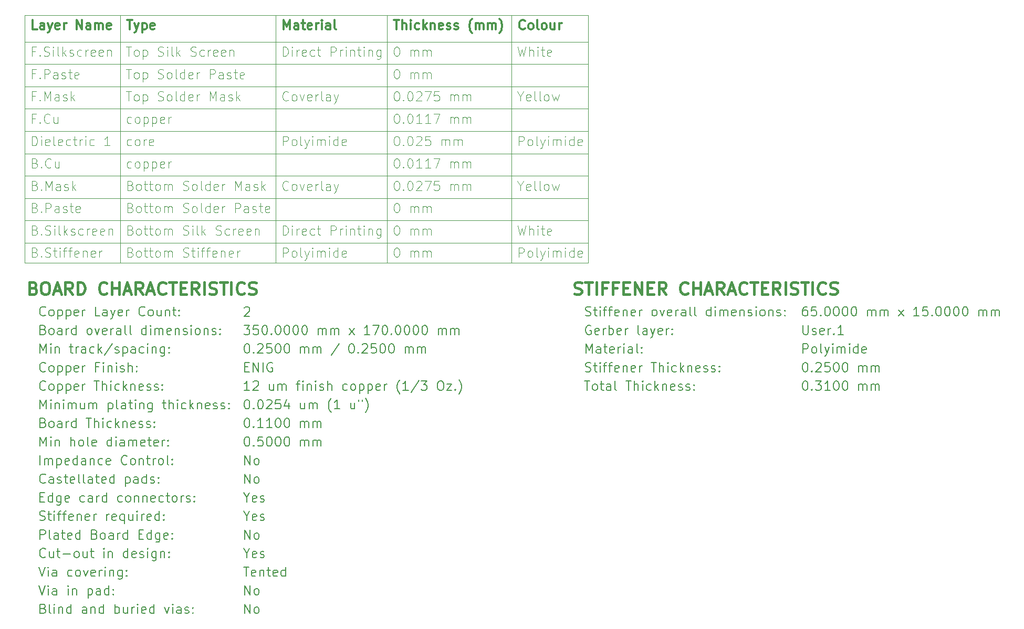
<source format=gbr>
%TF.GenerationSoftware,KiCad,Pcbnew,8.0.7*%
%TF.CreationDate,2025-01-11T19:26:11+10:30*%
%TF.ProjectId,pcb,7063622e-6b69-4636-9164-5f7063625858,1.0*%
%TF.SameCoordinates,PX1ffc7a0PYe2f9780*%
%TF.FileFunction,Other,Comment*%
%FSLAX46Y46*%
G04 Gerber Fmt 4.6, Leading zero omitted, Abs format (unit mm)*
G04 Created by KiCad (PCBNEW 8.0.7) date 2025-01-11 19:26:11*
%MOMM*%
%LPD*%
G01*
G04 APERTURE LIST*
%ADD10C,0.100000*%
%ADD11C,0.300000*%
%ADD12C,0.200000*%
%ADD13C,0.400000*%
G04 APERTURE END LIST*
D10*
X0Y225000000D02*
X0Y185000000D01*
X15385714Y225000000D02*
X15385714Y185000000D01*
X0Y225000000D02*
X90842857Y225000000D01*
X0Y220692000D02*
X90842857Y220692000D01*
X0Y188238000D02*
X90842857Y188238000D01*
X0Y199056000D02*
X90842857Y199056000D01*
X90842857Y225000000D02*
X90842857Y185000000D01*
X0Y206268000D02*
X90842857Y206268000D01*
X0Y213480000D02*
X90842857Y213480000D01*
X58457142Y225000000D02*
X58457142Y185000000D01*
X0Y191844000D02*
X90842857Y191844000D01*
X0Y195450000D02*
X90842857Y195450000D01*
X0Y209874000D02*
X90842857Y209874000D01*
X0Y202662000D02*
X90842857Y202662000D01*
X0Y185000000D02*
X90842857Y185000000D01*
X40457142Y225000000D02*
X40457142Y185000000D01*
X78485714Y225000000D02*
X78485714Y185000000D01*
X0Y217086000D02*
X90842857Y217086000D01*
X1672931Y215555486D02*
X1172931Y215555486D01*
X1172931Y214769772D02*
X1172931Y216269772D01*
X1172931Y216269772D02*
X1887217Y216269772D01*
X2458645Y214912629D02*
X2530074Y214841200D01*
X2530074Y214841200D02*
X2458645Y214769772D01*
X2458645Y214769772D02*
X2387217Y214841200D01*
X2387217Y214841200D02*
X2458645Y214912629D01*
X2458645Y214912629D02*
X2458645Y214769772D01*
X3172931Y214769772D02*
X3172931Y216269772D01*
X3172931Y216269772D02*
X3744360Y216269772D01*
X3744360Y216269772D02*
X3887217Y216198343D01*
X3887217Y216198343D02*
X3958646Y216126915D01*
X3958646Y216126915D02*
X4030074Y215984058D01*
X4030074Y215984058D02*
X4030074Y215769772D01*
X4030074Y215769772D02*
X3958646Y215626915D01*
X3958646Y215626915D02*
X3887217Y215555486D01*
X3887217Y215555486D02*
X3744360Y215484058D01*
X3744360Y215484058D02*
X3172931Y215484058D01*
X5315789Y214769772D02*
X5315789Y215555486D01*
X5315789Y215555486D02*
X5244360Y215698343D01*
X5244360Y215698343D02*
X5101503Y215769772D01*
X5101503Y215769772D02*
X4815789Y215769772D01*
X4815789Y215769772D02*
X4672931Y215698343D01*
X5315789Y214841200D02*
X5172931Y214769772D01*
X5172931Y214769772D02*
X4815789Y214769772D01*
X4815789Y214769772D02*
X4672931Y214841200D01*
X4672931Y214841200D02*
X4601503Y214984058D01*
X4601503Y214984058D02*
X4601503Y215126915D01*
X4601503Y215126915D02*
X4672931Y215269772D01*
X4672931Y215269772D02*
X4815789Y215341200D01*
X4815789Y215341200D02*
X5172931Y215341200D01*
X5172931Y215341200D02*
X5315789Y215412629D01*
X5958646Y214841200D02*
X6101503Y214769772D01*
X6101503Y214769772D02*
X6387217Y214769772D01*
X6387217Y214769772D02*
X6530074Y214841200D01*
X6530074Y214841200D02*
X6601503Y214984058D01*
X6601503Y214984058D02*
X6601503Y215055486D01*
X6601503Y215055486D02*
X6530074Y215198343D01*
X6530074Y215198343D02*
X6387217Y215269772D01*
X6387217Y215269772D02*
X6172932Y215269772D01*
X6172932Y215269772D02*
X6030074Y215341200D01*
X6030074Y215341200D02*
X5958646Y215484058D01*
X5958646Y215484058D02*
X5958646Y215555486D01*
X5958646Y215555486D02*
X6030074Y215698343D01*
X6030074Y215698343D02*
X6172932Y215769772D01*
X6172932Y215769772D02*
X6387217Y215769772D01*
X6387217Y215769772D02*
X6530074Y215698343D01*
X7030075Y215769772D02*
X7601503Y215769772D01*
X7244360Y216269772D02*
X7244360Y214984058D01*
X7244360Y214984058D02*
X7315789Y214841200D01*
X7315789Y214841200D02*
X7458646Y214769772D01*
X7458646Y214769772D02*
X7601503Y214769772D01*
X8672932Y214841200D02*
X8530075Y214769772D01*
X8530075Y214769772D02*
X8244361Y214769772D01*
X8244361Y214769772D02*
X8101503Y214841200D01*
X8101503Y214841200D02*
X8030075Y214984058D01*
X8030075Y214984058D02*
X8030075Y215555486D01*
X8030075Y215555486D02*
X8101503Y215698343D01*
X8101503Y215698343D02*
X8244361Y215769772D01*
X8244361Y215769772D02*
X8530075Y215769772D01*
X8530075Y215769772D02*
X8672932Y215698343D01*
X8672932Y215698343D02*
X8744361Y215555486D01*
X8744361Y215555486D02*
X8744361Y215412629D01*
X8744361Y215412629D02*
X8030075Y215269772D01*
X1672931Y190313486D02*
X1887217Y190242058D01*
X1887217Y190242058D02*
X1958646Y190170629D01*
X1958646Y190170629D02*
X2030074Y190027772D01*
X2030074Y190027772D02*
X2030074Y189813486D01*
X2030074Y189813486D02*
X1958646Y189670629D01*
X1958646Y189670629D02*
X1887217Y189599200D01*
X1887217Y189599200D02*
X1744360Y189527772D01*
X1744360Y189527772D02*
X1172931Y189527772D01*
X1172931Y189527772D02*
X1172931Y191027772D01*
X1172931Y191027772D02*
X1672931Y191027772D01*
X1672931Y191027772D02*
X1815789Y190956343D01*
X1815789Y190956343D02*
X1887217Y190884915D01*
X1887217Y190884915D02*
X1958646Y190742058D01*
X1958646Y190742058D02*
X1958646Y190599200D01*
X1958646Y190599200D02*
X1887217Y190456343D01*
X1887217Y190456343D02*
X1815789Y190384915D01*
X1815789Y190384915D02*
X1672931Y190313486D01*
X1672931Y190313486D02*
X1172931Y190313486D01*
X2672931Y189670629D02*
X2744360Y189599200D01*
X2744360Y189599200D02*
X2672931Y189527772D01*
X2672931Y189527772D02*
X2601503Y189599200D01*
X2601503Y189599200D02*
X2672931Y189670629D01*
X2672931Y189670629D02*
X2672931Y189527772D01*
X3315789Y189599200D02*
X3530075Y189527772D01*
X3530075Y189527772D02*
X3887217Y189527772D01*
X3887217Y189527772D02*
X4030075Y189599200D01*
X4030075Y189599200D02*
X4101503Y189670629D01*
X4101503Y189670629D02*
X4172932Y189813486D01*
X4172932Y189813486D02*
X4172932Y189956343D01*
X4172932Y189956343D02*
X4101503Y190099200D01*
X4101503Y190099200D02*
X4030075Y190170629D01*
X4030075Y190170629D02*
X3887217Y190242058D01*
X3887217Y190242058D02*
X3601503Y190313486D01*
X3601503Y190313486D02*
X3458646Y190384915D01*
X3458646Y190384915D02*
X3387217Y190456343D01*
X3387217Y190456343D02*
X3315789Y190599200D01*
X3315789Y190599200D02*
X3315789Y190742058D01*
X3315789Y190742058D02*
X3387217Y190884915D01*
X3387217Y190884915D02*
X3458646Y190956343D01*
X3458646Y190956343D02*
X3601503Y191027772D01*
X3601503Y191027772D02*
X3958646Y191027772D01*
X3958646Y191027772D02*
X4172932Y190956343D01*
X4815788Y189527772D02*
X4815788Y190527772D01*
X4815788Y191027772D02*
X4744360Y190956343D01*
X4744360Y190956343D02*
X4815788Y190884915D01*
X4815788Y190884915D02*
X4887217Y190956343D01*
X4887217Y190956343D02*
X4815788Y191027772D01*
X4815788Y191027772D02*
X4815788Y190884915D01*
X5744360Y189527772D02*
X5601503Y189599200D01*
X5601503Y189599200D02*
X5530074Y189742058D01*
X5530074Y189742058D02*
X5530074Y191027772D01*
X6315788Y189527772D02*
X6315788Y191027772D01*
X6458646Y190099200D02*
X6887217Y189527772D01*
X6887217Y190527772D02*
X6315788Y189956343D01*
X7458646Y189599200D02*
X7601503Y189527772D01*
X7601503Y189527772D02*
X7887217Y189527772D01*
X7887217Y189527772D02*
X8030074Y189599200D01*
X8030074Y189599200D02*
X8101503Y189742058D01*
X8101503Y189742058D02*
X8101503Y189813486D01*
X8101503Y189813486D02*
X8030074Y189956343D01*
X8030074Y189956343D02*
X7887217Y190027772D01*
X7887217Y190027772D02*
X7672932Y190027772D01*
X7672932Y190027772D02*
X7530074Y190099200D01*
X7530074Y190099200D02*
X7458646Y190242058D01*
X7458646Y190242058D02*
X7458646Y190313486D01*
X7458646Y190313486D02*
X7530074Y190456343D01*
X7530074Y190456343D02*
X7672932Y190527772D01*
X7672932Y190527772D02*
X7887217Y190527772D01*
X7887217Y190527772D02*
X8030074Y190456343D01*
X9387218Y189599200D02*
X9244360Y189527772D01*
X9244360Y189527772D02*
X8958646Y189527772D01*
X8958646Y189527772D02*
X8815789Y189599200D01*
X8815789Y189599200D02*
X8744360Y189670629D01*
X8744360Y189670629D02*
X8672932Y189813486D01*
X8672932Y189813486D02*
X8672932Y190242058D01*
X8672932Y190242058D02*
X8744360Y190384915D01*
X8744360Y190384915D02*
X8815789Y190456343D01*
X8815789Y190456343D02*
X8958646Y190527772D01*
X8958646Y190527772D02*
X9244360Y190527772D01*
X9244360Y190527772D02*
X9387218Y190456343D01*
X10030074Y189527772D02*
X10030074Y190527772D01*
X10030074Y190242058D02*
X10101503Y190384915D01*
X10101503Y190384915D02*
X10172932Y190456343D01*
X10172932Y190456343D02*
X10315789Y190527772D01*
X10315789Y190527772D02*
X10458646Y190527772D01*
X11530074Y189599200D02*
X11387217Y189527772D01*
X11387217Y189527772D02*
X11101503Y189527772D01*
X11101503Y189527772D02*
X10958645Y189599200D01*
X10958645Y189599200D02*
X10887217Y189742058D01*
X10887217Y189742058D02*
X10887217Y190313486D01*
X10887217Y190313486D02*
X10958645Y190456343D01*
X10958645Y190456343D02*
X11101503Y190527772D01*
X11101503Y190527772D02*
X11387217Y190527772D01*
X11387217Y190527772D02*
X11530074Y190456343D01*
X11530074Y190456343D02*
X11601503Y190313486D01*
X11601503Y190313486D02*
X11601503Y190170629D01*
X11601503Y190170629D02*
X10887217Y190027772D01*
X12815788Y189599200D02*
X12672931Y189527772D01*
X12672931Y189527772D02*
X12387217Y189527772D01*
X12387217Y189527772D02*
X12244359Y189599200D01*
X12244359Y189599200D02*
X12172931Y189742058D01*
X12172931Y189742058D02*
X12172931Y190313486D01*
X12172931Y190313486D02*
X12244359Y190456343D01*
X12244359Y190456343D02*
X12387217Y190527772D01*
X12387217Y190527772D02*
X12672931Y190527772D01*
X12672931Y190527772D02*
X12815788Y190456343D01*
X12815788Y190456343D02*
X12887217Y190313486D01*
X12887217Y190313486D02*
X12887217Y190170629D01*
X12887217Y190170629D02*
X12172931Y190027772D01*
X13530073Y190527772D02*
X13530073Y189527772D01*
X13530073Y190384915D02*
X13601502Y190456343D01*
X13601502Y190456343D02*
X13744359Y190527772D01*
X13744359Y190527772D02*
X13958645Y190527772D01*
X13958645Y190527772D02*
X14101502Y190456343D01*
X14101502Y190456343D02*
X14172931Y190313486D01*
X14172931Y190313486D02*
X14172931Y189527772D01*
X42487216Y211306629D02*
X42415788Y211235200D01*
X42415788Y211235200D02*
X42201502Y211163772D01*
X42201502Y211163772D02*
X42058645Y211163772D01*
X42058645Y211163772D02*
X41844359Y211235200D01*
X41844359Y211235200D02*
X41701502Y211378058D01*
X41701502Y211378058D02*
X41630073Y211520915D01*
X41630073Y211520915D02*
X41558645Y211806629D01*
X41558645Y211806629D02*
X41558645Y212020915D01*
X41558645Y212020915D02*
X41630073Y212306629D01*
X41630073Y212306629D02*
X41701502Y212449486D01*
X41701502Y212449486D02*
X41844359Y212592343D01*
X41844359Y212592343D02*
X42058645Y212663772D01*
X42058645Y212663772D02*
X42201502Y212663772D01*
X42201502Y212663772D02*
X42415788Y212592343D01*
X42415788Y212592343D02*
X42487216Y212520915D01*
X43344359Y211163772D02*
X43201502Y211235200D01*
X43201502Y211235200D02*
X43130073Y211306629D01*
X43130073Y211306629D02*
X43058645Y211449486D01*
X43058645Y211449486D02*
X43058645Y211878058D01*
X43058645Y211878058D02*
X43130073Y212020915D01*
X43130073Y212020915D02*
X43201502Y212092343D01*
X43201502Y212092343D02*
X43344359Y212163772D01*
X43344359Y212163772D02*
X43558645Y212163772D01*
X43558645Y212163772D02*
X43701502Y212092343D01*
X43701502Y212092343D02*
X43772931Y212020915D01*
X43772931Y212020915D02*
X43844359Y211878058D01*
X43844359Y211878058D02*
X43844359Y211449486D01*
X43844359Y211449486D02*
X43772931Y211306629D01*
X43772931Y211306629D02*
X43701502Y211235200D01*
X43701502Y211235200D02*
X43558645Y211163772D01*
X43558645Y211163772D02*
X43344359Y211163772D01*
X44344359Y212163772D02*
X44701502Y211163772D01*
X44701502Y211163772D02*
X45058645Y212163772D01*
X46201502Y211235200D02*
X46058645Y211163772D01*
X46058645Y211163772D02*
X45772931Y211163772D01*
X45772931Y211163772D02*
X45630073Y211235200D01*
X45630073Y211235200D02*
X45558645Y211378058D01*
X45558645Y211378058D02*
X45558645Y211949486D01*
X45558645Y211949486D02*
X45630073Y212092343D01*
X45630073Y212092343D02*
X45772931Y212163772D01*
X45772931Y212163772D02*
X46058645Y212163772D01*
X46058645Y212163772D02*
X46201502Y212092343D01*
X46201502Y212092343D02*
X46272931Y211949486D01*
X46272931Y211949486D02*
X46272931Y211806629D01*
X46272931Y211806629D02*
X45558645Y211663772D01*
X46915787Y211163772D02*
X46915787Y212163772D01*
X46915787Y211878058D02*
X46987216Y212020915D01*
X46987216Y212020915D02*
X47058645Y212092343D01*
X47058645Y212092343D02*
X47201502Y212163772D01*
X47201502Y212163772D02*
X47344359Y212163772D01*
X48058644Y211163772D02*
X47915787Y211235200D01*
X47915787Y211235200D02*
X47844358Y211378058D01*
X47844358Y211378058D02*
X47844358Y212663772D01*
X49272930Y211163772D02*
X49272930Y211949486D01*
X49272930Y211949486D02*
X49201501Y212092343D01*
X49201501Y212092343D02*
X49058644Y212163772D01*
X49058644Y212163772D02*
X48772930Y212163772D01*
X48772930Y212163772D02*
X48630072Y212092343D01*
X49272930Y211235200D02*
X49130072Y211163772D01*
X49130072Y211163772D02*
X48772930Y211163772D01*
X48772930Y211163772D02*
X48630072Y211235200D01*
X48630072Y211235200D02*
X48558644Y211378058D01*
X48558644Y211378058D02*
X48558644Y211520915D01*
X48558644Y211520915D02*
X48630072Y211663772D01*
X48630072Y211663772D02*
X48772930Y211735200D01*
X48772930Y211735200D02*
X49130072Y211735200D01*
X49130072Y211735200D02*
X49272930Y211806629D01*
X49844358Y212163772D02*
X50201501Y211163772D01*
X50558644Y212163772D02*
X50201501Y211163772D01*
X50201501Y211163772D02*
X50058644Y210806629D01*
X50058644Y210806629D02*
X49987215Y210735200D01*
X49987215Y210735200D02*
X49844358Y210663772D01*
D11*
X2018796Y222694172D02*
X1304510Y222694172D01*
X1304510Y222694172D02*
X1304510Y224194172D01*
X3161654Y222694172D02*
X3161654Y223479886D01*
X3161654Y223479886D02*
X3090225Y223622743D01*
X3090225Y223622743D02*
X2947368Y223694172D01*
X2947368Y223694172D02*
X2661654Y223694172D01*
X2661654Y223694172D02*
X2518796Y223622743D01*
X3161654Y222765600D02*
X3018796Y222694172D01*
X3018796Y222694172D02*
X2661654Y222694172D01*
X2661654Y222694172D02*
X2518796Y222765600D01*
X2518796Y222765600D02*
X2447368Y222908458D01*
X2447368Y222908458D02*
X2447368Y223051315D01*
X2447368Y223051315D02*
X2518796Y223194172D01*
X2518796Y223194172D02*
X2661654Y223265600D01*
X2661654Y223265600D02*
X3018796Y223265600D01*
X3018796Y223265600D02*
X3161654Y223337029D01*
X3733082Y223694172D02*
X4090225Y222694172D01*
X4447368Y223694172D02*
X4090225Y222694172D01*
X4090225Y222694172D02*
X3947368Y222337029D01*
X3947368Y222337029D02*
X3875939Y222265600D01*
X3875939Y222265600D02*
X3733082Y222194172D01*
X5590225Y222765600D02*
X5447368Y222694172D01*
X5447368Y222694172D02*
X5161654Y222694172D01*
X5161654Y222694172D02*
X5018796Y222765600D01*
X5018796Y222765600D02*
X4947368Y222908458D01*
X4947368Y222908458D02*
X4947368Y223479886D01*
X4947368Y223479886D02*
X5018796Y223622743D01*
X5018796Y223622743D02*
X5161654Y223694172D01*
X5161654Y223694172D02*
X5447368Y223694172D01*
X5447368Y223694172D02*
X5590225Y223622743D01*
X5590225Y223622743D02*
X5661654Y223479886D01*
X5661654Y223479886D02*
X5661654Y223337029D01*
X5661654Y223337029D02*
X4947368Y223194172D01*
X6304510Y222694172D02*
X6304510Y223694172D01*
X6304510Y223408458D02*
X6375939Y223551315D01*
X6375939Y223551315D02*
X6447368Y223622743D01*
X6447368Y223622743D02*
X6590225Y223694172D01*
X6590225Y223694172D02*
X6733082Y223694172D01*
X8375938Y222694172D02*
X8375938Y224194172D01*
X8375938Y224194172D02*
X9233081Y222694172D01*
X9233081Y222694172D02*
X9233081Y224194172D01*
X10590225Y222694172D02*
X10590225Y223479886D01*
X10590225Y223479886D02*
X10518796Y223622743D01*
X10518796Y223622743D02*
X10375939Y223694172D01*
X10375939Y223694172D02*
X10090225Y223694172D01*
X10090225Y223694172D02*
X9947367Y223622743D01*
X10590225Y222765600D02*
X10447367Y222694172D01*
X10447367Y222694172D02*
X10090225Y222694172D01*
X10090225Y222694172D02*
X9947367Y222765600D01*
X9947367Y222765600D02*
X9875939Y222908458D01*
X9875939Y222908458D02*
X9875939Y223051315D01*
X9875939Y223051315D02*
X9947367Y223194172D01*
X9947367Y223194172D02*
X10090225Y223265600D01*
X10090225Y223265600D02*
X10447367Y223265600D01*
X10447367Y223265600D02*
X10590225Y223337029D01*
X11304510Y222694172D02*
X11304510Y223694172D01*
X11304510Y223551315D02*
X11375939Y223622743D01*
X11375939Y223622743D02*
X11518796Y223694172D01*
X11518796Y223694172D02*
X11733082Y223694172D01*
X11733082Y223694172D02*
X11875939Y223622743D01*
X11875939Y223622743D02*
X11947368Y223479886D01*
X11947368Y223479886D02*
X11947368Y222694172D01*
X11947368Y223479886D02*
X12018796Y223622743D01*
X12018796Y223622743D02*
X12161653Y223694172D01*
X12161653Y223694172D02*
X12375939Y223694172D01*
X12375939Y223694172D02*
X12518796Y223622743D01*
X12518796Y223622743D02*
X12590225Y223479886D01*
X12590225Y223479886D02*
X12590225Y222694172D01*
X13875939Y222765600D02*
X13733082Y222694172D01*
X13733082Y222694172D02*
X13447368Y222694172D01*
X13447368Y222694172D02*
X13304510Y222765600D01*
X13304510Y222765600D02*
X13233082Y222908458D01*
X13233082Y222908458D02*
X13233082Y223479886D01*
X13233082Y223479886D02*
X13304510Y223622743D01*
X13304510Y223622743D02*
X13447368Y223694172D01*
X13447368Y223694172D02*
X13733082Y223694172D01*
X13733082Y223694172D02*
X13875939Y223622743D01*
X13875939Y223622743D02*
X13947368Y223479886D01*
X13947368Y223479886D02*
X13947368Y223337029D01*
X13947368Y223337029D02*
X13233082Y223194172D01*
D10*
X59915788Y194633772D02*
X60058645Y194633772D01*
X60058645Y194633772D02*
X60201502Y194562343D01*
X60201502Y194562343D02*
X60272931Y194490915D01*
X60272931Y194490915D02*
X60344359Y194348058D01*
X60344359Y194348058D02*
X60415788Y194062343D01*
X60415788Y194062343D02*
X60415788Y193705200D01*
X60415788Y193705200D02*
X60344359Y193419486D01*
X60344359Y193419486D02*
X60272931Y193276629D01*
X60272931Y193276629D02*
X60201502Y193205200D01*
X60201502Y193205200D02*
X60058645Y193133772D01*
X60058645Y193133772D02*
X59915788Y193133772D01*
X59915788Y193133772D02*
X59772931Y193205200D01*
X59772931Y193205200D02*
X59701502Y193276629D01*
X59701502Y193276629D02*
X59630073Y193419486D01*
X59630073Y193419486D02*
X59558645Y193705200D01*
X59558645Y193705200D02*
X59558645Y194062343D01*
X59558645Y194062343D02*
X59630073Y194348058D01*
X59630073Y194348058D02*
X59701502Y194490915D01*
X59701502Y194490915D02*
X59772931Y194562343D01*
X59772931Y194562343D02*
X59915788Y194633772D01*
X62201501Y193133772D02*
X62201501Y194133772D01*
X62201501Y193990915D02*
X62272930Y194062343D01*
X62272930Y194062343D02*
X62415787Y194133772D01*
X62415787Y194133772D02*
X62630073Y194133772D01*
X62630073Y194133772D02*
X62772930Y194062343D01*
X62772930Y194062343D02*
X62844359Y193919486D01*
X62844359Y193919486D02*
X62844359Y193133772D01*
X62844359Y193919486D02*
X62915787Y194062343D01*
X62915787Y194062343D02*
X63058644Y194133772D01*
X63058644Y194133772D02*
X63272930Y194133772D01*
X63272930Y194133772D02*
X63415787Y194062343D01*
X63415787Y194062343D02*
X63487216Y193919486D01*
X63487216Y193919486D02*
X63487216Y193133772D01*
X64201501Y193133772D02*
X64201501Y194133772D01*
X64201501Y193990915D02*
X64272930Y194062343D01*
X64272930Y194062343D02*
X64415787Y194133772D01*
X64415787Y194133772D02*
X64630073Y194133772D01*
X64630073Y194133772D02*
X64772930Y194062343D01*
X64772930Y194062343D02*
X64844359Y193919486D01*
X64844359Y193919486D02*
X64844359Y193133772D01*
X64844359Y193919486D02*
X64915787Y194062343D01*
X64915787Y194062343D02*
X65058644Y194133772D01*
X65058644Y194133772D02*
X65272930Y194133772D01*
X65272930Y194133772D02*
X65415787Y194062343D01*
X65415787Y194062343D02*
X65487216Y193919486D01*
X65487216Y193919486D02*
X65487216Y193133772D01*
D12*
X90417292Y176510400D02*
X90631578Y176438972D01*
X90631578Y176438972D02*
X90988720Y176438972D01*
X90988720Y176438972D02*
X91131578Y176510400D01*
X91131578Y176510400D02*
X91203006Y176581829D01*
X91203006Y176581829D02*
X91274435Y176724686D01*
X91274435Y176724686D02*
X91274435Y176867543D01*
X91274435Y176867543D02*
X91203006Y177010400D01*
X91203006Y177010400D02*
X91131578Y177081829D01*
X91131578Y177081829D02*
X90988720Y177153258D01*
X90988720Y177153258D02*
X90703006Y177224686D01*
X90703006Y177224686D02*
X90560149Y177296115D01*
X90560149Y177296115D02*
X90488720Y177367543D01*
X90488720Y177367543D02*
X90417292Y177510400D01*
X90417292Y177510400D02*
X90417292Y177653258D01*
X90417292Y177653258D02*
X90488720Y177796115D01*
X90488720Y177796115D02*
X90560149Y177867543D01*
X90560149Y177867543D02*
X90703006Y177938972D01*
X90703006Y177938972D02*
X91060149Y177938972D01*
X91060149Y177938972D02*
X91274435Y177867543D01*
X91703006Y177438972D02*
X92274434Y177438972D01*
X91917291Y177938972D02*
X91917291Y176653258D01*
X91917291Y176653258D02*
X91988720Y176510400D01*
X91988720Y176510400D02*
X92131577Y176438972D01*
X92131577Y176438972D02*
X92274434Y176438972D01*
X92774434Y176438972D02*
X92774434Y177438972D01*
X92774434Y177938972D02*
X92703006Y177867543D01*
X92703006Y177867543D02*
X92774434Y177796115D01*
X92774434Y177796115D02*
X92845863Y177867543D01*
X92845863Y177867543D02*
X92774434Y177938972D01*
X92774434Y177938972D02*
X92774434Y177796115D01*
X93274435Y177438972D02*
X93845863Y177438972D01*
X93488720Y176438972D02*
X93488720Y177724686D01*
X93488720Y177724686D02*
X93560149Y177867543D01*
X93560149Y177867543D02*
X93703006Y177938972D01*
X93703006Y177938972D02*
X93845863Y177938972D01*
X94131578Y177438972D02*
X94703006Y177438972D01*
X94345863Y176438972D02*
X94345863Y177724686D01*
X94345863Y177724686D02*
X94417292Y177867543D01*
X94417292Y177867543D02*
X94560149Y177938972D01*
X94560149Y177938972D02*
X94703006Y177938972D01*
X95774435Y176510400D02*
X95631578Y176438972D01*
X95631578Y176438972D02*
X95345864Y176438972D01*
X95345864Y176438972D02*
X95203006Y176510400D01*
X95203006Y176510400D02*
X95131578Y176653258D01*
X95131578Y176653258D02*
X95131578Y177224686D01*
X95131578Y177224686D02*
X95203006Y177367543D01*
X95203006Y177367543D02*
X95345864Y177438972D01*
X95345864Y177438972D02*
X95631578Y177438972D01*
X95631578Y177438972D02*
X95774435Y177367543D01*
X95774435Y177367543D02*
X95845864Y177224686D01*
X95845864Y177224686D02*
X95845864Y177081829D01*
X95845864Y177081829D02*
X95131578Y176938972D01*
X96488720Y177438972D02*
X96488720Y176438972D01*
X96488720Y177296115D02*
X96560149Y177367543D01*
X96560149Y177367543D02*
X96703006Y177438972D01*
X96703006Y177438972D02*
X96917292Y177438972D01*
X96917292Y177438972D02*
X97060149Y177367543D01*
X97060149Y177367543D02*
X97131578Y177224686D01*
X97131578Y177224686D02*
X97131578Y176438972D01*
X98417292Y176510400D02*
X98274435Y176438972D01*
X98274435Y176438972D02*
X97988721Y176438972D01*
X97988721Y176438972D02*
X97845863Y176510400D01*
X97845863Y176510400D02*
X97774435Y176653258D01*
X97774435Y176653258D02*
X97774435Y177224686D01*
X97774435Y177224686D02*
X97845863Y177367543D01*
X97845863Y177367543D02*
X97988721Y177438972D01*
X97988721Y177438972D02*
X98274435Y177438972D01*
X98274435Y177438972D02*
X98417292Y177367543D01*
X98417292Y177367543D02*
X98488721Y177224686D01*
X98488721Y177224686D02*
X98488721Y177081829D01*
X98488721Y177081829D02*
X97774435Y176938972D01*
X99131577Y176438972D02*
X99131577Y177438972D01*
X99131577Y177153258D02*
X99203006Y177296115D01*
X99203006Y177296115D02*
X99274435Y177367543D01*
X99274435Y177367543D02*
X99417292Y177438972D01*
X99417292Y177438972D02*
X99560149Y177438972D01*
X101417291Y176438972D02*
X101274434Y176510400D01*
X101274434Y176510400D02*
X101203005Y176581829D01*
X101203005Y176581829D02*
X101131577Y176724686D01*
X101131577Y176724686D02*
X101131577Y177153258D01*
X101131577Y177153258D02*
X101203005Y177296115D01*
X101203005Y177296115D02*
X101274434Y177367543D01*
X101274434Y177367543D02*
X101417291Y177438972D01*
X101417291Y177438972D02*
X101631577Y177438972D01*
X101631577Y177438972D02*
X101774434Y177367543D01*
X101774434Y177367543D02*
X101845863Y177296115D01*
X101845863Y177296115D02*
X101917291Y177153258D01*
X101917291Y177153258D02*
X101917291Y176724686D01*
X101917291Y176724686D02*
X101845863Y176581829D01*
X101845863Y176581829D02*
X101774434Y176510400D01*
X101774434Y176510400D02*
X101631577Y176438972D01*
X101631577Y176438972D02*
X101417291Y176438972D01*
X102417291Y177438972D02*
X102774434Y176438972D01*
X102774434Y176438972D02*
X103131577Y177438972D01*
X104274434Y176510400D02*
X104131577Y176438972D01*
X104131577Y176438972D02*
X103845863Y176438972D01*
X103845863Y176438972D02*
X103703005Y176510400D01*
X103703005Y176510400D02*
X103631577Y176653258D01*
X103631577Y176653258D02*
X103631577Y177224686D01*
X103631577Y177224686D02*
X103703005Y177367543D01*
X103703005Y177367543D02*
X103845863Y177438972D01*
X103845863Y177438972D02*
X104131577Y177438972D01*
X104131577Y177438972D02*
X104274434Y177367543D01*
X104274434Y177367543D02*
X104345863Y177224686D01*
X104345863Y177224686D02*
X104345863Y177081829D01*
X104345863Y177081829D02*
X103631577Y176938972D01*
X104988719Y176438972D02*
X104988719Y177438972D01*
X104988719Y177153258D02*
X105060148Y177296115D01*
X105060148Y177296115D02*
X105131577Y177367543D01*
X105131577Y177367543D02*
X105274434Y177438972D01*
X105274434Y177438972D02*
X105417291Y177438972D01*
X106560148Y176438972D02*
X106560148Y177224686D01*
X106560148Y177224686D02*
X106488719Y177367543D01*
X106488719Y177367543D02*
X106345862Y177438972D01*
X106345862Y177438972D02*
X106060148Y177438972D01*
X106060148Y177438972D02*
X105917290Y177367543D01*
X106560148Y176510400D02*
X106417290Y176438972D01*
X106417290Y176438972D02*
X106060148Y176438972D01*
X106060148Y176438972D02*
X105917290Y176510400D01*
X105917290Y176510400D02*
X105845862Y176653258D01*
X105845862Y176653258D02*
X105845862Y176796115D01*
X105845862Y176796115D02*
X105917290Y176938972D01*
X105917290Y176938972D02*
X106060148Y177010400D01*
X106060148Y177010400D02*
X106417290Y177010400D01*
X106417290Y177010400D02*
X106560148Y177081829D01*
X107488719Y176438972D02*
X107345862Y176510400D01*
X107345862Y176510400D02*
X107274433Y176653258D01*
X107274433Y176653258D02*
X107274433Y177938972D01*
X108274433Y176438972D02*
X108131576Y176510400D01*
X108131576Y176510400D02*
X108060147Y176653258D01*
X108060147Y176653258D02*
X108060147Y177938972D01*
X110631576Y176438972D02*
X110631576Y177938972D01*
X110631576Y176510400D02*
X110488718Y176438972D01*
X110488718Y176438972D02*
X110203004Y176438972D01*
X110203004Y176438972D02*
X110060147Y176510400D01*
X110060147Y176510400D02*
X109988718Y176581829D01*
X109988718Y176581829D02*
X109917290Y176724686D01*
X109917290Y176724686D02*
X109917290Y177153258D01*
X109917290Y177153258D02*
X109988718Y177296115D01*
X109988718Y177296115D02*
X110060147Y177367543D01*
X110060147Y177367543D02*
X110203004Y177438972D01*
X110203004Y177438972D02*
X110488718Y177438972D01*
X110488718Y177438972D02*
X110631576Y177367543D01*
X111345861Y176438972D02*
X111345861Y177438972D01*
X111345861Y177938972D02*
X111274433Y177867543D01*
X111274433Y177867543D02*
X111345861Y177796115D01*
X111345861Y177796115D02*
X111417290Y177867543D01*
X111417290Y177867543D02*
X111345861Y177938972D01*
X111345861Y177938972D02*
X111345861Y177796115D01*
X112060147Y176438972D02*
X112060147Y177438972D01*
X112060147Y177296115D02*
X112131576Y177367543D01*
X112131576Y177367543D02*
X112274433Y177438972D01*
X112274433Y177438972D02*
X112488719Y177438972D01*
X112488719Y177438972D02*
X112631576Y177367543D01*
X112631576Y177367543D02*
X112703005Y177224686D01*
X112703005Y177224686D02*
X112703005Y176438972D01*
X112703005Y177224686D02*
X112774433Y177367543D01*
X112774433Y177367543D02*
X112917290Y177438972D01*
X112917290Y177438972D02*
X113131576Y177438972D01*
X113131576Y177438972D02*
X113274433Y177367543D01*
X113274433Y177367543D02*
X113345862Y177224686D01*
X113345862Y177224686D02*
X113345862Y176438972D01*
X114631576Y176510400D02*
X114488719Y176438972D01*
X114488719Y176438972D02*
X114203005Y176438972D01*
X114203005Y176438972D02*
X114060147Y176510400D01*
X114060147Y176510400D02*
X113988719Y176653258D01*
X113988719Y176653258D02*
X113988719Y177224686D01*
X113988719Y177224686D02*
X114060147Y177367543D01*
X114060147Y177367543D02*
X114203005Y177438972D01*
X114203005Y177438972D02*
X114488719Y177438972D01*
X114488719Y177438972D02*
X114631576Y177367543D01*
X114631576Y177367543D02*
X114703005Y177224686D01*
X114703005Y177224686D02*
X114703005Y177081829D01*
X114703005Y177081829D02*
X113988719Y176938972D01*
X115345861Y177438972D02*
X115345861Y176438972D01*
X115345861Y177296115D02*
X115417290Y177367543D01*
X115417290Y177367543D02*
X115560147Y177438972D01*
X115560147Y177438972D02*
X115774433Y177438972D01*
X115774433Y177438972D02*
X115917290Y177367543D01*
X115917290Y177367543D02*
X115988719Y177224686D01*
X115988719Y177224686D02*
X115988719Y176438972D01*
X116631576Y176510400D02*
X116774433Y176438972D01*
X116774433Y176438972D02*
X117060147Y176438972D01*
X117060147Y176438972D02*
X117203004Y176510400D01*
X117203004Y176510400D02*
X117274433Y176653258D01*
X117274433Y176653258D02*
X117274433Y176724686D01*
X117274433Y176724686D02*
X117203004Y176867543D01*
X117203004Y176867543D02*
X117060147Y176938972D01*
X117060147Y176938972D02*
X116845862Y176938972D01*
X116845862Y176938972D02*
X116703004Y177010400D01*
X116703004Y177010400D02*
X116631576Y177153258D01*
X116631576Y177153258D02*
X116631576Y177224686D01*
X116631576Y177224686D02*
X116703004Y177367543D01*
X116703004Y177367543D02*
X116845862Y177438972D01*
X116845862Y177438972D02*
X117060147Y177438972D01*
X117060147Y177438972D02*
X117203004Y177367543D01*
X117917290Y176438972D02*
X117917290Y177438972D01*
X117917290Y177938972D02*
X117845862Y177867543D01*
X117845862Y177867543D02*
X117917290Y177796115D01*
X117917290Y177796115D02*
X117988719Y177867543D01*
X117988719Y177867543D02*
X117917290Y177938972D01*
X117917290Y177938972D02*
X117917290Y177796115D01*
X118845862Y176438972D02*
X118703005Y176510400D01*
X118703005Y176510400D02*
X118631576Y176581829D01*
X118631576Y176581829D02*
X118560148Y176724686D01*
X118560148Y176724686D02*
X118560148Y177153258D01*
X118560148Y177153258D02*
X118631576Y177296115D01*
X118631576Y177296115D02*
X118703005Y177367543D01*
X118703005Y177367543D02*
X118845862Y177438972D01*
X118845862Y177438972D02*
X119060148Y177438972D01*
X119060148Y177438972D02*
X119203005Y177367543D01*
X119203005Y177367543D02*
X119274434Y177296115D01*
X119274434Y177296115D02*
X119345862Y177153258D01*
X119345862Y177153258D02*
X119345862Y176724686D01*
X119345862Y176724686D02*
X119274434Y176581829D01*
X119274434Y176581829D02*
X119203005Y176510400D01*
X119203005Y176510400D02*
X119060148Y176438972D01*
X119060148Y176438972D02*
X118845862Y176438972D01*
X119988719Y177438972D02*
X119988719Y176438972D01*
X119988719Y177296115D02*
X120060148Y177367543D01*
X120060148Y177367543D02*
X120203005Y177438972D01*
X120203005Y177438972D02*
X120417291Y177438972D01*
X120417291Y177438972D02*
X120560148Y177367543D01*
X120560148Y177367543D02*
X120631577Y177224686D01*
X120631577Y177224686D02*
X120631577Y176438972D01*
X121274434Y176510400D02*
X121417291Y176438972D01*
X121417291Y176438972D02*
X121703005Y176438972D01*
X121703005Y176438972D02*
X121845862Y176510400D01*
X121845862Y176510400D02*
X121917291Y176653258D01*
X121917291Y176653258D02*
X121917291Y176724686D01*
X121917291Y176724686D02*
X121845862Y176867543D01*
X121845862Y176867543D02*
X121703005Y176938972D01*
X121703005Y176938972D02*
X121488720Y176938972D01*
X121488720Y176938972D02*
X121345862Y177010400D01*
X121345862Y177010400D02*
X121274434Y177153258D01*
X121274434Y177153258D02*
X121274434Y177224686D01*
X121274434Y177224686D02*
X121345862Y177367543D01*
X121345862Y177367543D02*
X121488720Y177438972D01*
X121488720Y177438972D02*
X121703005Y177438972D01*
X121703005Y177438972D02*
X121845862Y177367543D01*
X122560148Y176581829D02*
X122631577Y176510400D01*
X122631577Y176510400D02*
X122560148Y176438972D01*
X122560148Y176438972D02*
X122488720Y176510400D01*
X122488720Y176510400D02*
X122560148Y176581829D01*
X122560148Y176581829D02*
X122560148Y176438972D01*
X122560148Y177367543D02*
X122631577Y177296115D01*
X122631577Y177296115D02*
X122560148Y177224686D01*
X122560148Y177224686D02*
X122488720Y177296115D01*
X122488720Y177296115D02*
X122560148Y177367543D01*
X122560148Y177367543D02*
X122560148Y177224686D01*
D10*
X59915788Y201845772D02*
X60058645Y201845772D01*
X60058645Y201845772D02*
X60201502Y201774343D01*
X60201502Y201774343D02*
X60272931Y201702915D01*
X60272931Y201702915D02*
X60344359Y201560058D01*
X60344359Y201560058D02*
X60415788Y201274343D01*
X60415788Y201274343D02*
X60415788Y200917200D01*
X60415788Y200917200D02*
X60344359Y200631486D01*
X60344359Y200631486D02*
X60272931Y200488629D01*
X60272931Y200488629D02*
X60201502Y200417200D01*
X60201502Y200417200D02*
X60058645Y200345772D01*
X60058645Y200345772D02*
X59915788Y200345772D01*
X59915788Y200345772D02*
X59772931Y200417200D01*
X59772931Y200417200D02*
X59701502Y200488629D01*
X59701502Y200488629D02*
X59630073Y200631486D01*
X59630073Y200631486D02*
X59558645Y200917200D01*
X59558645Y200917200D02*
X59558645Y201274343D01*
X59558645Y201274343D02*
X59630073Y201560058D01*
X59630073Y201560058D02*
X59701502Y201702915D01*
X59701502Y201702915D02*
X59772931Y201774343D01*
X59772931Y201774343D02*
X59915788Y201845772D01*
X61058644Y200488629D02*
X61130073Y200417200D01*
X61130073Y200417200D02*
X61058644Y200345772D01*
X61058644Y200345772D02*
X60987216Y200417200D01*
X60987216Y200417200D02*
X61058644Y200488629D01*
X61058644Y200488629D02*
X61058644Y200345772D01*
X62058645Y201845772D02*
X62201502Y201845772D01*
X62201502Y201845772D02*
X62344359Y201774343D01*
X62344359Y201774343D02*
X62415788Y201702915D01*
X62415788Y201702915D02*
X62487216Y201560058D01*
X62487216Y201560058D02*
X62558645Y201274343D01*
X62558645Y201274343D02*
X62558645Y200917200D01*
X62558645Y200917200D02*
X62487216Y200631486D01*
X62487216Y200631486D02*
X62415788Y200488629D01*
X62415788Y200488629D02*
X62344359Y200417200D01*
X62344359Y200417200D02*
X62201502Y200345772D01*
X62201502Y200345772D02*
X62058645Y200345772D01*
X62058645Y200345772D02*
X61915788Y200417200D01*
X61915788Y200417200D02*
X61844359Y200488629D01*
X61844359Y200488629D02*
X61772930Y200631486D01*
X61772930Y200631486D02*
X61701502Y200917200D01*
X61701502Y200917200D02*
X61701502Y201274343D01*
X61701502Y201274343D02*
X61772930Y201560058D01*
X61772930Y201560058D02*
X61844359Y201702915D01*
X61844359Y201702915D02*
X61915788Y201774343D01*
X61915788Y201774343D02*
X62058645Y201845772D01*
X63987216Y200345772D02*
X63130073Y200345772D01*
X63558644Y200345772D02*
X63558644Y201845772D01*
X63558644Y201845772D02*
X63415787Y201631486D01*
X63415787Y201631486D02*
X63272930Y201488629D01*
X63272930Y201488629D02*
X63130073Y201417200D01*
X65415787Y200345772D02*
X64558644Y200345772D01*
X64987215Y200345772D02*
X64987215Y201845772D01*
X64987215Y201845772D02*
X64844358Y201631486D01*
X64844358Y201631486D02*
X64701501Y201488629D01*
X64701501Y201488629D02*
X64558644Y201417200D01*
X65915786Y201845772D02*
X66915786Y201845772D01*
X66915786Y201845772D02*
X66272929Y200345772D01*
X68630071Y200345772D02*
X68630071Y201345772D01*
X68630071Y201202915D02*
X68701500Y201274343D01*
X68701500Y201274343D02*
X68844357Y201345772D01*
X68844357Y201345772D02*
X69058643Y201345772D01*
X69058643Y201345772D02*
X69201500Y201274343D01*
X69201500Y201274343D02*
X69272929Y201131486D01*
X69272929Y201131486D02*
X69272929Y200345772D01*
X69272929Y201131486D02*
X69344357Y201274343D01*
X69344357Y201274343D02*
X69487214Y201345772D01*
X69487214Y201345772D02*
X69701500Y201345772D01*
X69701500Y201345772D02*
X69844357Y201274343D01*
X69844357Y201274343D02*
X69915786Y201131486D01*
X69915786Y201131486D02*
X69915786Y200345772D01*
X70630071Y200345772D02*
X70630071Y201345772D01*
X70630071Y201202915D02*
X70701500Y201274343D01*
X70701500Y201274343D02*
X70844357Y201345772D01*
X70844357Y201345772D02*
X71058643Y201345772D01*
X71058643Y201345772D02*
X71201500Y201274343D01*
X71201500Y201274343D02*
X71272929Y201131486D01*
X71272929Y201131486D02*
X71272929Y200345772D01*
X71272929Y201131486D02*
X71344357Y201274343D01*
X71344357Y201274343D02*
X71487214Y201345772D01*
X71487214Y201345772D02*
X71701500Y201345772D01*
X71701500Y201345772D02*
X71844357Y201274343D01*
X71844357Y201274343D02*
X71915786Y201131486D01*
X71915786Y201131486D02*
X71915786Y200345772D01*
D12*
X3345863Y137581829D02*
X3274435Y137510400D01*
X3274435Y137510400D02*
X3060149Y137438972D01*
X3060149Y137438972D02*
X2917292Y137438972D01*
X2917292Y137438972D02*
X2703006Y137510400D01*
X2703006Y137510400D02*
X2560149Y137653258D01*
X2560149Y137653258D02*
X2488720Y137796115D01*
X2488720Y137796115D02*
X2417292Y138081829D01*
X2417292Y138081829D02*
X2417292Y138296115D01*
X2417292Y138296115D02*
X2488720Y138581829D01*
X2488720Y138581829D02*
X2560149Y138724686D01*
X2560149Y138724686D02*
X2703006Y138867543D01*
X2703006Y138867543D02*
X2917292Y138938972D01*
X2917292Y138938972D02*
X3060149Y138938972D01*
X3060149Y138938972D02*
X3274435Y138867543D01*
X3274435Y138867543D02*
X3345863Y138796115D01*
X4631578Y138438972D02*
X4631578Y137438972D01*
X3988720Y138438972D02*
X3988720Y137653258D01*
X3988720Y137653258D02*
X4060149Y137510400D01*
X4060149Y137510400D02*
X4203006Y137438972D01*
X4203006Y137438972D02*
X4417292Y137438972D01*
X4417292Y137438972D02*
X4560149Y137510400D01*
X4560149Y137510400D02*
X4631578Y137581829D01*
X5131578Y138438972D02*
X5703006Y138438972D01*
X5345863Y138938972D02*
X5345863Y137653258D01*
X5345863Y137653258D02*
X5417292Y137510400D01*
X5417292Y137510400D02*
X5560149Y137438972D01*
X5560149Y137438972D02*
X5703006Y137438972D01*
X6203006Y138010400D02*
X7345864Y138010400D01*
X8274435Y137438972D02*
X8131578Y137510400D01*
X8131578Y137510400D02*
X8060149Y137581829D01*
X8060149Y137581829D02*
X7988721Y137724686D01*
X7988721Y137724686D02*
X7988721Y138153258D01*
X7988721Y138153258D02*
X8060149Y138296115D01*
X8060149Y138296115D02*
X8131578Y138367543D01*
X8131578Y138367543D02*
X8274435Y138438972D01*
X8274435Y138438972D02*
X8488721Y138438972D01*
X8488721Y138438972D02*
X8631578Y138367543D01*
X8631578Y138367543D02*
X8703007Y138296115D01*
X8703007Y138296115D02*
X8774435Y138153258D01*
X8774435Y138153258D02*
X8774435Y137724686D01*
X8774435Y137724686D02*
X8703007Y137581829D01*
X8703007Y137581829D02*
X8631578Y137510400D01*
X8631578Y137510400D02*
X8488721Y137438972D01*
X8488721Y137438972D02*
X8274435Y137438972D01*
X10060150Y138438972D02*
X10060150Y137438972D01*
X9417292Y138438972D02*
X9417292Y137653258D01*
X9417292Y137653258D02*
X9488721Y137510400D01*
X9488721Y137510400D02*
X9631578Y137438972D01*
X9631578Y137438972D02*
X9845864Y137438972D01*
X9845864Y137438972D02*
X9988721Y137510400D01*
X9988721Y137510400D02*
X10060150Y137581829D01*
X10560150Y138438972D02*
X11131578Y138438972D01*
X10774435Y138938972D02*
X10774435Y137653258D01*
X10774435Y137653258D02*
X10845864Y137510400D01*
X10845864Y137510400D02*
X10988721Y137438972D01*
X10988721Y137438972D02*
X11131578Y137438972D01*
X12774435Y137438972D02*
X12774435Y138438972D01*
X12774435Y138938972D02*
X12703007Y138867543D01*
X12703007Y138867543D02*
X12774435Y138796115D01*
X12774435Y138796115D02*
X12845864Y138867543D01*
X12845864Y138867543D02*
X12774435Y138938972D01*
X12774435Y138938972D02*
X12774435Y138796115D01*
X13488721Y138438972D02*
X13488721Y137438972D01*
X13488721Y138296115D02*
X13560150Y138367543D01*
X13560150Y138367543D02*
X13703007Y138438972D01*
X13703007Y138438972D02*
X13917293Y138438972D01*
X13917293Y138438972D02*
X14060150Y138367543D01*
X14060150Y138367543D02*
X14131579Y138224686D01*
X14131579Y138224686D02*
X14131579Y137438972D01*
X16631579Y137438972D02*
X16631579Y138938972D01*
X16631579Y137510400D02*
X16488721Y137438972D01*
X16488721Y137438972D02*
X16203007Y137438972D01*
X16203007Y137438972D02*
X16060150Y137510400D01*
X16060150Y137510400D02*
X15988721Y137581829D01*
X15988721Y137581829D02*
X15917293Y137724686D01*
X15917293Y137724686D02*
X15917293Y138153258D01*
X15917293Y138153258D02*
X15988721Y138296115D01*
X15988721Y138296115D02*
X16060150Y138367543D01*
X16060150Y138367543D02*
X16203007Y138438972D01*
X16203007Y138438972D02*
X16488721Y138438972D01*
X16488721Y138438972D02*
X16631579Y138367543D01*
X17917293Y137510400D02*
X17774436Y137438972D01*
X17774436Y137438972D02*
X17488722Y137438972D01*
X17488722Y137438972D02*
X17345864Y137510400D01*
X17345864Y137510400D02*
X17274436Y137653258D01*
X17274436Y137653258D02*
X17274436Y138224686D01*
X17274436Y138224686D02*
X17345864Y138367543D01*
X17345864Y138367543D02*
X17488722Y138438972D01*
X17488722Y138438972D02*
X17774436Y138438972D01*
X17774436Y138438972D02*
X17917293Y138367543D01*
X17917293Y138367543D02*
X17988722Y138224686D01*
X17988722Y138224686D02*
X17988722Y138081829D01*
X17988722Y138081829D02*
X17274436Y137938972D01*
X18560150Y137510400D02*
X18703007Y137438972D01*
X18703007Y137438972D02*
X18988721Y137438972D01*
X18988721Y137438972D02*
X19131578Y137510400D01*
X19131578Y137510400D02*
X19203007Y137653258D01*
X19203007Y137653258D02*
X19203007Y137724686D01*
X19203007Y137724686D02*
X19131578Y137867543D01*
X19131578Y137867543D02*
X18988721Y137938972D01*
X18988721Y137938972D02*
X18774436Y137938972D01*
X18774436Y137938972D02*
X18631578Y138010400D01*
X18631578Y138010400D02*
X18560150Y138153258D01*
X18560150Y138153258D02*
X18560150Y138224686D01*
X18560150Y138224686D02*
X18631578Y138367543D01*
X18631578Y138367543D02*
X18774436Y138438972D01*
X18774436Y138438972D02*
X18988721Y138438972D01*
X18988721Y138438972D02*
X19131578Y138367543D01*
X19845864Y137438972D02*
X19845864Y138438972D01*
X19845864Y138938972D02*
X19774436Y138867543D01*
X19774436Y138867543D02*
X19845864Y138796115D01*
X19845864Y138796115D02*
X19917293Y138867543D01*
X19917293Y138867543D02*
X19845864Y138938972D01*
X19845864Y138938972D02*
X19845864Y138796115D01*
X21203008Y138438972D02*
X21203008Y137224686D01*
X21203008Y137224686D02*
X21131579Y137081829D01*
X21131579Y137081829D02*
X21060150Y137010400D01*
X21060150Y137010400D02*
X20917293Y136938972D01*
X20917293Y136938972D02*
X20703008Y136938972D01*
X20703008Y136938972D02*
X20560150Y137010400D01*
X21203008Y137510400D02*
X21060150Y137438972D01*
X21060150Y137438972D02*
X20774436Y137438972D01*
X20774436Y137438972D02*
X20631579Y137510400D01*
X20631579Y137510400D02*
X20560150Y137581829D01*
X20560150Y137581829D02*
X20488722Y137724686D01*
X20488722Y137724686D02*
X20488722Y138153258D01*
X20488722Y138153258D02*
X20560150Y138296115D01*
X20560150Y138296115D02*
X20631579Y138367543D01*
X20631579Y138367543D02*
X20774436Y138438972D01*
X20774436Y138438972D02*
X21060150Y138438972D01*
X21060150Y138438972D02*
X21203008Y138367543D01*
X21917293Y138438972D02*
X21917293Y137438972D01*
X21917293Y138296115D02*
X21988722Y138367543D01*
X21988722Y138367543D02*
X22131579Y138438972D01*
X22131579Y138438972D02*
X22345865Y138438972D01*
X22345865Y138438972D02*
X22488722Y138367543D01*
X22488722Y138367543D02*
X22560151Y138224686D01*
X22560151Y138224686D02*
X22560151Y137438972D01*
X23274436Y137581829D02*
X23345865Y137510400D01*
X23345865Y137510400D02*
X23274436Y137438972D01*
X23274436Y137438972D02*
X23203008Y137510400D01*
X23203008Y137510400D02*
X23274436Y137581829D01*
X23274436Y137581829D02*
X23274436Y137438972D01*
X23274436Y138367543D02*
X23345865Y138296115D01*
X23345865Y138296115D02*
X23274436Y138224686D01*
X23274436Y138224686D02*
X23203008Y138296115D01*
X23203008Y138296115D02*
X23274436Y138367543D01*
X23274436Y138367543D02*
X23274436Y138224686D01*
D10*
X41630073Y203951772D02*
X41630073Y205451772D01*
X41630073Y205451772D02*
X42201502Y205451772D01*
X42201502Y205451772D02*
X42344359Y205380343D01*
X42344359Y205380343D02*
X42415788Y205308915D01*
X42415788Y205308915D02*
X42487216Y205166058D01*
X42487216Y205166058D02*
X42487216Y204951772D01*
X42487216Y204951772D02*
X42415788Y204808915D01*
X42415788Y204808915D02*
X42344359Y204737486D01*
X42344359Y204737486D02*
X42201502Y204666058D01*
X42201502Y204666058D02*
X41630073Y204666058D01*
X43344359Y203951772D02*
X43201502Y204023200D01*
X43201502Y204023200D02*
X43130073Y204094629D01*
X43130073Y204094629D02*
X43058645Y204237486D01*
X43058645Y204237486D02*
X43058645Y204666058D01*
X43058645Y204666058D02*
X43130073Y204808915D01*
X43130073Y204808915D02*
X43201502Y204880343D01*
X43201502Y204880343D02*
X43344359Y204951772D01*
X43344359Y204951772D02*
X43558645Y204951772D01*
X43558645Y204951772D02*
X43701502Y204880343D01*
X43701502Y204880343D02*
X43772931Y204808915D01*
X43772931Y204808915D02*
X43844359Y204666058D01*
X43844359Y204666058D02*
X43844359Y204237486D01*
X43844359Y204237486D02*
X43772931Y204094629D01*
X43772931Y204094629D02*
X43701502Y204023200D01*
X43701502Y204023200D02*
X43558645Y203951772D01*
X43558645Y203951772D02*
X43344359Y203951772D01*
X44701502Y203951772D02*
X44558645Y204023200D01*
X44558645Y204023200D02*
X44487216Y204166058D01*
X44487216Y204166058D02*
X44487216Y205451772D01*
X45130073Y204951772D02*
X45487216Y203951772D01*
X45844359Y204951772D02*
X45487216Y203951772D01*
X45487216Y203951772D02*
X45344359Y203594629D01*
X45344359Y203594629D02*
X45272930Y203523200D01*
X45272930Y203523200D02*
X45130073Y203451772D01*
X46415787Y203951772D02*
X46415787Y204951772D01*
X46415787Y205451772D02*
X46344359Y205380343D01*
X46344359Y205380343D02*
X46415787Y205308915D01*
X46415787Y205308915D02*
X46487216Y205380343D01*
X46487216Y205380343D02*
X46415787Y205451772D01*
X46415787Y205451772D02*
X46415787Y205308915D01*
X47130073Y203951772D02*
X47130073Y204951772D01*
X47130073Y204808915D02*
X47201502Y204880343D01*
X47201502Y204880343D02*
X47344359Y204951772D01*
X47344359Y204951772D02*
X47558645Y204951772D01*
X47558645Y204951772D02*
X47701502Y204880343D01*
X47701502Y204880343D02*
X47772931Y204737486D01*
X47772931Y204737486D02*
X47772931Y203951772D01*
X47772931Y204737486D02*
X47844359Y204880343D01*
X47844359Y204880343D02*
X47987216Y204951772D01*
X47987216Y204951772D02*
X48201502Y204951772D01*
X48201502Y204951772D02*
X48344359Y204880343D01*
X48344359Y204880343D02*
X48415788Y204737486D01*
X48415788Y204737486D02*
X48415788Y203951772D01*
X49130073Y203951772D02*
X49130073Y204951772D01*
X49130073Y205451772D02*
X49058645Y205380343D01*
X49058645Y205380343D02*
X49130073Y205308915D01*
X49130073Y205308915D02*
X49201502Y205380343D01*
X49201502Y205380343D02*
X49130073Y205451772D01*
X49130073Y205451772D02*
X49130073Y205308915D01*
X50487217Y203951772D02*
X50487217Y205451772D01*
X50487217Y204023200D02*
X50344359Y203951772D01*
X50344359Y203951772D02*
X50058645Y203951772D01*
X50058645Y203951772D02*
X49915788Y204023200D01*
X49915788Y204023200D02*
X49844359Y204094629D01*
X49844359Y204094629D02*
X49772931Y204237486D01*
X49772931Y204237486D02*
X49772931Y204666058D01*
X49772931Y204666058D02*
X49844359Y204808915D01*
X49844359Y204808915D02*
X49915788Y204880343D01*
X49915788Y204880343D02*
X50058645Y204951772D01*
X50058645Y204951772D02*
X50344359Y204951772D01*
X50344359Y204951772D02*
X50487217Y204880343D01*
X51772931Y204023200D02*
X51630074Y203951772D01*
X51630074Y203951772D02*
X51344360Y203951772D01*
X51344360Y203951772D02*
X51201502Y204023200D01*
X51201502Y204023200D02*
X51130074Y204166058D01*
X51130074Y204166058D02*
X51130074Y204737486D01*
X51130074Y204737486D02*
X51201502Y204880343D01*
X51201502Y204880343D02*
X51344360Y204951772D01*
X51344360Y204951772D02*
X51630074Y204951772D01*
X51630074Y204951772D02*
X51772931Y204880343D01*
X51772931Y204880343D02*
X51844360Y204737486D01*
X51844360Y204737486D02*
X51844360Y204594629D01*
X51844360Y204594629D02*
X51130074Y204451772D01*
X59915788Y198239772D02*
X60058645Y198239772D01*
X60058645Y198239772D02*
X60201502Y198168343D01*
X60201502Y198168343D02*
X60272931Y198096915D01*
X60272931Y198096915D02*
X60344359Y197954058D01*
X60344359Y197954058D02*
X60415788Y197668343D01*
X60415788Y197668343D02*
X60415788Y197311200D01*
X60415788Y197311200D02*
X60344359Y197025486D01*
X60344359Y197025486D02*
X60272931Y196882629D01*
X60272931Y196882629D02*
X60201502Y196811200D01*
X60201502Y196811200D02*
X60058645Y196739772D01*
X60058645Y196739772D02*
X59915788Y196739772D01*
X59915788Y196739772D02*
X59772931Y196811200D01*
X59772931Y196811200D02*
X59701502Y196882629D01*
X59701502Y196882629D02*
X59630073Y197025486D01*
X59630073Y197025486D02*
X59558645Y197311200D01*
X59558645Y197311200D02*
X59558645Y197668343D01*
X59558645Y197668343D02*
X59630073Y197954058D01*
X59630073Y197954058D02*
X59701502Y198096915D01*
X59701502Y198096915D02*
X59772931Y198168343D01*
X59772931Y198168343D02*
X59915788Y198239772D01*
X61058644Y196882629D02*
X61130073Y196811200D01*
X61130073Y196811200D02*
X61058644Y196739772D01*
X61058644Y196739772D02*
X60987216Y196811200D01*
X60987216Y196811200D02*
X61058644Y196882629D01*
X61058644Y196882629D02*
X61058644Y196739772D01*
X62058645Y198239772D02*
X62201502Y198239772D01*
X62201502Y198239772D02*
X62344359Y198168343D01*
X62344359Y198168343D02*
X62415788Y198096915D01*
X62415788Y198096915D02*
X62487216Y197954058D01*
X62487216Y197954058D02*
X62558645Y197668343D01*
X62558645Y197668343D02*
X62558645Y197311200D01*
X62558645Y197311200D02*
X62487216Y197025486D01*
X62487216Y197025486D02*
X62415788Y196882629D01*
X62415788Y196882629D02*
X62344359Y196811200D01*
X62344359Y196811200D02*
X62201502Y196739772D01*
X62201502Y196739772D02*
X62058645Y196739772D01*
X62058645Y196739772D02*
X61915788Y196811200D01*
X61915788Y196811200D02*
X61844359Y196882629D01*
X61844359Y196882629D02*
X61772930Y197025486D01*
X61772930Y197025486D02*
X61701502Y197311200D01*
X61701502Y197311200D02*
X61701502Y197668343D01*
X61701502Y197668343D02*
X61772930Y197954058D01*
X61772930Y197954058D02*
X61844359Y198096915D01*
X61844359Y198096915D02*
X61915788Y198168343D01*
X61915788Y198168343D02*
X62058645Y198239772D01*
X63130073Y198096915D02*
X63201501Y198168343D01*
X63201501Y198168343D02*
X63344359Y198239772D01*
X63344359Y198239772D02*
X63701501Y198239772D01*
X63701501Y198239772D02*
X63844359Y198168343D01*
X63844359Y198168343D02*
X63915787Y198096915D01*
X63915787Y198096915D02*
X63987216Y197954058D01*
X63987216Y197954058D02*
X63987216Y197811200D01*
X63987216Y197811200D02*
X63915787Y197596915D01*
X63915787Y197596915D02*
X63058644Y196739772D01*
X63058644Y196739772D02*
X63987216Y196739772D01*
X64487215Y198239772D02*
X65487215Y198239772D01*
X65487215Y198239772D02*
X64844358Y196739772D01*
X66772929Y198239772D02*
X66058643Y198239772D01*
X66058643Y198239772D02*
X65987215Y197525486D01*
X65987215Y197525486D02*
X66058643Y197596915D01*
X66058643Y197596915D02*
X66201501Y197668343D01*
X66201501Y197668343D02*
X66558643Y197668343D01*
X66558643Y197668343D02*
X66701501Y197596915D01*
X66701501Y197596915D02*
X66772929Y197525486D01*
X66772929Y197525486D02*
X66844358Y197382629D01*
X66844358Y197382629D02*
X66844358Y197025486D01*
X66844358Y197025486D02*
X66772929Y196882629D01*
X66772929Y196882629D02*
X66701501Y196811200D01*
X66701501Y196811200D02*
X66558643Y196739772D01*
X66558643Y196739772D02*
X66201501Y196739772D01*
X66201501Y196739772D02*
X66058643Y196811200D01*
X66058643Y196811200D02*
X65987215Y196882629D01*
X68630071Y196739772D02*
X68630071Y197739772D01*
X68630071Y197596915D02*
X68701500Y197668343D01*
X68701500Y197668343D02*
X68844357Y197739772D01*
X68844357Y197739772D02*
X69058643Y197739772D01*
X69058643Y197739772D02*
X69201500Y197668343D01*
X69201500Y197668343D02*
X69272929Y197525486D01*
X69272929Y197525486D02*
X69272929Y196739772D01*
X69272929Y197525486D02*
X69344357Y197668343D01*
X69344357Y197668343D02*
X69487214Y197739772D01*
X69487214Y197739772D02*
X69701500Y197739772D01*
X69701500Y197739772D02*
X69844357Y197668343D01*
X69844357Y197668343D02*
X69915786Y197525486D01*
X69915786Y197525486D02*
X69915786Y196739772D01*
X70630071Y196739772D02*
X70630071Y197739772D01*
X70630071Y197596915D02*
X70701500Y197668343D01*
X70701500Y197668343D02*
X70844357Y197739772D01*
X70844357Y197739772D02*
X71058643Y197739772D01*
X71058643Y197739772D02*
X71201500Y197668343D01*
X71201500Y197668343D02*
X71272929Y197525486D01*
X71272929Y197525486D02*
X71272929Y196739772D01*
X71272929Y197525486D02*
X71344357Y197668343D01*
X71344357Y197668343D02*
X71487214Y197739772D01*
X71487214Y197739772D02*
X71701500Y197739772D01*
X71701500Y197739772D02*
X71844357Y197668343D01*
X71844357Y197668343D02*
X71915786Y197525486D01*
X71915786Y197525486D02*
X71915786Y196739772D01*
D12*
X35774435Y156938972D02*
X35917292Y156938972D01*
X35917292Y156938972D02*
X36060149Y156867543D01*
X36060149Y156867543D02*
X36131578Y156796115D01*
X36131578Y156796115D02*
X36203006Y156653258D01*
X36203006Y156653258D02*
X36274435Y156367543D01*
X36274435Y156367543D02*
X36274435Y156010400D01*
X36274435Y156010400D02*
X36203006Y155724686D01*
X36203006Y155724686D02*
X36131578Y155581829D01*
X36131578Y155581829D02*
X36060149Y155510400D01*
X36060149Y155510400D02*
X35917292Y155438972D01*
X35917292Y155438972D02*
X35774435Y155438972D01*
X35774435Y155438972D02*
X35631578Y155510400D01*
X35631578Y155510400D02*
X35560149Y155581829D01*
X35560149Y155581829D02*
X35488720Y155724686D01*
X35488720Y155724686D02*
X35417292Y156010400D01*
X35417292Y156010400D02*
X35417292Y156367543D01*
X35417292Y156367543D02*
X35488720Y156653258D01*
X35488720Y156653258D02*
X35560149Y156796115D01*
X35560149Y156796115D02*
X35631578Y156867543D01*
X35631578Y156867543D02*
X35774435Y156938972D01*
X36917291Y155581829D02*
X36988720Y155510400D01*
X36988720Y155510400D02*
X36917291Y155438972D01*
X36917291Y155438972D02*
X36845863Y155510400D01*
X36845863Y155510400D02*
X36917291Y155581829D01*
X36917291Y155581829D02*
X36917291Y155438972D01*
X38345863Y156938972D02*
X37631577Y156938972D01*
X37631577Y156938972D02*
X37560149Y156224686D01*
X37560149Y156224686D02*
X37631577Y156296115D01*
X37631577Y156296115D02*
X37774435Y156367543D01*
X37774435Y156367543D02*
X38131577Y156367543D01*
X38131577Y156367543D02*
X38274435Y156296115D01*
X38274435Y156296115D02*
X38345863Y156224686D01*
X38345863Y156224686D02*
X38417292Y156081829D01*
X38417292Y156081829D02*
X38417292Y155724686D01*
X38417292Y155724686D02*
X38345863Y155581829D01*
X38345863Y155581829D02*
X38274435Y155510400D01*
X38274435Y155510400D02*
X38131577Y155438972D01*
X38131577Y155438972D02*
X37774435Y155438972D01*
X37774435Y155438972D02*
X37631577Y155510400D01*
X37631577Y155510400D02*
X37560149Y155581829D01*
X39345863Y156938972D02*
X39488720Y156938972D01*
X39488720Y156938972D02*
X39631577Y156867543D01*
X39631577Y156867543D02*
X39703006Y156796115D01*
X39703006Y156796115D02*
X39774434Y156653258D01*
X39774434Y156653258D02*
X39845863Y156367543D01*
X39845863Y156367543D02*
X39845863Y156010400D01*
X39845863Y156010400D02*
X39774434Y155724686D01*
X39774434Y155724686D02*
X39703006Y155581829D01*
X39703006Y155581829D02*
X39631577Y155510400D01*
X39631577Y155510400D02*
X39488720Y155438972D01*
X39488720Y155438972D02*
X39345863Y155438972D01*
X39345863Y155438972D02*
X39203006Y155510400D01*
X39203006Y155510400D02*
X39131577Y155581829D01*
X39131577Y155581829D02*
X39060148Y155724686D01*
X39060148Y155724686D02*
X38988720Y156010400D01*
X38988720Y156010400D02*
X38988720Y156367543D01*
X38988720Y156367543D02*
X39060148Y156653258D01*
X39060148Y156653258D02*
X39131577Y156796115D01*
X39131577Y156796115D02*
X39203006Y156867543D01*
X39203006Y156867543D02*
X39345863Y156938972D01*
X40774434Y156938972D02*
X40917291Y156938972D01*
X40917291Y156938972D02*
X41060148Y156867543D01*
X41060148Y156867543D02*
X41131577Y156796115D01*
X41131577Y156796115D02*
X41203005Y156653258D01*
X41203005Y156653258D02*
X41274434Y156367543D01*
X41274434Y156367543D02*
X41274434Y156010400D01*
X41274434Y156010400D02*
X41203005Y155724686D01*
X41203005Y155724686D02*
X41131577Y155581829D01*
X41131577Y155581829D02*
X41060148Y155510400D01*
X41060148Y155510400D02*
X40917291Y155438972D01*
X40917291Y155438972D02*
X40774434Y155438972D01*
X40774434Y155438972D02*
X40631577Y155510400D01*
X40631577Y155510400D02*
X40560148Y155581829D01*
X40560148Y155581829D02*
X40488719Y155724686D01*
X40488719Y155724686D02*
X40417291Y156010400D01*
X40417291Y156010400D02*
X40417291Y156367543D01*
X40417291Y156367543D02*
X40488719Y156653258D01*
X40488719Y156653258D02*
X40560148Y156796115D01*
X40560148Y156796115D02*
X40631577Y156867543D01*
X40631577Y156867543D02*
X40774434Y156938972D01*
X42203005Y156938972D02*
X42345862Y156938972D01*
X42345862Y156938972D02*
X42488719Y156867543D01*
X42488719Y156867543D02*
X42560148Y156796115D01*
X42560148Y156796115D02*
X42631576Y156653258D01*
X42631576Y156653258D02*
X42703005Y156367543D01*
X42703005Y156367543D02*
X42703005Y156010400D01*
X42703005Y156010400D02*
X42631576Y155724686D01*
X42631576Y155724686D02*
X42560148Y155581829D01*
X42560148Y155581829D02*
X42488719Y155510400D01*
X42488719Y155510400D02*
X42345862Y155438972D01*
X42345862Y155438972D02*
X42203005Y155438972D01*
X42203005Y155438972D02*
X42060148Y155510400D01*
X42060148Y155510400D02*
X41988719Y155581829D01*
X41988719Y155581829D02*
X41917290Y155724686D01*
X41917290Y155724686D02*
X41845862Y156010400D01*
X41845862Y156010400D02*
X41845862Y156367543D01*
X41845862Y156367543D02*
X41917290Y156653258D01*
X41917290Y156653258D02*
X41988719Y156796115D01*
X41988719Y156796115D02*
X42060148Y156867543D01*
X42060148Y156867543D02*
X42203005Y156938972D01*
X44488718Y155438972D02*
X44488718Y156438972D01*
X44488718Y156296115D02*
X44560147Y156367543D01*
X44560147Y156367543D02*
X44703004Y156438972D01*
X44703004Y156438972D02*
X44917290Y156438972D01*
X44917290Y156438972D02*
X45060147Y156367543D01*
X45060147Y156367543D02*
X45131576Y156224686D01*
X45131576Y156224686D02*
X45131576Y155438972D01*
X45131576Y156224686D02*
X45203004Y156367543D01*
X45203004Y156367543D02*
X45345861Y156438972D01*
X45345861Y156438972D02*
X45560147Y156438972D01*
X45560147Y156438972D02*
X45703004Y156367543D01*
X45703004Y156367543D02*
X45774433Y156224686D01*
X45774433Y156224686D02*
X45774433Y155438972D01*
X46488718Y155438972D02*
X46488718Y156438972D01*
X46488718Y156296115D02*
X46560147Y156367543D01*
X46560147Y156367543D02*
X46703004Y156438972D01*
X46703004Y156438972D02*
X46917290Y156438972D01*
X46917290Y156438972D02*
X47060147Y156367543D01*
X47060147Y156367543D02*
X47131576Y156224686D01*
X47131576Y156224686D02*
X47131576Y155438972D01*
X47131576Y156224686D02*
X47203004Y156367543D01*
X47203004Y156367543D02*
X47345861Y156438972D01*
X47345861Y156438972D02*
X47560147Y156438972D01*
X47560147Y156438972D02*
X47703004Y156367543D01*
X47703004Y156367543D02*
X47774433Y156224686D01*
X47774433Y156224686D02*
X47774433Y155438972D01*
D10*
X41630073Y189527772D02*
X41630073Y191027772D01*
X41630073Y191027772D02*
X41987216Y191027772D01*
X41987216Y191027772D02*
X42201502Y190956343D01*
X42201502Y190956343D02*
X42344359Y190813486D01*
X42344359Y190813486D02*
X42415788Y190670629D01*
X42415788Y190670629D02*
X42487216Y190384915D01*
X42487216Y190384915D02*
X42487216Y190170629D01*
X42487216Y190170629D02*
X42415788Y189884915D01*
X42415788Y189884915D02*
X42344359Y189742058D01*
X42344359Y189742058D02*
X42201502Y189599200D01*
X42201502Y189599200D02*
X41987216Y189527772D01*
X41987216Y189527772D02*
X41630073Y189527772D01*
X43130073Y189527772D02*
X43130073Y190527772D01*
X43130073Y191027772D02*
X43058645Y190956343D01*
X43058645Y190956343D02*
X43130073Y190884915D01*
X43130073Y190884915D02*
X43201502Y190956343D01*
X43201502Y190956343D02*
X43130073Y191027772D01*
X43130073Y191027772D02*
X43130073Y190884915D01*
X43844359Y189527772D02*
X43844359Y190527772D01*
X43844359Y190242058D02*
X43915788Y190384915D01*
X43915788Y190384915D02*
X43987217Y190456343D01*
X43987217Y190456343D02*
X44130074Y190527772D01*
X44130074Y190527772D02*
X44272931Y190527772D01*
X45344359Y189599200D02*
X45201502Y189527772D01*
X45201502Y189527772D02*
X44915788Y189527772D01*
X44915788Y189527772D02*
X44772930Y189599200D01*
X44772930Y189599200D02*
X44701502Y189742058D01*
X44701502Y189742058D02*
X44701502Y190313486D01*
X44701502Y190313486D02*
X44772930Y190456343D01*
X44772930Y190456343D02*
X44915788Y190527772D01*
X44915788Y190527772D02*
X45201502Y190527772D01*
X45201502Y190527772D02*
X45344359Y190456343D01*
X45344359Y190456343D02*
X45415788Y190313486D01*
X45415788Y190313486D02*
X45415788Y190170629D01*
X45415788Y190170629D02*
X44701502Y190027772D01*
X46701502Y189599200D02*
X46558644Y189527772D01*
X46558644Y189527772D02*
X46272930Y189527772D01*
X46272930Y189527772D02*
X46130073Y189599200D01*
X46130073Y189599200D02*
X46058644Y189670629D01*
X46058644Y189670629D02*
X45987216Y189813486D01*
X45987216Y189813486D02*
X45987216Y190242058D01*
X45987216Y190242058D02*
X46058644Y190384915D01*
X46058644Y190384915D02*
X46130073Y190456343D01*
X46130073Y190456343D02*
X46272930Y190527772D01*
X46272930Y190527772D02*
X46558644Y190527772D01*
X46558644Y190527772D02*
X46701502Y190456343D01*
X47130073Y190527772D02*
X47701501Y190527772D01*
X47344358Y191027772D02*
X47344358Y189742058D01*
X47344358Y189742058D02*
X47415787Y189599200D01*
X47415787Y189599200D02*
X47558644Y189527772D01*
X47558644Y189527772D02*
X47701501Y189527772D01*
X49344358Y189527772D02*
X49344358Y191027772D01*
X49344358Y191027772D02*
X49915787Y191027772D01*
X49915787Y191027772D02*
X50058644Y190956343D01*
X50058644Y190956343D02*
X50130073Y190884915D01*
X50130073Y190884915D02*
X50201501Y190742058D01*
X50201501Y190742058D02*
X50201501Y190527772D01*
X50201501Y190527772D02*
X50130073Y190384915D01*
X50130073Y190384915D02*
X50058644Y190313486D01*
X50058644Y190313486D02*
X49915787Y190242058D01*
X49915787Y190242058D02*
X49344358Y190242058D01*
X50844358Y189527772D02*
X50844358Y190527772D01*
X50844358Y190242058D02*
X50915787Y190384915D01*
X50915787Y190384915D02*
X50987216Y190456343D01*
X50987216Y190456343D02*
X51130073Y190527772D01*
X51130073Y190527772D02*
X51272930Y190527772D01*
X51772929Y189527772D02*
X51772929Y190527772D01*
X51772929Y191027772D02*
X51701501Y190956343D01*
X51701501Y190956343D02*
X51772929Y190884915D01*
X51772929Y190884915D02*
X51844358Y190956343D01*
X51844358Y190956343D02*
X51772929Y191027772D01*
X51772929Y191027772D02*
X51772929Y190884915D01*
X52487215Y190527772D02*
X52487215Y189527772D01*
X52487215Y190384915D02*
X52558644Y190456343D01*
X52558644Y190456343D02*
X52701501Y190527772D01*
X52701501Y190527772D02*
X52915787Y190527772D01*
X52915787Y190527772D02*
X53058644Y190456343D01*
X53058644Y190456343D02*
X53130073Y190313486D01*
X53130073Y190313486D02*
X53130073Y189527772D01*
X53630073Y190527772D02*
X54201501Y190527772D01*
X53844358Y191027772D02*
X53844358Y189742058D01*
X53844358Y189742058D02*
X53915787Y189599200D01*
X53915787Y189599200D02*
X54058644Y189527772D01*
X54058644Y189527772D02*
X54201501Y189527772D01*
X54701501Y189527772D02*
X54701501Y190527772D01*
X54701501Y191027772D02*
X54630073Y190956343D01*
X54630073Y190956343D02*
X54701501Y190884915D01*
X54701501Y190884915D02*
X54772930Y190956343D01*
X54772930Y190956343D02*
X54701501Y191027772D01*
X54701501Y191027772D02*
X54701501Y190884915D01*
X55415787Y190527772D02*
X55415787Y189527772D01*
X55415787Y190384915D02*
X55487216Y190456343D01*
X55487216Y190456343D02*
X55630073Y190527772D01*
X55630073Y190527772D02*
X55844359Y190527772D01*
X55844359Y190527772D02*
X55987216Y190456343D01*
X55987216Y190456343D02*
X56058645Y190313486D01*
X56058645Y190313486D02*
X56058645Y189527772D01*
X57415788Y190527772D02*
X57415788Y189313486D01*
X57415788Y189313486D02*
X57344359Y189170629D01*
X57344359Y189170629D02*
X57272930Y189099200D01*
X57272930Y189099200D02*
X57130073Y189027772D01*
X57130073Y189027772D02*
X56915788Y189027772D01*
X56915788Y189027772D02*
X56772930Y189099200D01*
X57415788Y189599200D02*
X57272930Y189527772D01*
X57272930Y189527772D02*
X56987216Y189527772D01*
X56987216Y189527772D02*
X56844359Y189599200D01*
X56844359Y189599200D02*
X56772930Y189670629D01*
X56772930Y189670629D02*
X56701502Y189813486D01*
X56701502Y189813486D02*
X56701502Y190242058D01*
X56701502Y190242058D02*
X56772930Y190384915D01*
X56772930Y190384915D02*
X56844359Y190456343D01*
X56844359Y190456343D02*
X56987216Y190527772D01*
X56987216Y190527772D02*
X57272930Y190527772D01*
X57272930Y190527772D02*
X57415788Y190456343D01*
D12*
X3345863Y167581829D02*
X3274435Y167510400D01*
X3274435Y167510400D02*
X3060149Y167438972D01*
X3060149Y167438972D02*
X2917292Y167438972D01*
X2917292Y167438972D02*
X2703006Y167510400D01*
X2703006Y167510400D02*
X2560149Y167653258D01*
X2560149Y167653258D02*
X2488720Y167796115D01*
X2488720Y167796115D02*
X2417292Y168081829D01*
X2417292Y168081829D02*
X2417292Y168296115D01*
X2417292Y168296115D02*
X2488720Y168581829D01*
X2488720Y168581829D02*
X2560149Y168724686D01*
X2560149Y168724686D02*
X2703006Y168867543D01*
X2703006Y168867543D02*
X2917292Y168938972D01*
X2917292Y168938972D02*
X3060149Y168938972D01*
X3060149Y168938972D02*
X3274435Y168867543D01*
X3274435Y168867543D02*
X3345863Y168796115D01*
X4203006Y167438972D02*
X4060149Y167510400D01*
X4060149Y167510400D02*
X3988720Y167581829D01*
X3988720Y167581829D02*
X3917292Y167724686D01*
X3917292Y167724686D02*
X3917292Y168153258D01*
X3917292Y168153258D02*
X3988720Y168296115D01*
X3988720Y168296115D02*
X4060149Y168367543D01*
X4060149Y168367543D02*
X4203006Y168438972D01*
X4203006Y168438972D02*
X4417292Y168438972D01*
X4417292Y168438972D02*
X4560149Y168367543D01*
X4560149Y168367543D02*
X4631578Y168296115D01*
X4631578Y168296115D02*
X4703006Y168153258D01*
X4703006Y168153258D02*
X4703006Y167724686D01*
X4703006Y167724686D02*
X4631578Y167581829D01*
X4631578Y167581829D02*
X4560149Y167510400D01*
X4560149Y167510400D02*
X4417292Y167438972D01*
X4417292Y167438972D02*
X4203006Y167438972D01*
X5345863Y168438972D02*
X5345863Y166938972D01*
X5345863Y168367543D02*
X5488721Y168438972D01*
X5488721Y168438972D02*
X5774435Y168438972D01*
X5774435Y168438972D02*
X5917292Y168367543D01*
X5917292Y168367543D02*
X5988721Y168296115D01*
X5988721Y168296115D02*
X6060149Y168153258D01*
X6060149Y168153258D02*
X6060149Y167724686D01*
X6060149Y167724686D02*
X5988721Y167581829D01*
X5988721Y167581829D02*
X5917292Y167510400D01*
X5917292Y167510400D02*
X5774435Y167438972D01*
X5774435Y167438972D02*
X5488721Y167438972D01*
X5488721Y167438972D02*
X5345863Y167510400D01*
X6703006Y168438972D02*
X6703006Y166938972D01*
X6703006Y168367543D02*
X6845864Y168438972D01*
X6845864Y168438972D02*
X7131578Y168438972D01*
X7131578Y168438972D02*
X7274435Y168367543D01*
X7274435Y168367543D02*
X7345864Y168296115D01*
X7345864Y168296115D02*
X7417292Y168153258D01*
X7417292Y168153258D02*
X7417292Y167724686D01*
X7417292Y167724686D02*
X7345864Y167581829D01*
X7345864Y167581829D02*
X7274435Y167510400D01*
X7274435Y167510400D02*
X7131578Y167438972D01*
X7131578Y167438972D02*
X6845864Y167438972D01*
X6845864Y167438972D02*
X6703006Y167510400D01*
X8631578Y167510400D02*
X8488721Y167438972D01*
X8488721Y167438972D02*
X8203007Y167438972D01*
X8203007Y167438972D02*
X8060149Y167510400D01*
X8060149Y167510400D02*
X7988721Y167653258D01*
X7988721Y167653258D02*
X7988721Y168224686D01*
X7988721Y168224686D02*
X8060149Y168367543D01*
X8060149Y168367543D02*
X8203007Y168438972D01*
X8203007Y168438972D02*
X8488721Y168438972D01*
X8488721Y168438972D02*
X8631578Y168367543D01*
X8631578Y168367543D02*
X8703007Y168224686D01*
X8703007Y168224686D02*
X8703007Y168081829D01*
X8703007Y168081829D02*
X7988721Y167938972D01*
X9345863Y167438972D02*
X9345863Y168438972D01*
X9345863Y168153258D02*
X9417292Y168296115D01*
X9417292Y168296115D02*
X9488721Y168367543D01*
X9488721Y168367543D02*
X9631578Y168438972D01*
X9631578Y168438972D02*
X9774435Y168438972D01*
X11917291Y168224686D02*
X11417291Y168224686D01*
X11417291Y167438972D02*
X11417291Y168938972D01*
X11417291Y168938972D02*
X12131577Y168938972D01*
X12703005Y167438972D02*
X12703005Y168438972D01*
X12703005Y168938972D02*
X12631577Y168867543D01*
X12631577Y168867543D02*
X12703005Y168796115D01*
X12703005Y168796115D02*
X12774434Y168867543D01*
X12774434Y168867543D02*
X12703005Y168938972D01*
X12703005Y168938972D02*
X12703005Y168796115D01*
X13417291Y168438972D02*
X13417291Y167438972D01*
X13417291Y168296115D02*
X13488720Y168367543D01*
X13488720Y168367543D02*
X13631577Y168438972D01*
X13631577Y168438972D02*
X13845863Y168438972D01*
X13845863Y168438972D02*
X13988720Y168367543D01*
X13988720Y168367543D02*
X14060149Y168224686D01*
X14060149Y168224686D02*
X14060149Y167438972D01*
X14774434Y167438972D02*
X14774434Y168438972D01*
X14774434Y168938972D02*
X14703006Y168867543D01*
X14703006Y168867543D02*
X14774434Y168796115D01*
X14774434Y168796115D02*
X14845863Y168867543D01*
X14845863Y168867543D02*
X14774434Y168938972D01*
X14774434Y168938972D02*
X14774434Y168796115D01*
X15417292Y167510400D02*
X15560149Y167438972D01*
X15560149Y167438972D02*
X15845863Y167438972D01*
X15845863Y167438972D02*
X15988720Y167510400D01*
X15988720Y167510400D02*
X16060149Y167653258D01*
X16060149Y167653258D02*
X16060149Y167724686D01*
X16060149Y167724686D02*
X15988720Y167867543D01*
X15988720Y167867543D02*
X15845863Y167938972D01*
X15845863Y167938972D02*
X15631578Y167938972D01*
X15631578Y167938972D02*
X15488720Y168010400D01*
X15488720Y168010400D02*
X15417292Y168153258D01*
X15417292Y168153258D02*
X15417292Y168224686D01*
X15417292Y168224686D02*
X15488720Y168367543D01*
X15488720Y168367543D02*
X15631578Y168438972D01*
X15631578Y168438972D02*
X15845863Y168438972D01*
X15845863Y168438972D02*
X15988720Y168367543D01*
X16703006Y167438972D02*
X16703006Y168938972D01*
X17345864Y167438972D02*
X17345864Y168224686D01*
X17345864Y168224686D02*
X17274435Y168367543D01*
X17274435Y168367543D02*
X17131578Y168438972D01*
X17131578Y168438972D02*
X16917292Y168438972D01*
X16917292Y168438972D02*
X16774435Y168367543D01*
X16774435Y168367543D02*
X16703006Y168296115D01*
X18060149Y167581829D02*
X18131578Y167510400D01*
X18131578Y167510400D02*
X18060149Y167438972D01*
X18060149Y167438972D02*
X17988721Y167510400D01*
X17988721Y167510400D02*
X18060149Y167581829D01*
X18060149Y167581829D02*
X18060149Y167438972D01*
X18060149Y168367543D02*
X18131578Y168296115D01*
X18131578Y168296115D02*
X18060149Y168224686D01*
X18060149Y168224686D02*
X17988721Y168296115D01*
X17988721Y168296115D02*
X18060149Y168367543D01*
X18060149Y168367543D02*
X18060149Y168224686D01*
D10*
X17058645Y186719486D02*
X17272931Y186648058D01*
X17272931Y186648058D02*
X17344360Y186576629D01*
X17344360Y186576629D02*
X17415788Y186433772D01*
X17415788Y186433772D02*
X17415788Y186219486D01*
X17415788Y186219486D02*
X17344360Y186076629D01*
X17344360Y186076629D02*
X17272931Y186005200D01*
X17272931Y186005200D02*
X17130074Y185933772D01*
X17130074Y185933772D02*
X16558645Y185933772D01*
X16558645Y185933772D02*
X16558645Y187433772D01*
X16558645Y187433772D02*
X17058645Y187433772D01*
X17058645Y187433772D02*
X17201503Y187362343D01*
X17201503Y187362343D02*
X17272931Y187290915D01*
X17272931Y187290915D02*
X17344360Y187148058D01*
X17344360Y187148058D02*
X17344360Y187005200D01*
X17344360Y187005200D02*
X17272931Y186862343D01*
X17272931Y186862343D02*
X17201503Y186790915D01*
X17201503Y186790915D02*
X17058645Y186719486D01*
X17058645Y186719486D02*
X16558645Y186719486D01*
X18272931Y185933772D02*
X18130074Y186005200D01*
X18130074Y186005200D02*
X18058645Y186076629D01*
X18058645Y186076629D02*
X17987217Y186219486D01*
X17987217Y186219486D02*
X17987217Y186648058D01*
X17987217Y186648058D02*
X18058645Y186790915D01*
X18058645Y186790915D02*
X18130074Y186862343D01*
X18130074Y186862343D02*
X18272931Y186933772D01*
X18272931Y186933772D02*
X18487217Y186933772D01*
X18487217Y186933772D02*
X18630074Y186862343D01*
X18630074Y186862343D02*
X18701503Y186790915D01*
X18701503Y186790915D02*
X18772931Y186648058D01*
X18772931Y186648058D02*
X18772931Y186219486D01*
X18772931Y186219486D02*
X18701503Y186076629D01*
X18701503Y186076629D02*
X18630074Y186005200D01*
X18630074Y186005200D02*
X18487217Y185933772D01*
X18487217Y185933772D02*
X18272931Y185933772D01*
X19201503Y186933772D02*
X19772931Y186933772D01*
X19415788Y187433772D02*
X19415788Y186148058D01*
X19415788Y186148058D02*
X19487217Y186005200D01*
X19487217Y186005200D02*
X19630074Y185933772D01*
X19630074Y185933772D02*
X19772931Y185933772D01*
X20058646Y186933772D02*
X20630074Y186933772D01*
X20272931Y187433772D02*
X20272931Y186148058D01*
X20272931Y186148058D02*
X20344360Y186005200D01*
X20344360Y186005200D02*
X20487217Y185933772D01*
X20487217Y185933772D02*
X20630074Y185933772D01*
X21344360Y185933772D02*
X21201503Y186005200D01*
X21201503Y186005200D02*
X21130074Y186076629D01*
X21130074Y186076629D02*
X21058646Y186219486D01*
X21058646Y186219486D02*
X21058646Y186648058D01*
X21058646Y186648058D02*
X21130074Y186790915D01*
X21130074Y186790915D02*
X21201503Y186862343D01*
X21201503Y186862343D02*
X21344360Y186933772D01*
X21344360Y186933772D02*
X21558646Y186933772D01*
X21558646Y186933772D02*
X21701503Y186862343D01*
X21701503Y186862343D02*
X21772932Y186790915D01*
X21772932Y186790915D02*
X21844360Y186648058D01*
X21844360Y186648058D02*
X21844360Y186219486D01*
X21844360Y186219486D02*
X21772932Y186076629D01*
X21772932Y186076629D02*
X21701503Y186005200D01*
X21701503Y186005200D02*
X21558646Y185933772D01*
X21558646Y185933772D02*
X21344360Y185933772D01*
X22487217Y185933772D02*
X22487217Y186933772D01*
X22487217Y186790915D02*
X22558646Y186862343D01*
X22558646Y186862343D02*
X22701503Y186933772D01*
X22701503Y186933772D02*
X22915789Y186933772D01*
X22915789Y186933772D02*
X23058646Y186862343D01*
X23058646Y186862343D02*
X23130075Y186719486D01*
X23130075Y186719486D02*
X23130075Y185933772D01*
X23130075Y186719486D02*
X23201503Y186862343D01*
X23201503Y186862343D02*
X23344360Y186933772D01*
X23344360Y186933772D02*
X23558646Y186933772D01*
X23558646Y186933772D02*
X23701503Y186862343D01*
X23701503Y186862343D02*
X23772932Y186719486D01*
X23772932Y186719486D02*
X23772932Y185933772D01*
X25558646Y186005200D02*
X25772932Y185933772D01*
X25772932Y185933772D02*
X26130074Y185933772D01*
X26130074Y185933772D02*
X26272932Y186005200D01*
X26272932Y186005200D02*
X26344360Y186076629D01*
X26344360Y186076629D02*
X26415789Y186219486D01*
X26415789Y186219486D02*
X26415789Y186362343D01*
X26415789Y186362343D02*
X26344360Y186505200D01*
X26344360Y186505200D02*
X26272932Y186576629D01*
X26272932Y186576629D02*
X26130074Y186648058D01*
X26130074Y186648058D02*
X25844360Y186719486D01*
X25844360Y186719486D02*
X25701503Y186790915D01*
X25701503Y186790915D02*
X25630074Y186862343D01*
X25630074Y186862343D02*
X25558646Y187005200D01*
X25558646Y187005200D02*
X25558646Y187148058D01*
X25558646Y187148058D02*
X25630074Y187290915D01*
X25630074Y187290915D02*
X25701503Y187362343D01*
X25701503Y187362343D02*
X25844360Y187433772D01*
X25844360Y187433772D02*
X26201503Y187433772D01*
X26201503Y187433772D02*
X26415789Y187362343D01*
X26844360Y186933772D02*
X27415788Y186933772D01*
X27058645Y187433772D02*
X27058645Y186148058D01*
X27058645Y186148058D02*
X27130074Y186005200D01*
X27130074Y186005200D02*
X27272931Y185933772D01*
X27272931Y185933772D02*
X27415788Y185933772D01*
X27915788Y185933772D02*
X27915788Y186933772D01*
X27915788Y187433772D02*
X27844360Y187362343D01*
X27844360Y187362343D02*
X27915788Y187290915D01*
X27915788Y187290915D02*
X27987217Y187362343D01*
X27987217Y187362343D02*
X27915788Y187433772D01*
X27915788Y187433772D02*
X27915788Y187290915D01*
X28415789Y186933772D02*
X28987217Y186933772D01*
X28630074Y185933772D02*
X28630074Y187219486D01*
X28630074Y187219486D02*
X28701503Y187362343D01*
X28701503Y187362343D02*
X28844360Y187433772D01*
X28844360Y187433772D02*
X28987217Y187433772D01*
X29272932Y186933772D02*
X29844360Y186933772D01*
X29487217Y185933772D02*
X29487217Y187219486D01*
X29487217Y187219486D02*
X29558646Y187362343D01*
X29558646Y187362343D02*
X29701503Y187433772D01*
X29701503Y187433772D02*
X29844360Y187433772D01*
X30915789Y186005200D02*
X30772932Y185933772D01*
X30772932Y185933772D02*
X30487218Y185933772D01*
X30487218Y185933772D02*
X30344360Y186005200D01*
X30344360Y186005200D02*
X30272932Y186148058D01*
X30272932Y186148058D02*
X30272932Y186719486D01*
X30272932Y186719486D02*
X30344360Y186862343D01*
X30344360Y186862343D02*
X30487218Y186933772D01*
X30487218Y186933772D02*
X30772932Y186933772D01*
X30772932Y186933772D02*
X30915789Y186862343D01*
X30915789Y186862343D02*
X30987218Y186719486D01*
X30987218Y186719486D02*
X30987218Y186576629D01*
X30987218Y186576629D02*
X30272932Y186433772D01*
X31630074Y186933772D02*
X31630074Y185933772D01*
X31630074Y186790915D02*
X31701503Y186862343D01*
X31701503Y186862343D02*
X31844360Y186933772D01*
X31844360Y186933772D02*
X32058646Y186933772D01*
X32058646Y186933772D02*
X32201503Y186862343D01*
X32201503Y186862343D02*
X32272932Y186719486D01*
X32272932Y186719486D02*
X32272932Y185933772D01*
X33558646Y186005200D02*
X33415789Y185933772D01*
X33415789Y185933772D02*
X33130075Y185933772D01*
X33130075Y185933772D02*
X32987217Y186005200D01*
X32987217Y186005200D02*
X32915789Y186148058D01*
X32915789Y186148058D02*
X32915789Y186719486D01*
X32915789Y186719486D02*
X32987217Y186862343D01*
X32987217Y186862343D02*
X33130075Y186933772D01*
X33130075Y186933772D02*
X33415789Y186933772D01*
X33415789Y186933772D02*
X33558646Y186862343D01*
X33558646Y186862343D02*
X33630075Y186719486D01*
X33630075Y186719486D02*
X33630075Y186576629D01*
X33630075Y186576629D02*
X32915789Y186433772D01*
X34272931Y185933772D02*
X34272931Y186933772D01*
X34272931Y186648058D02*
X34344360Y186790915D01*
X34344360Y186790915D02*
X34415789Y186862343D01*
X34415789Y186862343D02*
X34558646Y186933772D01*
X34558646Y186933772D02*
X34701503Y186933772D01*
D12*
X3345863Y164581829D02*
X3274435Y164510400D01*
X3274435Y164510400D02*
X3060149Y164438972D01*
X3060149Y164438972D02*
X2917292Y164438972D01*
X2917292Y164438972D02*
X2703006Y164510400D01*
X2703006Y164510400D02*
X2560149Y164653258D01*
X2560149Y164653258D02*
X2488720Y164796115D01*
X2488720Y164796115D02*
X2417292Y165081829D01*
X2417292Y165081829D02*
X2417292Y165296115D01*
X2417292Y165296115D02*
X2488720Y165581829D01*
X2488720Y165581829D02*
X2560149Y165724686D01*
X2560149Y165724686D02*
X2703006Y165867543D01*
X2703006Y165867543D02*
X2917292Y165938972D01*
X2917292Y165938972D02*
X3060149Y165938972D01*
X3060149Y165938972D02*
X3274435Y165867543D01*
X3274435Y165867543D02*
X3345863Y165796115D01*
X4203006Y164438972D02*
X4060149Y164510400D01*
X4060149Y164510400D02*
X3988720Y164581829D01*
X3988720Y164581829D02*
X3917292Y164724686D01*
X3917292Y164724686D02*
X3917292Y165153258D01*
X3917292Y165153258D02*
X3988720Y165296115D01*
X3988720Y165296115D02*
X4060149Y165367543D01*
X4060149Y165367543D02*
X4203006Y165438972D01*
X4203006Y165438972D02*
X4417292Y165438972D01*
X4417292Y165438972D02*
X4560149Y165367543D01*
X4560149Y165367543D02*
X4631578Y165296115D01*
X4631578Y165296115D02*
X4703006Y165153258D01*
X4703006Y165153258D02*
X4703006Y164724686D01*
X4703006Y164724686D02*
X4631578Y164581829D01*
X4631578Y164581829D02*
X4560149Y164510400D01*
X4560149Y164510400D02*
X4417292Y164438972D01*
X4417292Y164438972D02*
X4203006Y164438972D01*
X5345863Y165438972D02*
X5345863Y163938972D01*
X5345863Y165367543D02*
X5488721Y165438972D01*
X5488721Y165438972D02*
X5774435Y165438972D01*
X5774435Y165438972D02*
X5917292Y165367543D01*
X5917292Y165367543D02*
X5988721Y165296115D01*
X5988721Y165296115D02*
X6060149Y165153258D01*
X6060149Y165153258D02*
X6060149Y164724686D01*
X6060149Y164724686D02*
X5988721Y164581829D01*
X5988721Y164581829D02*
X5917292Y164510400D01*
X5917292Y164510400D02*
X5774435Y164438972D01*
X5774435Y164438972D02*
X5488721Y164438972D01*
X5488721Y164438972D02*
X5345863Y164510400D01*
X6703006Y165438972D02*
X6703006Y163938972D01*
X6703006Y165367543D02*
X6845864Y165438972D01*
X6845864Y165438972D02*
X7131578Y165438972D01*
X7131578Y165438972D02*
X7274435Y165367543D01*
X7274435Y165367543D02*
X7345864Y165296115D01*
X7345864Y165296115D02*
X7417292Y165153258D01*
X7417292Y165153258D02*
X7417292Y164724686D01*
X7417292Y164724686D02*
X7345864Y164581829D01*
X7345864Y164581829D02*
X7274435Y164510400D01*
X7274435Y164510400D02*
X7131578Y164438972D01*
X7131578Y164438972D02*
X6845864Y164438972D01*
X6845864Y164438972D02*
X6703006Y164510400D01*
X8631578Y164510400D02*
X8488721Y164438972D01*
X8488721Y164438972D02*
X8203007Y164438972D01*
X8203007Y164438972D02*
X8060149Y164510400D01*
X8060149Y164510400D02*
X7988721Y164653258D01*
X7988721Y164653258D02*
X7988721Y165224686D01*
X7988721Y165224686D02*
X8060149Y165367543D01*
X8060149Y165367543D02*
X8203007Y165438972D01*
X8203007Y165438972D02*
X8488721Y165438972D01*
X8488721Y165438972D02*
X8631578Y165367543D01*
X8631578Y165367543D02*
X8703007Y165224686D01*
X8703007Y165224686D02*
X8703007Y165081829D01*
X8703007Y165081829D02*
X7988721Y164938972D01*
X9345863Y164438972D02*
X9345863Y165438972D01*
X9345863Y165153258D02*
X9417292Y165296115D01*
X9417292Y165296115D02*
X9488721Y165367543D01*
X9488721Y165367543D02*
X9631578Y165438972D01*
X9631578Y165438972D02*
X9774435Y165438972D01*
X11203006Y165938972D02*
X12060149Y165938972D01*
X11631577Y164438972D02*
X11631577Y165938972D01*
X12560148Y164438972D02*
X12560148Y165938972D01*
X13203006Y164438972D02*
X13203006Y165224686D01*
X13203006Y165224686D02*
X13131577Y165367543D01*
X13131577Y165367543D02*
X12988720Y165438972D01*
X12988720Y165438972D02*
X12774434Y165438972D01*
X12774434Y165438972D02*
X12631577Y165367543D01*
X12631577Y165367543D02*
X12560148Y165296115D01*
X13917291Y164438972D02*
X13917291Y165438972D01*
X13917291Y165938972D02*
X13845863Y165867543D01*
X13845863Y165867543D02*
X13917291Y165796115D01*
X13917291Y165796115D02*
X13988720Y165867543D01*
X13988720Y165867543D02*
X13917291Y165938972D01*
X13917291Y165938972D02*
X13917291Y165796115D01*
X15274435Y164510400D02*
X15131577Y164438972D01*
X15131577Y164438972D02*
X14845863Y164438972D01*
X14845863Y164438972D02*
X14703006Y164510400D01*
X14703006Y164510400D02*
X14631577Y164581829D01*
X14631577Y164581829D02*
X14560149Y164724686D01*
X14560149Y164724686D02*
X14560149Y165153258D01*
X14560149Y165153258D02*
X14631577Y165296115D01*
X14631577Y165296115D02*
X14703006Y165367543D01*
X14703006Y165367543D02*
X14845863Y165438972D01*
X14845863Y165438972D02*
X15131577Y165438972D01*
X15131577Y165438972D02*
X15274435Y165367543D01*
X15917291Y164438972D02*
X15917291Y165938972D01*
X16060149Y165010400D02*
X16488720Y164438972D01*
X16488720Y165438972D02*
X15917291Y164867543D01*
X17131577Y165438972D02*
X17131577Y164438972D01*
X17131577Y165296115D02*
X17203006Y165367543D01*
X17203006Y165367543D02*
X17345863Y165438972D01*
X17345863Y165438972D02*
X17560149Y165438972D01*
X17560149Y165438972D02*
X17703006Y165367543D01*
X17703006Y165367543D02*
X17774435Y165224686D01*
X17774435Y165224686D02*
X17774435Y164438972D01*
X19060149Y164510400D02*
X18917292Y164438972D01*
X18917292Y164438972D02*
X18631578Y164438972D01*
X18631578Y164438972D02*
X18488720Y164510400D01*
X18488720Y164510400D02*
X18417292Y164653258D01*
X18417292Y164653258D02*
X18417292Y165224686D01*
X18417292Y165224686D02*
X18488720Y165367543D01*
X18488720Y165367543D02*
X18631578Y165438972D01*
X18631578Y165438972D02*
X18917292Y165438972D01*
X18917292Y165438972D02*
X19060149Y165367543D01*
X19060149Y165367543D02*
X19131578Y165224686D01*
X19131578Y165224686D02*
X19131578Y165081829D01*
X19131578Y165081829D02*
X18417292Y164938972D01*
X19703006Y164510400D02*
X19845863Y164438972D01*
X19845863Y164438972D02*
X20131577Y164438972D01*
X20131577Y164438972D02*
X20274434Y164510400D01*
X20274434Y164510400D02*
X20345863Y164653258D01*
X20345863Y164653258D02*
X20345863Y164724686D01*
X20345863Y164724686D02*
X20274434Y164867543D01*
X20274434Y164867543D02*
X20131577Y164938972D01*
X20131577Y164938972D02*
X19917292Y164938972D01*
X19917292Y164938972D02*
X19774434Y165010400D01*
X19774434Y165010400D02*
X19703006Y165153258D01*
X19703006Y165153258D02*
X19703006Y165224686D01*
X19703006Y165224686D02*
X19774434Y165367543D01*
X19774434Y165367543D02*
X19917292Y165438972D01*
X19917292Y165438972D02*
X20131577Y165438972D01*
X20131577Y165438972D02*
X20274434Y165367543D01*
X20917292Y164510400D02*
X21060149Y164438972D01*
X21060149Y164438972D02*
X21345863Y164438972D01*
X21345863Y164438972D02*
X21488720Y164510400D01*
X21488720Y164510400D02*
X21560149Y164653258D01*
X21560149Y164653258D02*
X21560149Y164724686D01*
X21560149Y164724686D02*
X21488720Y164867543D01*
X21488720Y164867543D02*
X21345863Y164938972D01*
X21345863Y164938972D02*
X21131578Y164938972D01*
X21131578Y164938972D02*
X20988720Y165010400D01*
X20988720Y165010400D02*
X20917292Y165153258D01*
X20917292Y165153258D02*
X20917292Y165224686D01*
X20917292Y165224686D02*
X20988720Y165367543D01*
X20988720Y165367543D02*
X21131578Y165438972D01*
X21131578Y165438972D02*
X21345863Y165438972D01*
X21345863Y165438972D02*
X21488720Y165367543D01*
X22203006Y164581829D02*
X22274435Y164510400D01*
X22274435Y164510400D02*
X22203006Y164438972D01*
X22203006Y164438972D02*
X22131578Y164510400D01*
X22131578Y164510400D02*
X22203006Y164581829D01*
X22203006Y164581829D02*
X22203006Y164438972D01*
X22203006Y165367543D02*
X22274435Y165296115D01*
X22274435Y165296115D02*
X22203006Y165224686D01*
X22203006Y165224686D02*
X22131578Y165296115D01*
X22131578Y165296115D02*
X22203006Y165367543D01*
X22203006Y165367543D02*
X22203006Y165224686D01*
X125488720Y174938972D02*
X125488720Y173724686D01*
X125488720Y173724686D02*
X125560149Y173581829D01*
X125560149Y173581829D02*
X125631578Y173510400D01*
X125631578Y173510400D02*
X125774435Y173438972D01*
X125774435Y173438972D02*
X126060149Y173438972D01*
X126060149Y173438972D02*
X126203006Y173510400D01*
X126203006Y173510400D02*
X126274435Y173581829D01*
X126274435Y173581829D02*
X126345863Y173724686D01*
X126345863Y173724686D02*
X126345863Y174938972D01*
X126988721Y173510400D02*
X127131578Y173438972D01*
X127131578Y173438972D02*
X127417292Y173438972D01*
X127417292Y173438972D02*
X127560149Y173510400D01*
X127560149Y173510400D02*
X127631578Y173653258D01*
X127631578Y173653258D02*
X127631578Y173724686D01*
X127631578Y173724686D02*
X127560149Y173867543D01*
X127560149Y173867543D02*
X127417292Y173938972D01*
X127417292Y173938972D02*
X127203007Y173938972D01*
X127203007Y173938972D02*
X127060149Y174010400D01*
X127060149Y174010400D02*
X126988721Y174153258D01*
X126988721Y174153258D02*
X126988721Y174224686D01*
X126988721Y174224686D02*
X127060149Y174367543D01*
X127060149Y174367543D02*
X127203007Y174438972D01*
X127203007Y174438972D02*
X127417292Y174438972D01*
X127417292Y174438972D02*
X127560149Y174367543D01*
X128845864Y173510400D02*
X128703007Y173438972D01*
X128703007Y173438972D02*
X128417293Y173438972D01*
X128417293Y173438972D02*
X128274435Y173510400D01*
X128274435Y173510400D02*
X128203007Y173653258D01*
X128203007Y173653258D02*
X128203007Y174224686D01*
X128203007Y174224686D02*
X128274435Y174367543D01*
X128274435Y174367543D02*
X128417293Y174438972D01*
X128417293Y174438972D02*
X128703007Y174438972D01*
X128703007Y174438972D02*
X128845864Y174367543D01*
X128845864Y174367543D02*
X128917293Y174224686D01*
X128917293Y174224686D02*
X128917293Y174081829D01*
X128917293Y174081829D02*
X128203007Y173938972D01*
X129560149Y173438972D02*
X129560149Y174438972D01*
X129560149Y174153258D02*
X129631578Y174296115D01*
X129631578Y174296115D02*
X129703007Y174367543D01*
X129703007Y174367543D02*
X129845864Y174438972D01*
X129845864Y174438972D02*
X129988721Y174438972D01*
X130488720Y173581829D02*
X130560149Y173510400D01*
X130560149Y173510400D02*
X130488720Y173438972D01*
X130488720Y173438972D02*
X130417292Y173510400D01*
X130417292Y173510400D02*
X130488720Y173581829D01*
X130488720Y173581829D02*
X130488720Y173438972D01*
X131988721Y173438972D02*
X131131578Y173438972D01*
X131560149Y173438972D02*
X131560149Y174938972D01*
X131560149Y174938972D02*
X131417292Y174724686D01*
X131417292Y174724686D02*
X131274435Y174581829D01*
X131274435Y174581829D02*
X131131578Y174510400D01*
X126131578Y177938972D02*
X125845863Y177938972D01*
X125845863Y177938972D02*
X125703006Y177867543D01*
X125703006Y177867543D02*
X125631578Y177796115D01*
X125631578Y177796115D02*
X125488720Y177581829D01*
X125488720Y177581829D02*
X125417292Y177296115D01*
X125417292Y177296115D02*
X125417292Y176724686D01*
X125417292Y176724686D02*
X125488720Y176581829D01*
X125488720Y176581829D02*
X125560149Y176510400D01*
X125560149Y176510400D02*
X125703006Y176438972D01*
X125703006Y176438972D02*
X125988720Y176438972D01*
X125988720Y176438972D02*
X126131578Y176510400D01*
X126131578Y176510400D02*
X126203006Y176581829D01*
X126203006Y176581829D02*
X126274435Y176724686D01*
X126274435Y176724686D02*
X126274435Y177081829D01*
X126274435Y177081829D02*
X126203006Y177224686D01*
X126203006Y177224686D02*
X126131578Y177296115D01*
X126131578Y177296115D02*
X125988720Y177367543D01*
X125988720Y177367543D02*
X125703006Y177367543D01*
X125703006Y177367543D02*
X125560149Y177296115D01*
X125560149Y177296115D02*
X125488720Y177224686D01*
X125488720Y177224686D02*
X125417292Y177081829D01*
X127631577Y177938972D02*
X126917291Y177938972D01*
X126917291Y177938972D02*
X126845863Y177224686D01*
X126845863Y177224686D02*
X126917291Y177296115D01*
X126917291Y177296115D02*
X127060149Y177367543D01*
X127060149Y177367543D02*
X127417291Y177367543D01*
X127417291Y177367543D02*
X127560149Y177296115D01*
X127560149Y177296115D02*
X127631577Y177224686D01*
X127631577Y177224686D02*
X127703006Y177081829D01*
X127703006Y177081829D02*
X127703006Y176724686D01*
X127703006Y176724686D02*
X127631577Y176581829D01*
X127631577Y176581829D02*
X127560149Y176510400D01*
X127560149Y176510400D02*
X127417291Y176438972D01*
X127417291Y176438972D02*
X127060149Y176438972D01*
X127060149Y176438972D02*
X126917291Y176510400D01*
X126917291Y176510400D02*
X126845863Y176581829D01*
X128345862Y176581829D02*
X128417291Y176510400D01*
X128417291Y176510400D02*
X128345862Y176438972D01*
X128345862Y176438972D02*
X128274434Y176510400D01*
X128274434Y176510400D02*
X128345862Y176581829D01*
X128345862Y176581829D02*
X128345862Y176438972D01*
X129345863Y177938972D02*
X129488720Y177938972D01*
X129488720Y177938972D02*
X129631577Y177867543D01*
X129631577Y177867543D02*
X129703006Y177796115D01*
X129703006Y177796115D02*
X129774434Y177653258D01*
X129774434Y177653258D02*
X129845863Y177367543D01*
X129845863Y177367543D02*
X129845863Y177010400D01*
X129845863Y177010400D02*
X129774434Y176724686D01*
X129774434Y176724686D02*
X129703006Y176581829D01*
X129703006Y176581829D02*
X129631577Y176510400D01*
X129631577Y176510400D02*
X129488720Y176438972D01*
X129488720Y176438972D02*
X129345863Y176438972D01*
X129345863Y176438972D02*
X129203006Y176510400D01*
X129203006Y176510400D02*
X129131577Y176581829D01*
X129131577Y176581829D02*
X129060148Y176724686D01*
X129060148Y176724686D02*
X128988720Y177010400D01*
X128988720Y177010400D02*
X128988720Y177367543D01*
X128988720Y177367543D02*
X129060148Y177653258D01*
X129060148Y177653258D02*
X129131577Y177796115D01*
X129131577Y177796115D02*
X129203006Y177867543D01*
X129203006Y177867543D02*
X129345863Y177938972D01*
X130774434Y177938972D02*
X130917291Y177938972D01*
X130917291Y177938972D02*
X131060148Y177867543D01*
X131060148Y177867543D02*
X131131577Y177796115D01*
X131131577Y177796115D02*
X131203005Y177653258D01*
X131203005Y177653258D02*
X131274434Y177367543D01*
X131274434Y177367543D02*
X131274434Y177010400D01*
X131274434Y177010400D02*
X131203005Y176724686D01*
X131203005Y176724686D02*
X131131577Y176581829D01*
X131131577Y176581829D02*
X131060148Y176510400D01*
X131060148Y176510400D02*
X130917291Y176438972D01*
X130917291Y176438972D02*
X130774434Y176438972D01*
X130774434Y176438972D02*
X130631577Y176510400D01*
X130631577Y176510400D02*
X130560148Y176581829D01*
X130560148Y176581829D02*
X130488719Y176724686D01*
X130488719Y176724686D02*
X130417291Y177010400D01*
X130417291Y177010400D02*
X130417291Y177367543D01*
X130417291Y177367543D02*
X130488719Y177653258D01*
X130488719Y177653258D02*
X130560148Y177796115D01*
X130560148Y177796115D02*
X130631577Y177867543D01*
X130631577Y177867543D02*
X130774434Y177938972D01*
X132203005Y177938972D02*
X132345862Y177938972D01*
X132345862Y177938972D02*
X132488719Y177867543D01*
X132488719Y177867543D02*
X132560148Y177796115D01*
X132560148Y177796115D02*
X132631576Y177653258D01*
X132631576Y177653258D02*
X132703005Y177367543D01*
X132703005Y177367543D02*
X132703005Y177010400D01*
X132703005Y177010400D02*
X132631576Y176724686D01*
X132631576Y176724686D02*
X132560148Y176581829D01*
X132560148Y176581829D02*
X132488719Y176510400D01*
X132488719Y176510400D02*
X132345862Y176438972D01*
X132345862Y176438972D02*
X132203005Y176438972D01*
X132203005Y176438972D02*
X132060148Y176510400D01*
X132060148Y176510400D02*
X131988719Y176581829D01*
X131988719Y176581829D02*
X131917290Y176724686D01*
X131917290Y176724686D02*
X131845862Y177010400D01*
X131845862Y177010400D02*
X131845862Y177367543D01*
X131845862Y177367543D02*
X131917290Y177653258D01*
X131917290Y177653258D02*
X131988719Y177796115D01*
X131988719Y177796115D02*
X132060148Y177867543D01*
X132060148Y177867543D02*
X132203005Y177938972D01*
X133631576Y177938972D02*
X133774433Y177938972D01*
X133774433Y177938972D02*
X133917290Y177867543D01*
X133917290Y177867543D02*
X133988719Y177796115D01*
X133988719Y177796115D02*
X134060147Y177653258D01*
X134060147Y177653258D02*
X134131576Y177367543D01*
X134131576Y177367543D02*
X134131576Y177010400D01*
X134131576Y177010400D02*
X134060147Y176724686D01*
X134060147Y176724686D02*
X133988719Y176581829D01*
X133988719Y176581829D02*
X133917290Y176510400D01*
X133917290Y176510400D02*
X133774433Y176438972D01*
X133774433Y176438972D02*
X133631576Y176438972D01*
X133631576Y176438972D02*
X133488719Y176510400D01*
X133488719Y176510400D02*
X133417290Y176581829D01*
X133417290Y176581829D02*
X133345861Y176724686D01*
X133345861Y176724686D02*
X133274433Y177010400D01*
X133274433Y177010400D02*
X133274433Y177367543D01*
X133274433Y177367543D02*
X133345861Y177653258D01*
X133345861Y177653258D02*
X133417290Y177796115D01*
X133417290Y177796115D02*
X133488719Y177867543D01*
X133488719Y177867543D02*
X133631576Y177938972D01*
X135917289Y176438972D02*
X135917289Y177438972D01*
X135917289Y177296115D02*
X135988718Y177367543D01*
X135988718Y177367543D02*
X136131575Y177438972D01*
X136131575Y177438972D02*
X136345861Y177438972D01*
X136345861Y177438972D02*
X136488718Y177367543D01*
X136488718Y177367543D02*
X136560147Y177224686D01*
X136560147Y177224686D02*
X136560147Y176438972D01*
X136560147Y177224686D02*
X136631575Y177367543D01*
X136631575Y177367543D02*
X136774432Y177438972D01*
X136774432Y177438972D02*
X136988718Y177438972D01*
X136988718Y177438972D02*
X137131575Y177367543D01*
X137131575Y177367543D02*
X137203004Y177224686D01*
X137203004Y177224686D02*
X137203004Y176438972D01*
X137917289Y176438972D02*
X137917289Y177438972D01*
X137917289Y177296115D02*
X137988718Y177367543D01*
X137988718Y177367543D02*
X138131575Y177438972D01*
X138131575Y177438972D02*
X138345861Y177438972D01*
X138345861Y177438972D02*
X138488718Y177367543D01*
X138488718Y177367543D02*
X138560147Y177224686D01*
X138560147Y177224686D02*
X138560147Y176438972D01*
X138560147Y177224686D02*
X138631575Y177367543D01*
X138631575Y177367543D02*
X138774432Y177438972D01*
X138774432Y177438972D02*
X138988718Y177438972D01*
X138988718Y177438972D02*
X139131575Y177367543D01*
X139131575Y177367543D02*
X139203004Y177224686D01*
X139203004Y177224686D02*
X139203004Y176438972D01*
X140917289Y176438972D02*
X141703004Y177438972D01*
X140917289Y177438972D02*
X141703004Y176438972D01*
X144203004Y176438972D02*
X143345861Y176438972D01*
X143774432Y176438972D02*
X143774432Y177938972D01*
X143774432Y177938972D02*
X143631575Y177724686D01*
X143631575Y177724686D02*
X143488718Y177581829D01*
X143488718Y177581829D02*
X143345861Y177510400D01*
X145560146Y177938972D02*
X144845860Y177938972D01*
X144845860Y177938972D02*
X144774432Y177224686D01*
X144774432Y177224686D02*
X144845860Y177296115D01*
X144845860Y177296115D02*
X144988718Y177367543D01*
X144988718Y177367543D02*
X145345860Y177367543D01*
X145345860Y177367543D02*
X145488718Y177296115D01*
X145488718Y177296115D02*
X145560146Y177224686D01*
X145560146Y177224686D02*
X145631575Y177081829D01*
X145631575Y177081829D02*
X145631575Y176724686D01*
X145631575Y176724686D02*
X145560146Y176581829D01*
X145560146Y176581829D02*
X145488718Y176510400D01*
X145488718Y176510400D02*
X145345860Y176438972D01*
X145345860Y176438972D02*
X144988718Y176438972D01*
X144988718Y176438972D02*
X144845860Y176510400D01*
X144845860Y176510400D02*
X144774432Y176581829D01*
X146274431Y176581829D02*
X146345860Y176510400D01*
X146345860Y176510400D02*
X146274431Y176438972D01*
X146274431Y176438972D02*
X146203003Y176510400D01*
X146203003Y176510400D02*
X146274431Y176581829D01*
X146274431Y176581829D02*
X146274431Y176438972D01*
X147274432Y177938972D02*
X147417289Y177938972D01*
X147417289Y177938972D02*
X147560146Y177867543D01*
X147560146Y177867543D02*
X147631575Y177796115D01*
X147631575Y177796115D02*
X147703003Y177653258D01*
X147703003Y177653258D02*
X147774432Y177367543D01*
X147774432Y177367543D02*
X147774432Y177010400D01*
X147774432Y177010400D02*
X147703003Y176724686D01*
X147703003Y176724686D02*
X147631575Y176581829D01*
X147631575Y176581829D02*
X147560146Y176510400D01*
X147560146Y176510400D02*
X147417289Y176438972D01*
X147417289Y176438972D02*
X147274432Y176438972D01*
X147274432Y176438972D02*
X147131575Y176510400D01*
X147131575Y176510400D02*
X147060146Y176581829D01*
X147060146Y176581829D02*
X146988717Y176724686D01*
X146988717Y176724686D02*
X146917289Y177010400D01*
X146917289Y177010400D02*
X146917289Y177367543D01*
X146917289Y177367543D02*
X146988717Y177653258D01*
X146988717Y177653258D02*
X147060146Y177796115D01*
X147060146Y177796115D02*
X147131575Y177867543D01*
X147131575Y177867543D02*
X147274432Y177938972D01*
X148703003Y177938972D02*
X148845860Y177938972D01*
X148845860Y177938972D02*
X148988717Y177867543D01*
X148988717Y177867543D02*
X149060146Y177796115D01*
X149060146Y177796115D02*
X149131574Y177653258D01*
X149131574Y177653258D02*
X149203003Y177367543D01*
X149203003Y177367543D02*
X149203003Y177010400D01*
X149203003Y177010400D02*
X149131574Y176724686D01*
X149131574Y176724686D02*
X149060146Y176581829D01*
X149060146Y176581829D02*
X148988717Y176510400D01*
X148988717Y176510400D02*
X148845860Y176438972D01*
X148845860Y176438972D02*
X148703003Y176438972D01*
X148703003Y176438972D02*
X148560146Y176510400D01*
X148560146Y176510400D02*
X148488717Y176581829D01*
X148488717Y176581829D02*
X148417288Y176724686D01*
X148417288Y176724686D02*
X148345860Y177010400D01*
X148345860Y177010400D02*
X148345860Y177367543D01*
X148345860Y177367543D02*
X148417288Y177653258D01*
X148417288Y177653258D02*
X148488717Y177796115D01*
X148488717Y177796115D02*
X148560146Y177867543D01*
X148560146Y177867543D02*
X148703003Y177938972D01*
X150131574Y177938972D02*
X150274431Y177938972D01*
X150274431Y177938972D02*
X150417288Y177867543D01*
X150417288Y177867543D02*
X150488717Y177796115D01*
X150488717Y177796115D02*
X150560145Y177653258D01*
X150560145Y177653258D02*
X150631574Y177367543D01*
X150631574Y177367543D02*
X150631574Y177010400D01*
X150631574Y177010400D02*
X150560145Y176724686D01*
X150560145Y176724686D02*
X150488717Y176581829D01*
X150488717Y176581829D02*
X150417288Y176510400D01*
X150417288Y176510400D02*
X150274431Y176438972D01*
X150274431Y176438972D02*
X150131574Y176438972D01*
X150131574Y176438972D02*
X149988717Y176510400D01*
X149988717Y176510400D02*
X149917288Y176581829D01*
X149917288Y176581829D02*
X149845859Y176724686D01*
X149845859Y176724686D02*
X149774431Y177010400D01*
X149774431Y177010400D02*
X149774431Y177367543D01*
X149774431Y177367543D02*
X149845859Y177653258D01*
X149845859Y177653258D02*
X149917288Y177796115D01*
X149917288Y177796115D02*
X149988717Y177867543D01*
X149988717Y177867543D02*
X150131574Y177938972D01*
X151560145Y177938972D02*
X151703002Y177938972D01*
X151703002Y177938972D02*
X151845859Y177867543D01*
X151845859Y177867543D02*
X151917288Y177796115D01*
X151917288Y177796115D02*
X151988716Y177653258D01*
X151988716Y177653258D02*
X152060145Y177367543D01*
X152060145Y177367543D02*
X152060145Y177010400D01*
X152060145Y177010400D02*
X151988716Y176724686D01*
X151988716Y176724686D02*
X151917288Y176581829D01*
X151917288Y176581829D02*
X151845859Y176510400D01*
X151845859Y176510400D02*
X151703002Y176438972D01*
X151703002Y176438972D02*
X151560145Y176438972D01*
X151560145Y176438972D02*
X151417288Y176510400D01*
X151417288Y176510400D02*
X151345859Y176581829D01*
X151345859Y176581829D02*
X151274430Y176724686D01*
X151274430Y176724686D02*
X151203002Y177010400D01*
X151203002Y177010400D02*
X151203002Y177367543D01*
X151203002Y177367543D02*
X151274430Y177653258D01*
X151274430Y177653258D02*
X151345859Y177796115D01*
X151345859Y177796115D02*
X151417288Y177867543D01*
X151417288Y177867543D02*
X151560145Y177938972D01*
X153845858Y176438972D02*
X153845858Y177438972D01*
X153845858Y177296115D02*
X153917287Y177367543D01*
X153917287Y177367543D02*
X154060144Y177438972D01*
X154060144Y177438972D02*
X154274430Y177438972D01*
X154274430Y177438972D02*
X154417287Y177367543D01*
X154417287Y177367543D02*
X154488716Y177224686D01*
X154488716Y177224686D02*
X154488716Y176438972D01*
X154488716Y177224686D02*
X154560144Y177367543D01*
X154560144Y177367543D02*
X154703001Y177438972D01*
X154703001Y177438972D02*
X154917287Y177438972D01*
X154917287Y177438972D02*
X155060144Y177367543D01*
X155060144Y177367543D02*
X155131573Y177224686D01*
X155131573Y177224686D02*
X155131573Y176438972D01*
X155845858Y176438972D02*
X155845858Y177438972D01*
X155845858Y177296115D02*
X155917287Y177367543D01*
X155917287Y177367543D02*
X156060144Y177438972D01*
X156060144Y177438972D02*
X156274430Y177438972D01*
X156274430Y177438972D02*
X156417287Y177367543D01*
X156417287Y177367543D02*
X156488716Y177224686D01*
X156488716Y177224686D02*
X156488716Y176438972D01*
X156488716Y177224686D02*
X156560144Y177367543D01*
X156560144Y177367543D02*
X156703001Y177438972D01*
X156703001Y177438972D02*
X156917287Y177438972D01*
X156917287Y177438972D02*
X157060144Y177367543D01*
X157060144Y177367543D02*
X157131573Y177224686D01*
X157131573Y177224686D02*
X157131573Y176438972D01*
X2488720Y161438972D02*
X2488720Y162938972D01*
X2488720Y162938972D02*
X2988720Y161867543D01*
X2988720Y161867543D02*
X3488720Y162938972D01*
X3488720Y162938972D02*
X3488720Y161438972D01*
X4203006Y161438972D02*
X4203006Y162438972D01*
X4203006Y162938972D02*
X4131578Y162867543D01*
X4131578Y162867543D02*
X4203006Y162796115D01*
X4203006Y162796115D02*
X4274435Y162867543D01*
X4274435Y162867543D02*
X4203006Y162938972D01*
X4203006Y162938972D02*
X4203006Y162796115D01*
X4917292Y162438972D02*
X4917292Y161438972D01*
X4917292Y162296115D02*
X4988721Y162367543D01*
X4988721Y162367543D02*
X5131578Y162438972D01*
X5131578Y162438972D02*
X5345864Y162438972D01*
X5345864Y162438972D02*
X5488721Y162367543D01*
X5488721Y162367543D02*
X5560150Y162224686D01*
X5560150Y162224686D02*
X5560150Y161438972D01*
X6274435Y161438972D02*
X6274435Y162438972D01*
X6274435Y162938972D02*
X6203007Y162867543D01*
X6203007Y162867543D02*
X6274435Y162796115D01*
X6274435Y162796115D02*
X6345864Y162867543D01*
X6345864Y162867543D02*
X6274435Y162938972D01*
X6274435Y162938972D02*
X6274435Y162796115D01*
X6988721Y161438972D02*
X6988721Y162438972D01*
X6988721Y162296115D02*
X7060150Y162367543D01*
X7060150Y162367543D02*
X7203007Y162438972D01*
X7203007Y162438972D02*
X7417293Y162438972D01*
X7417293Y162438972D02*
X7560150Y162367543D01*
X7560150Y162367543D02*
X7631579Y162224686D01*
X7631579Y162224686D02*
X7631579Y161438972D01*
X7631579Y162224686D02*
X7703007Y162367543D01*
X7703007Y162367543D02*
X7845864Y162438972D01*
X7845864Y162438972D02*
X8060150Y162438972D01*
X8060150Y162438972D02*
X8203007Y162367543D01*
X8203007Y162367543D02*
X8274436Y162224686D01*
X8274436Y162224686D02*
X8274436Y161438972D01*
X9631579Y162438972D02*
X9631579Y161438972D01*
X8988721Y162438972D02*
X8988721Y161653258D01*
X8988721Y161653258D02*
X9060150Y161510400D01*
X9060150Y161510400D02*
X9203007Y161438972D01*
X9203007Y161438972D02*
X9417293Y161438972D01*
X9417293Y161438972D02*
X9560150Y161510400D01*
X9560150Y161510400D02*
X9631579Y161581829D01*
X10345864Y161438972D02*
X10345864Y162438972D01*
X10345864Y162296115D02*
X10417293Y162367543D01*
X10417293Y162367543D02*
X10560150Y162438972D01*
X10560150Y162438972D02*
X10774436Y162438972D01*
X10774436Y162438972D02*
X10917293Y162367543D01*
X10917293Y162367543D02*
X10988722Y162224686D01*
X10988722Y162224686D02*
X10988722Y161438972D01*
X10988722Y162224686D02*
X11060150Y162367543D01*
X11060150Y162367543D02*
X11203007Y162438972D01*
X11203007Y162438972D02*
X11417293Y162438972D01*
X11417293Y162438972D02*
X11560150Y162367543D01*
X11560150Y162367543D02*
X11631579Y162224686D01*
X11631579Y162224686D02*
X11631579Y161438972D01*
X13488721Y162438972D02*
X13488721Y160938972D01*
X13488721Y162367543D02*
X13631579Y162438972D01*
X13631579Y162438972D02*
X13917293Y162438972D01*
X13917293Y162438972D02*
X14060150Y162367543D01*
X14060150Y162367543D02*
X14131579Y162296115D01*
X14131579Y162296115D02*
X14203007Y162153258D01*
X14203007Y162153258D02*
X14203007Y161724686D01*
X14203007Y161724686D02*
X14131579Y161581829D01*
X14131579Y161581829D02*
X14060150Y161510400D01*
X14060150Y161510400D02*
X13917293Y161438972D01*
X13917293Y161438972D02*
X13631579Y161438972D01*
X13631579Y161438972D02*
X13488721Y161510400D01*
X15060150Y161438972D02*
X14917293Y161510400D01*
X14917293Y161510400D02*
X14845864Y161653258D01*
X14845864Y161653258D02*
X14845864Y162938972D01*
X16274436Y161438972D02*
X16274436Y162224686D01*
X16274436Y162224686D02*
X16203007Y162367543D01*
X16203007Y162367543D02*
X16060150Y162438972D01*
X16060150Y162438972D02*
X15774436Y162438972D01*
X15774436Y162438972D02*
X15631578Y162367543D01*
X16274436Y161510400D02*
X16131578Y161438972D01*
X16131578Y161438972D02*
X15774436Y161438972D01*
X15774436Y161438972D02*
X15631578Y161510400D01*
X15631578Y161510400D02*
X15560150Y161653258D01*
X15560150Y161653258D02*
X15560150Y161796115D01*
X15560150Y161796115D02*
X15631578Y161938972D01*
X15631578Y161938972D02*
X15774436Y162010400D01*
X15774436Y162010400D02*
X16131578Y162010400D01*
X16131578Y162010400D02*
X16274436Y162081829D01*
X16774436Y162438972D02*
X17345864Y162438972D01*
X16988721Y162938972D02*
X16988721Y161653258D01*
X16988721Y161653258D02*
X17060150Y161510400D01*
X17060150Y161510400D02*
X17203007Y161438972D01*
X17203007Y161438972D02*
X17345864Y161438972D01*
X17845864Y161438972D02*
X17845864Y162438972D01*
X17845864Y162938972D02*
X17774436Y162867543D01*
X17774436Y162867543D02*
X17845864Y162796115D01*
X17845864Y162796115D02*
X17917293Y162867543D01*
X17917293Y162867543D02*
X17845864Y162938972D01*
X17845864Y162938972D02*
X17845864Y162796115D01*
X18560150Y162438972D02*
X18560150Y161438972D01*
X18560150Y162296115D02*
X18631579Y162367543D01*
X18631579Y162367543D02*
X18774436Y162438972D01*
X18774436Y162438972D02*
X18988722Y162438972D01*
X18988722Y162438972D02*
X19131579Y162367543D01*
X19131579Y162367543D02*
X19203008Y162224686D01*
X19203008Y162224686D02*
X19203008Y161438972D01*
X20560151Y162438972D02*
X20560151Y161224686D01*
X20560151Y161224686D02*
X20488722Y161081829D01*
X20488722Y161081829D02*
X20417293Y161010400D01*
X20417293Y161010400D02*
X20274436Y160938972D01*
X20274436Y160938972D02*
X20060151Y160938972D01*
X20060151Y160938972D02*
X19917293Y161010400D01*
X20560151Y161510400D02*
X20417293Y161438972D01*
X20417293Y161438972D02*
X20131579Y161438972D01*
X20131579Y161438972D02*
X19988722Y161510400D01*
X19988722Y161510400D02*
X19917293Y161581829D01*
X19917293Y161581829D02*
X19845865Y161724686D01*
X19845865Y161724686D02*
X19845865Y162153258D01*
X19845865Y162153258D02*
X19917293Y162296115D01*
X19917293Y162296115D02*
X19988722Y162367543D01*
X19988722Y162367543D02*
X20131579Y162438972D01*
X20131579Y162438972D02*
X20417293Y162438972D01*
X20417293Y162438972D02*
X20560151Y162367543D01*
X22203008Y162438972D02*
X22774436Y162438972D01*
X22417293Y162938972D02*
X22417293Y161653258D01*
X22417293Y161653258D02*
X22488722Y161510400D01*
X22488722Y161510400D02*
X22631579Y161438972D01*
X22631579Y161438972D02*
X22774436Y161438972D01*
X23274436Y161438972D02*
X23274436Y162938972D01*
X23917294Y161438972D02*
X23917294Y162224686D01*
X23917294Y162224686D02*
X23845865Y162367543D01*
X23845865Y162367543D02*
X23703008Y162438972D01*
X23703008Y162438972D02*
X23488722Y162438972D01*
X23488722Y162438972D02*
X23345865Y162367543D01*
X23345865Y162367543D02*
X23274436Y162296115D01*
X24631579Y161438972D02*
X24631579Y162438972D01*
X24631579Y162938972D02*
X24560151Y162867543D01*
X24560151Y162867543D02*
X24631579Y162796115D01*
X24631579Y162796115D02*
X24703008Y162867543D01*
X24703008Y162867543D02*
X24631579Y162938972D01*
X24631579Y162938972D02*
X24631579Y162796115D01*
X25988723Y161510400D02*
X25845865Y161438972D01*
X25845865Y161438972D02*
X25560151Y161438972D01*
X25560151Y161438972D02*
X25417294Y161510400D01*
X25417294Y161510400D02*
X25345865Y161581829D01*
X25345865Y161581829D02*
X25274437Y161724686D01*
X25274437Y161724686D02*
X25274437Y162153258D01*
X25274437Y162153258D02*
X25345865Y162296115D01*
X25345865Y162296115D02*
X25417294Y162367543D01*
X25417294Y162367543D02*
X25560151Y162438972D01*
X25560151Y162438972D02*
X25845865Y162438972D01*
X25845865Y162438972D02*
X25988723Y162367543D01*
X26631579Y161438972D02*
X26631579Y162938972D01*
X26774437Y162010400D02*
X27203008Y161438972D01*
X27203008Y162438972D02*
X26631579Y161867543D01*
X27845865Y162438972D02*
X27845865Y161438972D01*
X27845865Y162296115D02*
X27917294Y162367543D01*
X27917294Y162367543D02*
X28060151Y162438972D01*
X28060151Y162438972D02*
X28274437Y162438972D01*
X28274437Y162438972D02*
X28417294Y162367543D01*
X28417294Y162367543D02*
X28488723Y162224686D01*
X28488723Y162224686D02*
X28488723Y161438972D01*
X29774437Y161510400D02*
X29631580Y161438972D01*
X29631580Y161438972D02*
X29345866Y161438972D01*
X29345866Y161438972D02*
X29203008Y161510400D01*
X29203008Y161510400D02*
X29131580Y161653258D01*
X29131580Y161653258D02*
X29131580Y162224686D01*
X29131580Y162224686D02*
X29203008Y162367543D01*
X29203008Y162367543D02*
X29345866Y162438972D01*
X29345866Y162438972D02*
X29631580Y162438972D01*
X29631580Y162438972D02*
X29774437Y162367543D01*
X29774437Y162367543D02*
X29845866Y162224686D01*
X29845866Y162224686D02*
X29845866Y162081829D01*
X29845866Y162081829D02*
X29131580Y161938972D01*
X30417294Y161510400D02*
X30560151Y161438972D01*
X30560151Y161438972D02*
X30845865Y161438972D01*
X30845865Y161438972D02*
X30988722Y161510400D01*
X30988722Y161510400D02*
X31060151Y161653258D01*
X31060151Y161653258D02*
X31060151Y161724686D01*
X31060151Y161724686D02*
X30988722Y161867543D01*
X30988722Y161867543D02*
X30845865Y161938972D01*
X30845865Y161938972D02*
X30631580Y161938972D01*
X30631580Y161938972D02*
X30488722Y162010400D01*
X30488722Y162010400D02*
X30417294Y162153258D01*
X30417294Y162153258D02*
X30417294Y162224686D01*
X30417294Y162224686D02*
X30488722Y162367543D01*
X30488722Y162367543D02*
X30631580Y162438972D01*
X30631580Y162438972D02*
X30845865Y162438972D01*
X30845865Y162438972D02*
X30988722Y162367543D01*
X31631580Y161510400D02*
X31774437Y161438972D01*
X31774437Y161438972D02*
X32060151Y161438972D01*
X32060151Y161438972D02*
X32203008Y161510400D01*
X32203008Y161510400D02*
X32274437Y161653258D01*
X32274437Y161653258D02*
X32274437Y161724686D01*
X32274437Y161724686D02*
X32203008Y161867543D01*
X32203008Y161867543D02*
X32060151Y161938972D01*
X32060151Y161938972D02*
X31845866Y161938972D01*
X31845866Y161938972D02*
X31703008Y162010400D01*
X31703008Y162010400D02*
X31631580Y162153258D01*
X31631580Y162153258D02*
X31631580Y162224686D01*
X31631580Y162224686D02*
X31703008Y162367543D01*
X31703008Y162367543D02*
X31845866Y162438972D01*
X31845866Y162438972D02*
X32060151Y162438972D01*
X32060151Y162438972D02*
X32203008Y162367543D01*
X32917294Y161581829D02*
X32988723Y161510400D01*
X32988723Y161510400D02*
X32917294Y161438972D01*
X32917294Y161438972D02*
X32845866Y161510400D01*
X32845866Y161510400D02*
X32917294Y161581829D01*
X32917294Y161581829D02*
X32917294Y161438972D01*
X32917294Y162367543D02*
X32988723Y162296115D01*
X32988723Y162296115D02*
X32917294Y162224686D01*
X32917294Y162224686D02*
X32845866Y162296115D01*
X32845866Y162296115D02*
X32917294Y162367543D01*
X32917294Y162367543D02*
X32917294Y162224686D01*
X35774435Y144153258D02*
X35774435Y143438972D01*
X35274435Y144938972D02*
X35774435Y144153258D01*
X35774435Y144153258D02*
X36274435Y144938972D01*
X37345863Y143510400D02*
X37203006Y143438972D01*
X37203006Y143438972D02*
X36917292Y143438972D01*
X36917292Y143438972D02*
X36774434Y143510400D01*
X36774434Y143510400D02*
X36703006Y143653258D01*
X36703006Y143653258D02*
X36703006Y144224686D01*
X36703006Y144224686D02*
X36774434Y144367543D01*
X36774434Y144367543D02*
X36917292Y144438972D01*
X36917292Y144438972D02*
X37203006Y144438972D01*
X37203006Y144438972D02*
X37345863Y144367543D01*
X37345863Y144367543D02*
X37417292Y144224686D01*
X37417292Y144224686D02*
X37417292Y144081829D01*
X37417292Y144081829D02*
X36703006Y143938972D01*
X37988720Y143510400D02*
X38131577Y143438972D01*
X38131577Y143438972D02*
X38417291Y143438972D01*
X38417291Y143438972D02*
X38560148Y143510400D01*
X38560148Y143510400D02*
X38631577Y143653258D01*
X38631577Y143653258D02*
X38631577Y143724686D01*
X38631577Y143724686D02*
X38560148Y143867543D01*
X38560148Y143867543D02*
X38417291Y143938972D01*
X38417291Y143938972D02*
X38203006Y143938972D01*
X38203006Y143938972D02*
X38060148Y144010400D01*
X38060148Y144010400D02*
X37988720Y144153258D01*
X37988720Y144153258D02*
X37988720Y144224686D01*
X37988720Y144224686D02*
X38060148Y144367543D01*
X38060148Y144367543D02*
X38203006Y144438972D01*
X38203006Y144438972D02*
X38417291Y144438972D01*
X38417291Y144438972D02*
X38560148Y144367543D01*
X3345863Y176581829D02*
X3274435Y176510400D01*
X3274435Y176510400D02*
X3060149Y176438972D01*
X3060149Y176438972D02*
X2917292Y176438972D01*
X2917292Y176438972D02*
X2703006Y176510400D01*
X2703006Y176510400D02*
X2560149Y176653258D01*
X2560149Y176653258D02*
X2488720Y176796115D01*
X2488720Y176796115D02*
X2417292Y177081829D01*
X2417292Y177081829D02*
X2417292Y177296115D01*
X2417292Y177296115D02*
X2488720Y177581829D01*
X2488720Y177581829D02*
X2560149Y177724686D01*
X2560149Y177724686D02*
X2703006Y177867543D01*
X2703006Y177867543D02*
X2917292Y177938972D01*
X2917292Y177938972D02*
X3060149Y177938972D01*
X3060149Y177938972D02*
X3274435Y177867543D01*
X3274435Y177867543D02*
X3345863Y177796115D01*
X4203006Y176438972D02*
X4060149Y176510400D01*
X4060149Y176510400D02*
X3988720Y176581829D01*
X3988720Y176581829D02*
X3917292Y176724686D01*
X3917292Y176724686D02*
X3917292Y177153258D01*
X3917292Y177153258D02*
X3988720Y177296115D01*
X3988720Y177296115D02*
X4060149Y177367543D01*
X4060149Y177367543D02*
X4203006Y177438972D01*
X4203006Y177438972D02*
X4417292Y177438972D01*
X4417292Y177438972D02*
X4560149Y177367543D01*
X4560149Y177367543D02*
X4631578Y177296115D01*
X4631578Y177296115D02*
X4703006Y177153258D01*
X4703006Y177153258D02*
X4703006Y176724686D01*
X4703006Y176724686D02*
X4631578Y176581829D01*
X4631578Y176581829D02*
X4560149Y176510400D01*
X4560149Y176510400D02*
X4417292Y176438972D01*
X4417292Y176438972D02*
X4203006Y176438972D01*
X5345863Y177438972D02*
X5345863Y175938972D01*
X5345863Y177367543D02*
X5488721Y177438972D01*
X5488721Y177438972D02*
X5774435Y177438972D01*
X5774435Y177438972D02*
X5917292Y177367543D01*
X5917292Y177367543D02*
X5988721Y177296115D01*
X5988721Y177296115D02*
X6060149Y177153258D01*
X6060149Y177153258D02*
X6060149Y176724686D01*
X6060149Y176724686D02*
X5988721Y176581829D01*
X5988721Y176581829D02*
X5917292Y176510400D01*
X5917292Y176510400D02*
X5774435Y176438972D01*
X5774435Y176438972D02*
X5488721Y176438972D01*
X5488721Y176438972D02*
X5345863Y176510400D01*
X6703006Y177438972D02*
X6703006Y175938972D01*
X6703006Y177367543D02*
X6845864Y177438972D01*
X6845864Y177438972D02*
X7131578Y177438972D01*
X7131578Y177438972D02*
X7274435Y177367543D01*
X7274435Y177367543D02*
X7345864Y177296115D01*
X7345864Y177296115D02*
X7417292Y177153258D01*
X7417292Y177153258D02*
X7417292Y176724686D01*
X7417292Y176724686D02*
X7345864Y176581829D01*
X7345864Y176581829D02*
X7274435Y176510400D01*
X7274435Y176510400D02*
X7131578Y176438972D01*
X7131578Y176438972D02*
X6845864Y176438972D01*
X6845864Y176438972D02*
X6703006Y176510400D01*
X8631578Y176510400D02*
X8488721Y176438972D01*
X8488721Y176438972D02*
X8203007Y176438972D01*
X8203007Y176438972D02*
X8060149Y176510400D01*
X8060149Y176510400D02*
X7988721Y176653258D01*
X7988721Y176653258D02*
X7988721Y177224686D01*
X7988721Y177224686D02*
X8060149Y177367543D01*
X8060149Y177367543D02*
X8203007Y177438972D01*
X8203007Y177438972D02*
X8488721Y177438972D01*
X8488721Y177438972D02*
X8631578Y177367543D01*
X8631578Y177367543D02*
X8703007Y177224686D01*
X8703007Y177224686D02*
X8703007Y177081829D01*
X8703007Y177081829D02*
X7988721Y176938972D01*
X9345863Y176438972D02*
X9345863Y177438972D01*
X9345863Y177153258D02*
X9417292Y177296115D01*
X9417292Y177296115D02*
X9488721Y177367543D01*
X9488721Y177367543D02*
X9631578Y177438972D01*
X9631578Y177438972D02*
X9774435Y177438972D01*
X12131577Y176438972D02*
X11417291Y176438972D01*
X11417291Y176438972D02*
X11417291Y177938972D01*
X13274435Y176438972D02*
X13274435Y177224686D01*
X13274435Y177224686D02*
X13203006Y177367543D01*
X13203006Y177367543D02*
X13060149Y177438972D01*
X13060149Y177438972D02*
X12774435Y177438972D01*
X12774435Y177438972D02*
X12631577Y177367543D01*
X13274435Y176510400D02*
X13131577Y176438972D01*
X13131577Y176438972D02*
X12774435Y176438972D01*
X12774435Y176438972D02*
X12631577Y176510400D01*
X12631577Y176510400D02*
X12560149Y176653258D01*
X12560149Y176653258D02*
X12560149Y176796115D01*
X12560149Y176796115D02*
X12631577Y176938972D01*
X12631577Y176938972D02*
X12774435Y177010400D01*
X12774435Y177010400D02*
X13131577Y177010400D01*
X13131577Y177010400D02*
X13274435Y177081829D01*
X13845863Y177438972D02*
X14203006Y176438972D01*
X14560149Y177438972D02*
X14203006Y176438972D01*
X14203006Y176438972D02*
X14060149Y176081829D01*
X14060149Y176081829D02*
X13988720Y176010400D01*
X13988720Y176010400D02*
X13845863Y175938972D01*
X15703006Y176510400D02*
X15560149Y176438972D01*
X15560149Y176438972D02*
X15274435Y176438972D01*
X15274435Y176438972D02*
X15131577Y176510400D01*
X15131577Y176510400D02*
X15060149Y176653258D01*
X15060149Y176653258D02*
X15060149Y177224686D01*
X15060149Y177224686D02*
X15131577Y177367543D01*
X15131577Y177367543D02*
X15274435Y177438972D01*
X15274435Y177438972D02*
X15560149Y177438972D01*
X15560149Y177438972D02*
X15703006Y177367543D01*
X15703006Y177367543D02*
X15774435Y177224686D01*
X15774435Y177224686D02*
X15774435Y177081829D01*
X15774435Y177081829D02*
X15060149Y176938972D01*
X16417291Y176438972D02*
X16417291Y177438972D01*
X16417291Y177153258D02*
X16488720Y177296115D01*
X16488720Y177296115D02*
X16560149Y177367543D01*
X16560149Y177367543D02*
X16703006Y177438972D01*
X16703006Y177438972D02*
X16845863Y177438972D01*
X19345862Y176581829D02*
X19274434Y176510400D01*
X19274434Y176510400D02*
X19060148Y176438972D01*
X19060148Y176438972D02*
X18917291Y176438972D01*
X18917291Y176438972D02*
X18703005Y176510400D01*
X18703005Y176510400D02*
X18560148Y176653258D01*
X18560148Y176653258D02*
X18488719Y176796115D01*
X18488719Y176796115D02*
X18417291Y177081829D01*
X18417291Y177081829D02*
X18417291Y177296115D01*
X18417291Y177296115D02*
X18488719Y177581829D01*
X18488719Y177581829D02*
X18560148Y177724686D01*
X18560148Y177724686D02*
X18703005Y177867543D01*
X18703005Y177867543D02*
X18917291Y177938972D01*
X18917291Y177938972D02*
X19060148Y177938972D01*
X19060148Y177938972D02*
X19274434Y177867543D01*
X19274434Y177867543D02*
X19345862Y177796115D01*
X20203005Y176438972D02*
X20060148Y176510400D01*
X20060148Y176510400D02*
X19988719Y176581829D01*
X19988719Y176581829D02*
X19917291Y176724686D01*
X19917291Y176724686D02*
X19917291Y177153258D01*
X19917291Y177153258D02*
X19988719Y177296115D01*
X19988719Y177296115D02*
X20060148Y177367543D01*
X20060148Y177367543D02*
X20203005Y177438972D01*
X20203005Y177438972D02*
X20417291Y177438972D01*
X20417291Y177438972D02*
X20560148Y177367543D01*
X20560148Y177367543D02*
X20631577Y177296115D01*
X20631577Y177296115D02*
X20703005Y177153258D01*
X20703005Y177153258D02*
X20703005Y176724686D01*
X20703005Y176724686D02*
X20631577Y176581829D01*
X20631577Y176581829D02*
X20560148Y176510400D01*
X20560148Y176510400D02*
X20417291Y176438972D01*
X20417291Y176438972D02*
X20203005Y176438972D01*
X21988720Y177438972D02*
X21988720Y176438972D01*
X21345862Y177438972D02*
X21345862Y176653258D01*
X21345862Y176653258D02*
X21417291Y176510400D01*
X21417291Y176510400D02*
X21560148Y176438972D01*
X21560148Y176438972D02*
X21774434Y176438972D01*
X21774434Y176438972D02*
X21917291Y176510400D01*
X21917291Y176510400D02*
X21988720Y176581829D01*
X22703005Y177438972D02*
X22703005Y176438972D01*
X22703005Y177296115D02*
X22774434Y177367543D01*
X22774434Y177367543D02*
X22917291Y177438972D01*
X22917291Y177438972D02*
X23131577Y177438972D01*
X23131577Y177438972D02*
X23274434Y177367543D01*
X23274434Y177367543D02*
X23345863Y177224686D01*
X23345863Y177224686D02*
X23345863Y176438972D01*
X23845863Y177438972D02*
X24417291Y177438972D01*
X24060148Y177938972D02*
X24060148Y176653258D01*
X24060148Y176653258D02*
X24131577Y176510400D01*
X24131577Y176510400D02*
X24274434Y176438972D01*
X24274434Y176438972D02*
X24417291Y176438972D01*
X24917291Y176581829D02*
X24988720Y176510400D01*
X24988720Y176510400D02*
X24917291Y176438972D01*
X24917291Y176438972D02*
X24845863Y176510400D01*
X24845863Y176510400D02*
X24917291Y176581829D01*
X24917291Y176581829D02*
X24917291Y176438972D01*
X24917291Y177367543D02*
X24988720Y177296115D01*
X24988720Y177296115D02*
X24917291Y177224686D01*
X24917291Y177224686D02*
X24845863Y177296115D01*
X24845863Y177296115D02*
X24917291Y177367543D01*
X24917291Y177367543D02*
X24917291Y177224686D01*
D10*
X1672931Y219161486D02*
X1172931Y219161486D01*
X1172931Y218375772D02*
X1172931Y219875772D01*
X1172931Y219875772D02*
X1887217Y219875772D01*
X2458645Y218518629D02*
X2530074Y218447200D01*
X2530074Y218447200D02*
X2458645Y218375772D01*
X2458645Y218375772D02*
X2387217Y218447200D01*
X2387217Y218447200D02*
X2458645Y218518629D01*
X2458645Y218518629D02*
X2458645Y218375772D01*
X3101503Y218447200D02*
X3315789Y218375772D01*
X3315789Y218375772D02*
X3672931Y218375772D01*
X3672931Y218375772D02*
X3815789Y218447200D01*
X3815789Y218447200D02*
X3887217Y218518629D01*
X3887217Y218518629D02*
X3958646Y218661486D01*
X3958646Y218661486D02*
X3958646Y218804343D01*
X3958646Y218804343D02*
X3887217Y218947200D01*
X3887217Y218947200D02*
X3815789Y219018629D01*
X3815789Y219018629D02*
X3672931Y219090058D01*
X3672931Y219090058D02*
X3387217Y219161486D01*
X3387217Y219161486D02*
X3244360Y219232915D01*
X3244360Y219232915D02*
X3172931Y219304343D01*
X3172931Y219304343D02*
X3101503Y219447200D01*
X3101503Y219447200D02*
X3101503Y219590058D01*
X3101503Y219590058D02*
X3172931Y219732915D01*
X3172931Y219732915D02*
X3244360Y219804343D01*
X3244360Y219804343D02*
X3387217Y219875772D01*
X3387217Y219875772D02*
X3744360Y219875772D01*
X3744360Y219875772D02*
X3958646Y219804343D01*
X4601502Y218375772D02*
X4601502Y219375772D01*
X4601502Y219875772D02*
X4530074Y219804343D01*
X4530074Y219804343D02*
X4601502Y219732915D01*
X4601502Y219732915D02*
X4672931Y219804343D01*
X4672931Y219804343D02*
X4601502Y219875772D01*
X4601502Y219875772D02*
X4601502Y219732915D01*
X5530074Y218375772D02*
X5387217Y218447200D01*
X5387217Y218447200D02*
X5315788Y218590058D01*
X5315788Y218590058D02*
X5315788Y219875772D01*
X6101502Y218375772D02*
X6101502Y219875772D01*
X6244360Y218947200D02*
X6672931Y218375772D01*
X6672931Y219375772D02*
X6101502Y218804343D01*
X7244360Y218447200D02*
X7387217Y218375772D01*
X7387217Y218375772D02*
X7672931Y218375772D01*
X7672931Y218375772D02*
X7815788Y218447200D01*
X7815788Y218447200D02*
X7887217Y218590058D01*
X7887217Y218590058D02*
X7887217Y218661486D01*
X7887217Y218661486D02*
X7815788Y218804343D01*
X7815788Y218804343D02*
X7672931Y218875772D01*
X7672931Y218875772D02*
X7458646Y218875772D01*
X7458646Y218875772D02*
X7315788Y218947200D01*
X7315788Y218947200D02*
X7244360Y219090058D01*
X7244360Y219090058D02*
X7244360Y219161486D01*
X7244360Y219161486D02*
X7315788Y219304343D01*
X7315788Y219304343D02*
X7458646Y219375772D01*
X7458646Y219375772D02*
X7672931Y219375772D01*
X7672931Y219375772D02*
X7815788Y219304343D01*
X9172932Y218447200D02*
X9030074Y218375772D01*
X9030074Y218375772D02*
X8744360Y218375772D01*
X8744360Y218375772D02*
X8601503Y218447200D01*
X8601503Y218447200D02*
X8530074Y218518629D01*
X8530074Y218518629D02*
X8458646Y218661486D01*
X8458646Y218661486D02*
X8458646Y219090058D01*
X8458646Y219090058D02*
X8530074Y219232915D01*
X8530074Y219232915D02*
X8601503Y219304343D01*
X8601503Y219304343D02*
X8744360Y219375772D01*
X8744360Y219375772D02*
X9030074Y219375772D01*
X9030074Y219375772D02*
X9172932Y219304343D01*
X9815788Y218375772D02*
X9815788Y219375772D01*
X9815788Y219090058D02*
X9887217Y219232915D01*
X9887217Y219232915D02*
X9958646Y219304343D01*
X9958646Y219304343D02*
X10101503Y219375772D01*
X10101503Y219375772D02*
X10244360Y219375772D01*
X11315788Y218447200D02*
X11172931Y218375772D01*
X11172931Y218375772D02*
X10887217Y218375772D01*
X10887217Y218375772D02*
X10744359Y218447200D01*
X10744359Y218447200D02*
X10672931Y218590058D01*
X10672931Y218590058D02*
X10672931Y219161486D01*
X10672931Y219161486D02*
X10744359Y219304343D01*
X10744359Y219304343D02*
X10887217Y219375772D01*
X10887217Y219375772D02*
X11172931Y219375772D01*
X11172931Y219375772D02*
X11315788Y219304343D01*
X11315788Y219304343D02*
X11387217Y219161486D01*
X11387217Y219161486D02*
X11387217Y219018629D01*
X11387217Y219018629D02*
X10672931Y218875772D01*
X12601502Y218447200D02*
X12458645Y218375772D01*
X12458645Y218375772D02*
X12172931Y218375772D01*
X12172931Y218375772D02*
X12030073Y218447200D01*
X12030073Y218447200D02*
X11958645Y218590058D01*
X11958645Y218590058D02*
X11958645Y219161486D01*
X11958645Y219161486D02*
X12030073Y219304343D01*
X12030073Y219304343D02*
X12172931Y219375772D01*
X12172931Y219375772D02*
X12458645Y219375772D01*
X12458645Y219375772D02*
X12601502Y219304343D01*
X12601502Y219304343D02*
X12672931Y219161486D01*
X12672931Y219161486D02*
X12672931Y219018629D01*
X12672931Y219018629D02*
X11958645Y218875772D01*
X13315787Y219375772D02*
X13315787Y218375772D01*
X13315787Y219232915D02*
X13387216Y219304343D01*
X13387216Y219304343D02*
X13530073Y219375772D01*
X13530073Y219375772D02*
X13744359Y219375772D01*
X13744359Y219375772D02*
X13887216Y219304343D01*
X13887216Y219304343D02*
X13958645Y219161486D01*
X13958645Y219161486D02*
X13958645Y218375772D01*
X59915788Y191027772D02*
X60058645Y191027772D01*
X60058645Y191027772D02*
X60201502Y190956343D01*
X60201502Y190956343D02*
X60272931Y190884915D01*
X60272931Y190884915D02*
X60344359Y190742058D01*
X60344359Y190742058D02*
X60415788Y190456343D01*
X60415788Y190456343D02*
X60415788Y190099200D01*
X60415788Y190099200D02*
X60344359Y189813486D01*
X60344359Y189813486D02*
X60272931Y189670629D01*
X60272931Y189670629D02*
X60201502Y189599200D01*
X60201502Y189599200D02*
X60058645Y189527772D01*
X60058645Y189527772D02*
X59915788Y189527772D01*
X59915788Y189527772D02*
X59772931Y189599200D01*
X59772931Y189599200D02*
X59701502Y189670629D01*
X59701502Y189670629D02*
X59630073Y189813486D01*
X59630073Y189813486D02*
X59558645Y190099200D01*
X59558645Y190099200D02*
X59558645Y190456343D01*
X59558645Y190456343D02*
X59630073Y190742058D01*
X59630073Y190742058D02*
X59701502Y190884915D01*
X59701502Y190884915D02*
X59772931Y190956343D01*
X59772931Y190956343D02*
X59915788Y191027772D01*
X62201501Y189527772D02*
X62201501Y190527772D01*
X62201501Y190384915D02*
X62272930Y190456343D01*
X62272930Y190456343D02*
X62415787Y190527772D01*
X62415787Y190527772D02*
X62630073Y190527772D01*
X62630073Y190527772D02*
X62772930Y190456343D01*
X62772930Y190456343D02*
X62844359Y190313486D01*
X62844359Y190313486D02*
X62844359Y189527772D01*
X62844359Y190313486D02*
X62915787Y190456343D01*
X62915787Y190456343D02*
X63058644Y190527772D01*
X63058644Y190527772D02*
X63272930Y190527772D01*
X63272930Y190527772D02*
X63415787Y190456343D01*
X63415787Y190456343D02*
X63487216Y190313486D01*
X63487216Y190313486D02*
X63487216Y189527772D01*
X64201501Y189527772D02*
X64201501Y190527772D01*
X64201501Y190384915D02*
X64272930Y190456343D01*
X64272930Y190456343D02*
X64415787Y190527772D01*
X64415787Y190527772D02*
X64630073Y190527772D01*
X64630073Y190527772D02*
X64772930Y190456343D01*
X64772930Y190456343D02*
X64844359Y190313486D01*
X64844359Y190313486D02*
X64844359Y189527772D01*
X64844359Y190313486D02*
X64915787Y190456343D01*
X64915787Y190456343D02*
X65058644Y190527772D01*
X65058644Y190527772D02*
X65272930Y190527772D01*
X65272930Y190527772D02*
X65415787Y190456343D01*
X65415787Y190456343D02*
X65487216Y190313486D01*
X65487216Y190313486D02*
X65487216Y189527772D01*
X17058645Y193919486D02*
X17272931Y193848058D01*
X17272931Y193848058D02*
X17344360Y193776629D01*
X17344360Y193776629D02*
X17415788Y193633772D01*
X17415788Y193633772D02*
X17415788Y193419486D01*
X17415788Y193419486D02*
X17344360Y193276629D01*
X17344360Y193276629D02*
X17272931Y193205200D01*
X17272931Y193205200D02*
X17130074Y193133772D01*
X17130074Y193133772D02*
X16558645Y193133772D01*
X16558645Y193133772D02*
X16558645Y194633772D01*
X16558645Y194633772D02*
X17058645Y194633772D01*
X17058645Y194633772D02*
X17201503Y194562343D01*
X17201503Y194562343D02*
X17272931Y194490915D01*
X17272931Y194490915D02*
X17344360Y194348058D01*
X17344360Y194348058D02*
X17344360Y194205200D01*
X17344360Y194205200D02*
X17272931Y194062343D01*
X17272931Y194062343D02*
X17201503Y193990915D01*
X17201503Y193990915D02*
X17058645Y193919486D01*
X17058645Y193919486D02*
X16558645Y193919486D01*
X18272931Y193133772D02*
X18130074Y193205200D01*
X18130074Y193205200D02*
X18058645Y193276629D01*
X18058645Y193276629D02*
X17987217Y193419486D01*
X17987217Y193419486D02*
X17987217Y193848058D01*
X17987217Y193848058D02*
X18058645Y193990915D01*
X18058645Y193990915D02*
X18130074Y194062343D01*
X18130074Y194062343D02*
X18272931Y194133772D01*
X18272931Y194133772D02*
X18487217Y194133772D01*
X18487217Y194133772D02*
X18630074Y194062343D01*
X18630074Y194062343D02*
X18701503Y193990915D01*
X18701503Y193990915D02*
X18772931Y193848058D01*
X18772931Y193848058D02*
X18772931Y193419486D01*
X18772931Y193419486D02*
X18701503Y193276629D01*
X18701503Y193276629D02*
X18630074Y193205200D01*
X18630074Y193205200D02*
X18487217Y193133772D01*
X18487217Y193133772D02*
X18272931Y193133772D01*
X19201503Y194133772D02*
X19772931Y194133772D01*
X19415788Y194633772D02*
X19415788Y193348058D01*
X19415788Y193348058D02*
X19487217Y193205200D01*
X19487217Y193205200D02*
X19630074Y193133772D01*
X19630074Y193133772D02*
X19772931Y193133772D01*
X20058646Y194133772D02*
X20630074Y194133772D01*
X20272931Y194633772D02*
X20272931Y193348058D01*
X20272931Y193348058D02*
X20344360Y193205200D01*
X20344360Y193205200D02*
X20487217Y193133772D01*
X20487217Y193133772D02*
X20630074Y193133772D01*
X21344360Y193133772D02*
X21201503Y193205200D01*
X21201503Y193205200D02*
X21130074Y193276629D01*
X21130074Y193276629D02*
X21058646Y193419486D01*
X21058646Y193419486D02*
X21058646Y193848058D01*
X21058646Y193848058D02*
X21130074Y193990915D01*
X21130074Y193990915D02*
X21201503Y194062343D01*
X21201503Y194062343D02*
X21344360Y194133772D01*
X21344360Y194133772D02*
X21558646Y194133772D01*
X21558646Y194133772D02*
X21701503Y194062343D01*
X21701503Y194062343D02*
X21772932Y193990915D01*
X21772932Y193990915D02*
X21844360Y193848058D01*
X21844360Y193848058D02*
X21844360Y193419486D01*
X21844360Y193419486D02*
X21772932Y193276629D01*
X21772932Y193276629D02*
X21701503Y193205200D01*
X21701503Y193205200D02*
X21558646Y193133772D01*
X21558646Y193133772D02*
X21344360Y193133772D01*
X22487217Y193133772D02*
X22487217Y194133772D01*
X22487217Y193990915D02*
X22558646Y194062343D01*
X22558646Y194062343D02*
X22701503Y194133772D01*
X22701503Y194133772D02*
X22915789Y194133772D01*
X22915789Y194133772D02*
X23058646Y194062343D01*
X23058646Y194062343D02*
X23130075Y193919486D01*
X23130075Y193919486D02*
X23130075Y193133772D01*
X23130075Y193919486D02*
X23201503Y194062343D01*
X23201503Y194062343D02*
X23344360Y194133772D01*
X23344360Y194133772D02*
X23558646Y194133772D01*
X23558646Y194133772D02*
X23701503Y194062343D01*
X23701503Y194062343D02*
X23772932Y193919486D01*
X23772932Y193919486D02*
X23772932Y193133772D01*
X25558646Y193205200D02*
X25772932Y193133772D01*
X25772932Y193133772D02*
X26130074Y193133772D01*
X26130074Y193133772D02*
X26272932Y193205200D01*
X26272932Y193205200D02*
X26344360Y193276629D01*
X26344360Y193276629D02*
X26415789Y193419486D01*
X26415789Y193419486D02*
X26415789Y193562343D01*
X26415789Y193562343D02*
X26344360Y193705200D01*
X26344360Y193705200D02*
X26272932Y193776629D01*
X26272932Y193776629D02*
X26130074Y193848058D01*
X26130074Y193848058D02*
X25844360Y193919486D01*
X25844360Y193919486D02*
X25701503Y193990915D01*
X25701503Y193990915D02*
X25630074Y194062343D01*
X25630074Y194062343D02*
X25558646Y194205200D01*
X25558646Y194205200D02*
X25558646Y194348058D01*
X25558646Y194348058D02*
X25630074Y194490915D01*
X25630074Y194490915D02*
X25701503Y194562343D01*
X25701503Y194562343D02*
X25844360Y194633772D01*
X25844360Y194633772D02*
X26201503Y194633772D01*
X26201503Y194633772D02*
X26415789Y194562343D01*
X27272931Y193133772D02*
X27130074Y193205200D01*
X27130074Y193205200D02*
X27058645Y193276629D01*
X27058645Y193276629D02*
X26987217Y193419486D01*
X26987217Y193419486D02*
X26987217Y193848058D01*
X26987217Y193848058D02*
X27058645Y193990915D01*
X27058645Y193990915D02*
X27130074Y194062343D01*
X27130074Y194062343D02*
X27272931Y194133772D01*
X27272931Y194133772D02*
X27487217Y194133772D01*
X27487217Y194133772D02*
X27630074Y194062343D01*
X27630074Y194062343D02*
X27701503Y193990915D01*
X27701503Y193990915D02*
X27772931Y193848058D01*
X27772931Y193848058D02*
X27772931Y193419486D01*
X27772931Y193419486D02*
X27701503Y193276629D01*
X27701503Y193276629D02*
X27630074Y193205200D01*
X27630074Y193205200D02*
X27487217Y193133772D01*
X27487217Y193133772D02*
X27272931Y193133772D01*
X28630074Y193133772D02*
X28487217Y193205200D01*
X28487217Y193205200D02*
X28415788Y193348058D01*
X28415788Y193348058D02*
X28415788Y194633772D01*
X29844360Y193133772D02*
X29844360Y194633772D01*
X29844360Y193205200D02*
X29701502Y193133772D01*
X29701502Y193133772D02*
X29415788Y193133772D01*
X29415788Y193133772D02*
X29272931Y193205200D01*
X29272931Y193205200D02*
X29201502Y193276629D01*
X29201502Y193276629D02*
X29130074Y193419486D01*
X29130074Y193419486D02*
X29130074Y193848058D01*
X29130074Y193848058D02*
X29201502Y193990915D01*
X29201502Y193990915D02*
X29272931Y194062343D01*
X29272931Y194062343D02*
X29415788Y194133772D01*
X29415788Y194133772D02*
X29701502Y194133772D01*
X29701502Y194133772D02*
X29844360Y194062343D01*
X31130074Y193205200D02*
X30987217Y193133772D01*
X30987217Y193133772D02*
X30701503Y193133772D01*
X30701503Y193133772D02*
X30558645Y193205200D01*
X30558645Y193205200D02*
X30487217Y193348058D01*
X30487217Y193348058D02*
X30487217Y193919486D01*
X30487217Y193919486D02*
X30558645Y194062343D01*
X30558645Y194062343D02*
X30701503Y194133772D01*
X30701503Y194133772D02*
X30987217Y194133772D01*
X30987217Y194133772D02*
X31130074Y194062343D01*
X31130074Y194062343D02*
X31201503Y193919486D01*
X31201503Y193919486D02*
X31201503Y193776629D01*
X31201503Y193776629D02*
X30487217Y193633772D01*
X31844359Y193133772D02*
X31844359Y194133772D01*
X31844359Y193848058D02*
X31915788Y193990915D01*
X31915788Y193990915D02*
X31987217Y194062343D01*
X31987217Y194062343D02*
X32130074Y194133772D01*
X32130074Y194133772D02*
X32272931Y194133772D01*
X33915787Y193133772D02*
X33915787Y194633772D01*
X33915787Y194633772D02*
X34487216Y194633772D01*
X34487216Y194633772D02*
X34630073Y194562343D01*
X34630073Y194562343D02*
X34701502Y194490915D01*
X34701502Y194490915D02*
X34772930Y194348058D01*
X34772930Y194348058D02*
X34772930Y194133772D01*
X34772930Y194133772D02*
X34701502Y193990915D01*
X34701502Y193990915D02*
X34630073Y193919486D01*
X34630073Y193919486D02*
X34487216Y193848058D01*
X34487216Y193848058D02*
X33915787Y193848058D01*
X36058645Y193133772D02*
X36058645Y193919486D01*
X36058645Y193919486D02*
X35987216Y194062343D01*
X35987216Y194062343D02*
X35844359Y194133772D01*
X35844359Y194133772D02*
X35558645Y194133772D01*
X35558645Y194133772D02*
X35415787Y194062343D01*
X36058645Y193205200D02*
X35915787Y193133772D01*
X35915787Y193133772D02*
X35558645Y193133772D01*
X35558645Y193133772D02*
X35415787Y193205200D01*
X35415787Y193205200D02*
X35344359Y193348058D01*
X35344359Y193348058D02*
X35344359Y193490915D01*
X35344359Y193490915D02*
X35415787Y193633772D01*
X35415787Y193633772D02*
X35558645Y193705200D01*
X35558645Y193705200D02*
X35915787Y193705200D01*
X35915787Y193705200D02*
X36058645Y193776629D01*
X36701502Y193205200D02*
X36844359Y193133772D01*
X36844359Y193133772D02*
X37130073Y193133772D01*
X37130073Y193133772D02*
X37272930Y193205200D01*
X37272930Y193205200D02*
X37344359Y193348058D01*
X37344359Y193348058D02*
X37344359Y193419486D01*
X37344359Y193419486D02*
X37272930Y193562343D01*
X37272930Y193562343D02*
X37130073Y193633772D01*
X37130073Y193633772D02*
X36915788Y193633772D01*
X36915788Y193633772D02*
X36772930Y193705200D01*
X36772930Y193705200D02*
X36701502Y193848058D01*
X36701502Y193848058D02*
X36701502Y193919486D01*
X36701502Y193919486D02*
X36772930Y194062343D01*
X36772930Y194062343D02*
X36915788Y194133772D01*
X36915788Y194133772D02*
X37130073Y194133772D01*
X37130073Y194133772D02*
X37272930Y194062343D01*
X37772931Y194133772D02*
X38344359Y194133772D01*
X37987216Y194633772D02*
X37987216Y193348058D01*
X37987216Y193348058D02*
X38058645Y193205200D01*
X38058645Y193205200D02*
X38201502Y193133772D01*
X38201502Y193133772D02*
X38344359Y193133772D01*
X39415788Y193205200D02*
X39272931Y193133772D01*
X39272931Y193133772D02*
X38987217Y193133772D01*
X38987217Y193133772D02*
X38844359Y193205200D01*
X38844359Y193205200D02*
X38772931Y193348058D01*
X38772931Y193348058D02*
X38772931Y193919486D01*
X38772931Y193919486D02*
X38844359Y194062343D01*
X38844359Y194062343D02*
X38987217Y194133772D01*
X38987217Y194133772D02*
X39272931Y194133772D01*
X39272931Y194133772D02*
X39415788Y194062343D01*
X39415788Y194062343D02*
X39487217Y193919486D01*
X39487217Y193919486D02*
X39487217Y193776629D01*
X39487217Y193776629D02*
X38772931Y193633772D01*
X79515788Y191027772D02*
X79872931Y189527772D01*
X79872931Y189527772D02*
X80158645Y190599200D01*
X80158645Y190599200D02*
X80444360Y189527772D01*
X80444360Y189527772D02*
X80801503Y191027772D01*
X81372931Y189527772D02*
X81372931Y191027772D01*
X82015789Y189527772D02*
X82015789Y190313486D01*
X82015789Y190313486D02*
X81944360Y190456343D01*
X81944360Y190456343D02*
X81801503Y190527772D01*
X81801503Y190527772D02*
X81587217Y190527772D01*
X81587217Y190527772D02*
X81444360Y190456343D01*
X81444360Y190456343D02*
X81372931Y190384915D01*
X82730074Y189527772D02*
X82730074Y190527772D01*
X82730074Y191027772D02*
X82658646Y190956343D01*
X82658646Y190956343D02*
X82730074Y190884915D01*
X82730074Y190884915D02*
X82801503Y190956343D01*
X82801503Y190956343D02*
X82730074Y191027772D01*
X82730074Y191027772D02*
X82730074Y190884915D01*
X83230075Y190527772D02*
X83801503Y190527772D01*
X83444360Y191027772D02*
X83444360Y189742058D01*
X83444360Y189742058D02*
X83515789Y189599200D01*
X83515789Y189599200D02*
X83658646Y189527772D01*
X83658646Y189527772D02*
X83801503Y189527772D01*
X84872932Y189599200D02*
X84730075Y189527772D01*
X84730075Y189527772D02*
X84444361Y189527772D01*
X84444361Y189527772D02*
X84301503Y189599200D01*
X84301503Y189599200D02*
X84230075Y189742058D01*
X84230075Y189742058D02*
X84230075Y190313486D01*
X84230075Y190313486D02*
X84301503Y190456343D01*
X84301503Y190456343D02*
X84444361Y190527772D01*
X84444361Y190527772D02*
X84730075Y190527772D01*
X84730075Y190527772D02*
X84872932Y190456343D01*
X84872932Y190456343D02*
X84944361Y190313486D01*
X84944361Y190313486D02*
X84944361Y190170629D01*
X84944361Y190170629D02*
X84230075Y190027772D01*
X16344360Y219875772D02*
X17201503Y219875772D01*
X16772931Y218375772D02*
X16772931Y219875772D01*
X17915788Y218375772D02*
X17772931Y218447200D01*
X17772931Y218447200D02*
X17701502Y218518629D01*
X17701502Y218518629D02*
X17630074Y218661486D01*
X17630074Y218661486D02*
X17630074Y219090058D01*
X17630074Y219090058D02*
X17701502Y219232915D01*
X17701502Y219232915D02*
X17772931Y219304343D01*
X17772931Y219304343D02*
X17915788Y219375772D01*
X17915788Y219375772D02*
X18130074Y219375772D01*
X18130074Y219375772D02*
X18272931Y219304343D01*
X18272931Y219304343D02*
X18344360Y219232915D01*
X18344360Y219232915D02*
X18415788Y219090058D01*
X18415788Y219090058D02*
X18415788Y218661486D01*
X18415788Y218661486D02*
X18344360Y218518629D01*
X18344360Y218518629D02*
X18272931Y218447200D01*
X18272931Y218447200D02*
X18130074Y218375772D01*
X18130074Y218375772D02*
X17915788Y218375772D01*
X19058645Y219375772D02*
X19058645Y217875772D01*
X19058645Y219304343D02*
X19201503Y219375772D01*
X19201503Y219375772D02*
X19487217Y219375772D01*
X19487217Y219375772D02*
X19630074Y219304343D01*
X19630074Y219304343D02*
X19701503Y219232915D01*
X19701503Y219232915D02*
X19772931Y219090058D01*
X19772931Y219090058D02*
X19772931Y218661486D01*
X19772931Y218661486D02*
X19701503Y218518629D01*
X19701503Y218518629D02*
X19630074Y218447200D01*
X19630074Y218447200D02*
X19487217Y218375772D01*
X19487217Y218375772D02*
X19201503Y218375772D01*
X19201503Y218375772D02*
X19058645Y218447200D01*
X21487217Y218447200D02*
X21701503Y218375772D01*
X21701503Y218375772D02*
X22058645Y218375772D01*
X22058645Y218375772D02*
X22201503Y218447200D01*
X22201503Y218447200D02*
X22272931Y218518629D01*
X22272931Y218518629D02*
X22344360Y218661486D01*
X22344360Y218661486D02*
X22344360Y218804343D01*
X22344360Y218804343D02*
X22272931Y218947200D01*
X22272931Y218947200D02*
X22201503Y219018629D01*
X22201503Y219018629D02*
X22058645Y219090058D01*
X22058645Y219090058D02*
X21772931Y219161486D01*
X21772931Y219161486D02*
X21630074Y219232915D01*
X21630074Y219232915D02*
X21558645Y219304343D01*
X21558645Y219304343D02*
X21487217Y219447200D01*
X21487217Y219447200D02*
X21487217Y219590058D01*
X21487217Y219590058D02*
X21558645Y219732915D01*
X21558645Y219732915D02*
X21630074Y219804343D01*
X21630074Y219804343D02*
X21772931Y219875772D01*
X21772931Y219875772D02*
X22130074Y219875772D01*
X22130074Y219875772D02*
X22344360Y219804343D01*
X22987216Y218375772D02*
X22987216Y219375772D01*
X22987216Y219875772D02*
X22915788Y219804343D01*
X22915788Y219804343D02*
X22987216Y219732915D01*
X22987216Y219732915D02*
X23058645Y219804343D01*
X23058645Y219804343D02*
X22987216Y219875772D01*
X22987216Y219875772D02*
X22987216Y219732915D01*
X23915788Y218375772D02*
X23772931Y218447200D01*
X23772931Y218447200D02*
X23701502Y218590058D01*
X23701502Y218590058D02*
X23701502Y219875772D01*
X24487216Y218375772D02*
X24487216Y219875772D01*
X24630074Y218947200D02*
X25058645Y218375772D01*
X25058645Y219375772D02*
X24487216Y218804343D01*
X26772931Y218447200D02*
X26987217Y218375772D01*
X26987217Y218375772D02*
X27344359Y218375772D01*
X27344359Y218375772D02*
X27487217Y218447200D01*
X27487217Y218447200D02*
X27558645Y218518629D01*
X27558645Y218518629D02*
X27630074Y218661486D01*
X27630074Y218661486D02*
X27630074Y218804343D01*
X27630074Y218804343D02*
X27558645Y218947200D01*
X27558645Y218947200D02*
X27487217Y219018629D01*
X27487217Y219018629D02*
X27344359Y219090058D01*
X27344359Y219090058D02*
X27058645Y219161486D01*
X27058645Y219161486D02*
X26915788Y219232915D01*
X26915788Y219232915D02*
X26844359Y219304343D01*
X26844359Y219304343D02*
X26772931Y219447200D01*
X26772931Y219447200D02*
X26772931Y219590058D01*
X26772931Y219590058D02*
X26844359Y219732915D01*
X26844359Y219732915D02*
X26915788Y219804343D01*
X26915788Y219804343D02*
X27058645Y219875772D01*
X27058645Y219875772D02*
X27415788Y219875772D01*
X27415788Y219875772D02*
X27630074Y219804343D01*
X28915788Y218447200D02*
X28772930Y218375772D01*
X28772930Y218375772D02*
X28487216Y218375772D01*
X28487216Y218375772D02*
X28344359Y218447200D01*
X28344359Y218447200D02*
X28272930Y218518629D01*
X28272930Y218518629D02*
X28201502Y218661486D01*
X28201502Y218661486D02*
X28201502Y219090058D01*
X28201502Y219090058D02*
X28272930Y219232915D01*
X28272930Y219232915D02*
X28344359Y219304343D01*
X28344359Y219304343D02*
X28487216Y219375772D01*
X28487216Y219375772D02*
X28772930Y219375772D01*
X28772930Y219375772D02*
X28915788Y219304343D01*
X29558644Y218375772D02*
X29558644Y219375772D01*
X29558644Y219090058D02*
X29630073Y219232915D01*
X29630073Y219232915D02*
X29701502Y219304343D01*
X29701502Y219304343D02*
X29844359Y219375772D01*
X29844359Y219375772D02*
X29987216Y219375772D01*
X31058644Y218447200D02*
X30915787Y218375772D01*
X30915787Y218375772D02*
X30630073Y218375772D01*
X30630073Y218375772D02*
X30487215Y218447200D01*
X30487215Y218447200D02*
X30415787Y218590058D01*
X30415787Y218590058D02*
X30415787Y219161486D01*
X30415787Y219161486D02*
X30487215Y219304343D01*
X30487215Y219304343D02*
X30630073Y219375772D01*
X30630073Y219375772D02*
X30915787Y219375772D01*
X30915787Y219375772D02*
X31058644Y219304343D01*
X31058644Y219304343D02*
X31130073Y219161486D01*
X31130073Y219161486D02*
X31130073Y219018629D01*
X31130073Y219018629D02*
X30415787Y218875772D01*
X32344358Y218447200D02*
X32201501Y218375772D01*
X32201501Y218375772D02*
X31915787Y218375772D01*
X31915787Y218375772D02*
X31772929Y218447200D01*
X31772929Y218447200D02*
X31701501Y218590058D01*
X31701501Y218590058D02*
X31701501Y219161486D01*
X31701501Y219161486D02*
X31772929Y219304343D01*
X31772929Y219304343D02*
X31915787Y219375772D01*
X31915787Y219375772D02*
X32201501Y219375772D01*
X32201501Y219375772D02*
X32344358Y219304343D01*
X32344358Y219304343D02*
X32415787Y219161486D01*
X32415787Y219161486D02*
X32415787Y219018629D01*
X32415787Y219018629D02*
X31701501Y218875772D01*
X33058643Y219375772D02*
X33058643Y218375772D01*
X33058643Y219232915D02*
X33130072Y219304343D01*
X33130072Y219304343D02*
X33272929Y219375772D01*
X33272929Y219375772D02*
X33487215Y219375772D01*
X33487215Y219375772D02*
X33630072Y219304343D01*
X33630072Y219304343D02*
X33701501Y219161486D01*
X33701501Y219161486D02*
X33701501Y218375772D01*
X42487216Y196882629D02*
X42415788Y196811200D01*
X42415788Y196811200D02*
X42201502Y196739772D01*
X42201502Y196739772D02*
X42058645Y196739772D01*
X42058645Y196739772D02*
X41844359Y196811200D01*
X41844359Y196811200D02*
X41701502Y196954058D01*
X41701502Y196954058D02*
X41630073Y197096915D01*
X41630073Y197096915D02*
X41558645Y197382629D01*
X41558645Y197382629D02*
X41558645Y197596915D01*
X41558645Y197596915D02*
X41630073Y197882629D01*
X41630073Y197882629D02*
X41701502Y198025486D01*
X41701502Y198025486D02*
X41844359Y198168343D01*
X41844359Y198168343D02*
X42058645Y198239772D01*
X42058645Y198239772D02*
X42201502Y198239772D01*
X42201502Y198239772D02*
X42415788Y198168343D01*
X42415788Y198168343D02*
X42487216Y198096915D01*
X43344359Y196739772D02*
X43201502Y196811200D01*
X43201502Y196811200D02*
X43130073Y196882629D01*
X43130073Y196882629D02*
X43058645Y197025486D01*
X43058645Y197025486D02*
X43058645Y197454058D01*
X43058645Y197454058D02*
X43130073Y197596915D01*
X43130073Y197596915D02*
X43201502Y197668343D01*
X43201502Y197668343D02*
X43344359Y197739772D01*
X43344359Y197739772D02*
X43558645Y197739772D01*
X43558645Y197739772D02*
X43701502Y197668343D01*
X43701502Y197668343D02*
X43772931Y197596915D01*
X43772931Y197596915D02*
X43844359Y197454058D01*
X43844359Y197454058D02*
X43844359Y197025486D01*
X43844359Y197025486D02*
X43772931Y196882629D01*
X43772931Y196882629D02*
X43701502Y196811200D01*
X43701502Y196811200D02*
X43558645Y196739772D01*
X43558645Y196739772D02*
X43344359Y196739772D01*
X44344359Y197739772D02*
X44701502Y196739772D01*
X44701502Y196739772D02*
X45058645Y197739772D01*
X46201502Y196811200D02*
X46058645Y196739772D01*
X46058645Y196739772D02*
X45772931Y196739772D01*
X45772931Y196739772D02*
X45630073Y196811200D01*
X45630073Y196811200D02*
X45558645Y196954058D01*
X45558645Y196954058D02*
X45558645Y197525486D01*
X45558645Y197525486D02*
X45630073Y197668343D01*
X45630073Y197668343D02*
X45772931Y197739772D01*
X45772931Y197739772D02*
X46058645Y197739772D01*
X46058645Y197739772D02*
X46201502Y197668343D01*
X46201502Y197668343D02*
X46272931Y197525486D01*
X46272931Y197525486D02*
X46272931Y197382629D01*
X46272931Y197382629D02*
X45558645Y197239772D01*
X46915787Y196739772D02*
X46915787Y197739772D01*
X46915787Y197454058D02*
X46987216Y197596915D01*
X46987216Y197596915D02*
X47058645Y197668343D01*
X47058645Y197668343D02*
X47201502Y197739772D01*
X47201502Y197739772D02*
X47344359Y197739772D01*
X48058644Y196739772D02*
X47915787Y196811200D01*
X47915787Y196811200D02*
X47844358Y196954058D01*
X47844358Y196954058D02*
X47844358Y198239772D01*
X49272930Y196739772D02*
X49272930Y197525486D01*
X49272930Y197525486D02*
X49201501Y197668343D01*
X49201501Y197668343D02*
X49058644Y197739772D01*
X49058644Y197739772D02*
X48772930Y197739772D01*
X48772930Y197739772D02*
X48630072Y197668343D01*
X49272930Y196811200D02*
X49130072Y196739772D01*
X49130072Y196739772D02*
X48772930Y196739772D01*
X48772930Y196739772D02*
X48630072Y196811200D01*
X48630072Y196811200D02*
X48558644Y196954058D01*
X48558644Y196954058D02*
X48558644Y197096915D01*
X48558644Y197096915D02*
X48630072Y197239772D01*
X48630072Y197239772D02*
X48772930Y197311200D01*
X48772930Y197311200D02*
X49130072Y197311200D01*
X49130072Y197311200D02*
X49272930Y197382629D01*
X49844358Y197739772D02*
X50201501Y196739772D01*
X50558644Y197739772D02*
X50201501Y196739772D01*
X50201501Y196739772D02*
X50058644Y196382629D01*
X50058644Y196382629D02*
X49987215Y196311200D01*
X49987215Y196311200D02*
X49844358Y196239772D01*
X1672931Y208343486D02*
X1172931Y208343486D01*
X1172931Y207557772D02*
X1172931Y209057772D01*
X1172931Y209057772D02*
X1887217Y209057772D01*
X2458645Y207700629D02*
X2530074Y207629200D01*
X2530074Y207629200D02*
X2458645Y207557772D01*
X2458645Y207557772D02*
X2387217Y207629200D01*
X2387217Y207629200D02*
X2458645Y207700629D01*
X2458645Y207700629D02*
X2458645Y207557772D01*
X4030074Y207700629D02*
X3958646Y207629200D01*
X3958646Y207629200D02*
X3744360Y207557772D01*
X3744360Y207557772D02*
X3601503Y207557772D01*
X3601503Y207557772D02*
X3387217Y207629200D01*
X3387217Y207629200D02*
X3244360Y207772058D01*
X3244360Y207772058D02*
X3172931Y207914915D01*
X3172931Y207914915D02*
X3101503Y208200629D01*
X3101503Y208200629D02*
X3101503Y208414915D01*
X3101503Y208414915D02*
X3172931Y208700629D01*
X3172931Y208700629D02*
X3244360Y208843486D01*
X3244360Y208843486D02*
X3387217Y208986343D01*
X3387217Y208986343D02*
X3601503Y209057772D01*
X3601503Y209057772D02*
X3744360Y209057772D01*
X3744360Y209057772D02*
X3958646Y208986343D01*
X3958646Y208986343D02*
X4030074Y208914915D01*
X5315789Y208557772D02*
X5315789Y207557772D01*
X4672931Y208557772D02*
X4672931Y207772058D01*
X4672931Y207772058D02*
X4744360Y207629200D01*
X4744360Y207629200D02*
X4887217Y207557772D01*
X4887217Y207557772D02*
X5101503Y207557772D01*
X5101503Y207557772D02*
X5244360Y207629200D01*
X5244360Y207629200D02*
X5315789Y207700629D01*
D12*
X35488720Y140438972D02*
X35488720Y141938972D01*
X35488720Y141938972D02*
X36345863Y140438972D01*
X36345863Y140438972D02*
X36345863Y141938972D01*
X37274435Y140438972D02*
X37131578Y140510400D01*
X37131578Y140510400D02*
X37060149Y140581829D01*
X37060149Y140581829D02*
X36988721Y140724686D01*
X36988721Y140724686D02*
X36988721Y141153258D01*
X36988721Y141153258D02*
X37060149Y141296115D01*
X37060149Y141296115D02*
X37131578Y141367543D01*
X37131578Y141367543D02*
X37274435Y141438972D01*
X37274435Y141438972D02*
X37488721Y141438972D01*
X37488721Y141438972D02*
X37631578Y141367543D01*
X37631578Y141367543D02*
X37703007Y141296115D01*
X37703007Y141296115D02*
X37774435Y141153258D01*
X37774435Y141153258D02*
X37774435Y140724686D01*
X37774435Y140724686D02*
X37703007Y140581829D01*
X37703007Y140581829D02*
X37631578Y140510400D01*
X37631578Y140510400D02*
X37488721Y140438972D01*
X37488721Y140438972D02*
X37274435Y140438972D01*
D10*
X1172931Y203951772D02*
X1172931Y205451772D01*
X1172931Y205451772D02*
X1530074Y205451772D01*
X1530074Y205451772D02*
X1744360Y205380343D01*
X1744360Y205380343D02*
X1887217Y205237486D01*
X1887217Y205237486D02*
X1958646Y205094629D01*
X1958646Y205094629D02*
X2030074Y204808915D01*
X2030074Y204808915D02*
X2030074Y204594629D01*
X2030074Y204594629D02*
X1958646Y204308915D01*
X1958646Y204308915D02*
X1887217Y204166058D01*
X1887217Y204166058D02*
X1744360Y204023200D01*
X1744360Y204023200D02*
X1530074Y203951772D01*
X1530074Y203951772D02*
X1172931Y203951772D01*
X2672931Y203951772D02*
X2672931Y204951772D01*
X2672931Y205451772D02*
X2601503Y205380343D01*
X2601503Y205380343D02*
X2672931Y205308915D01*
X2672931Y205308915D02*
X2744360Y205380343D01*
X2744360Y205380343D02*
X2672931Y205451772D01*
X2672931Y205451772D02*
X2672931Y205308915D01*
X3958646Y204023200D02*
X3815789Y203951772D01*
X3815789Y203951772D02*
X3530075Y203951772D01*
X3530075Y203951772D02*
X3387217Y204023200D01*
X3387217Y204023200D02*
X3315789Y204166058D01*
X3315789Y204166058D02*
X3315789Y204737486D01*
X3315789Y204737486D02*
X3387217Y204880343D01*
X3387217Y204880343D02*
X3530075Y204951772D01*
X3530075Y204951772D02*
X3815789Y204951772D01*
X3815789Y204951772D02*
X3958646Y204880343D01*
X3958646Y204880343D02*
X4030075Y204737486D01*
X4030075Y204737486D02*
X4030075Y204594629D01*
X4030075Y204594629D02*
X3315789Y204451772D01*
X4887217Y203951772D02*
X4744360Y204023200D01*
X4744360Y204023200D02*
X4672931Y204166058D01*
X4672931Y204166058D02*
X4672931Y205451772D01*
X6030074Y204023200D02*
X5887217Y203951772D01*
X5887217Y203951772D02*
X5601503Y203951772D01*
X5601503Y203951772D02*
X5458645Y204023200D01*
X5458645Y204023200D02*
X5387217Y204166058D01*
X5387217Y204166058D02*
X5387217Y204737486D01*
X5387217Y204737486D02*
X5458645Y204880343D01*
X5458645Y204880343D02*
X5601503Y204951772D01*
X5601503Y204951772D02*
X5887217Y204951772D01*
X5887217Y204951772D02*
X6030074Y204880343D01*
X6030074Y204880343D02*
X6101503Y204737486D01*
X6101503Y204737486D02*
X6101503Y204594629D01*
X6101503Y204594629D02*
X5387217Y204451772D01*
X7387217Y204023200D02*
X7244359Y203951772D01*
X7244359Y203951772D02*
X6958645Y203951772D01*
X6958645Y203951772D02*
X6815788Y204023200D01*
X6815788Y204023200D02*
X6744359Y204094629D01*
X6744359Y204094629D02*
X6672931Y204237486D01*
X6672931Y204237486D02*
X6672931Y204666058D01*
X6672931Y204666058D02*
X6744359Y204808915D01*
X6744359Y204808915D02*
X6815788Y204880343D01*
X6815788Y204880343D02*
X6958645Y204951772D01*
X6958645Y204951772D02*
X7244359Y204951772D01*
X7244359Y204951772D02*
X7387217Y204880343D01*
X7815788Y204951772D02*
X8387216Y204951772D01*
X8030073Y205451772D02*
X8030073Y204166058D01*
X8030073Y204166058D02*
X8101502Y204023200D01*
X8101502Y204023200D02*
X8244359Y203951772D01*
X8244359Y203951772D02*
X8387216Y203951772D01*
X8887216Y203951772D02*
X8887216Y204951772D01*
X8887216Y204666058D02*
X8958645Y204808915D01*
X8958645Y204808915D02*
X9030074Y204880343D01*
X9030074Y204880343D02*
X9172931Y204951772D01*
X9172931Y204951772D02*
X9315788Y204951772D01*
X9815787Y203951772D02*
X9815787Y204951772D01*
X9815787Y205451772D02*
X9744359Y205380343D01*
X9744359Y205380343D02*
X9815787Y205308915D01*
X9815787Y205308915D02*
X9887216Y205380343D01*
X9887216Y205380343D02*
X9815787Y205451772D01*
X9815787Y205451772D02*
X9815787Y205308915D01*
X11172931Y204023200D02*
X11030073Y203951772D01*
X11030073Y203951772D02*
X10744359Y203951772D01*
X10744359Y203951772D02*
X10601502Y204023200D01*
X10601502Y204023200D02*
X10530073Y204094629D01*
X10530073Y204094629D02*
X10458645Y204237486D01*
X10458645Y204237486D02*
X10458645Y204666058D01*
X10458645Y204666058D02*
X10530073Y204808915D01*
X10530073Y204808915D02*
X10601502Y204880343D01*
X10601502Y204880343D02*
X10744359Y204951772D01*
X10744359Y204951772D02*
X11030073Y204951772D01*
X11030073Y204951772D02*
X11172931Y204880343D01*
X13744359Y203951772D02*
X12887216Y203951772D01*
X13315787Y203951772D02*
X13315787Y205451772D01*
X13315787Y205451772D02*
X13172930Y205237486D01*
X13172930Y205237486D02*
X13030073Y205094629D01*
X13030073Y205094629D02*
X12887216Y205023200D01*
X79944360Y211878058D02*
X79944360Y211163772D01*
X79444360Y212663772D02*
X79944360Y211878058D01*
X79944360Y211878058D02*
X80444360Y212663772D01*
X81515788Y211235200D02*
X81372931Y211163772D01*
X81372931Y211163772D02*
X81087217Y211163772D01*
X81087217Y211163772D02*
X80944359Y211235200D01*
X80944359Y211235200D02*
X80872931Y211378058D01*
X80872931Y211378058D02*
X80872931Y211949486D01*
X80872931Y211949486D02*
X80944359Y212092343D01*
X80944359Y212092343D02*
X81087217Y212163772D01*
X81087217Y212163772D02*
X81372931Y212163772D01*
X81372931Y212163772D02*
X81515788Y212092343D01*
X81515788Y212092343D02*
X81587217Y211949486D01*
X81587217Y211949486D02*
X81587217Y211806629D01*
X81587217Y211806629D02*
X80872931Y211663772D01*
X82444359Y211163772D02*
X82301502Y211235200D01*
X82301502Y211235200D02*
X82230073Y211378058D01*
X82230073Y211378058D02*
X82230073Y212663772D01*
X83230073Y211163772D02*
X83087216Y211235200D01*
X83087216Y211235200D02*
X83015787Y211378058D01*
X83015787Y211378058D02*
X83015787Y212663772D01*
X84015787Y211163772D02*
X83872930Y211235200D01*
X83872930Y211235200D02*
X83801501Y211306629D01*
X83801501Y211306629D02*
X83730073Y211449486D01*
X83730073Y211449486D02*
X83730073Y211878058D01*
X83730073Y211878058D02*
X83801501Y212020915D01*
X83801501Y212020915D02*
X83872930Y212092343D01*
X83872930Y212092343D02*
X84015787Y212163772D01*
X84015787Y212163772D02*
X84230073Y212163772D01*
X84230073Y212163772D02*
X84372930Y212092343D01*
X84372930Y212092343D02*
X84444359Y212020915D01*
X84444359Y212020915D02*
X84515787Y211878058D01*
X84515787Y211878058D02*
X84515787Y211449486D01*
X84515787Y211449486D02*
X84444359Y211306629D01*
X84444359Y211306629D02*
X84372930Y211235200D01*
X84372930Y211235200D02*
X84230073Y211163772D01*
X84230073Y211163772D02*
X84015787Y211163772D01*
X85015787Y212163772D02*
X85301502Y211163772D01*
X85301502Y211163772D02*
X85587216Y211878058D01*
X85587216Y211878058D02*
X85872930Y211163772D01*
X85872930Y211163772D02*
X86158644Y212163772D01*
D12*
X35774435Y162938972D02*
X35917292Y162938972D01*
X35917292Y162938972D02*
X36060149Y162867543D01*
X36060149Y162867543D02*
X36131578Y162796115D01*
X36131578Y162796115D02*
X36203006Y162653258D01*
X36203006Y162653258D02*
X36274435Y162367543D01*
X36274435Y162367543D02*
X36274435Y162010400D01*
X36274435Y162010400D02*
X36203006Y161724686D01*
X36203006Y161724686D02*
X36131578Y161581829D01*
X36131578Y161581829D02*
X36060149Y161510400D01*
X36060149Y161510400D02*
X35917292Y161438972D01*
X35917292Y161438972D02*
X35774435Y161438972D01*
X35774435Y161438972D02*
X35631578Y161510400D01*
X35631578Y161510400D02*
X35560149Y161581829D01*
X35560149Y161581829D02*
X35488720Y161724686D01*
X35488720Y161724686D02*
X35417292Y162010400D01*
X35417292Y162010400D02*
X35417292Y162367543D01*
X35417292Y162367543D02*
X35488720Y162653258D01*
X35488720Y162653258D02*
X35560149Y162796115D01*
X35560149Y162796115D02*
X35631578Y162867543D01*
X35631578Y162867543D02*
X35774435Y162938972D01*
X36917291Y161581829D02*
X36988720Y161510400D01*
X36988720Y161510400D02*
X36917291Y161438972D01*
X36917291Y161438972D02*
X36845863Y161510400D01*
X36845863Y161510400D02*
X36917291Y161581829D01*
X36917291Y161581829D02*
X36917291Y161438972D01*
X37917292Y162938972D02*
X38060149Y162938972D01*
X38060149Y162938972D02*
X38203006Y162867543D01*
X38203006Y162867543D02*
X38274435Y162796115D01*
X38274435Y162796115D02*
X38345863Y162653258D01*
X38345863Y162653258D02*
X38417292Y162367543D01*
X38417292Y162367543D02*
X38417292Y162010400D01*
X38417292Y162010400D02*
X38345863Y161724686D01*
X38345863Y161724686D02*
X38274435Y161581829D01*
X38274435Y161581829D02*
X38203006Y161510400D01*
X38203006Y161510400D02*
X38060149Y161438972D01*
X38060149Y161438972D02*
X37917292Y161438972D01*
X37917292Y161438972D02*
X37774435Y161510400D01*
X37774435Y161510400D02*
X37703006Y161581829D01*
X37703006Y161581829D02*
X37631577Y161724686D01*
X37631577Y161724686D02*
X37560149Y162010400D01*
X37560149Y162010400D02*
X37560149Y162367543D01*
X37560149Y162367543D02*
X37631577Y162653258D01*
X37631577Y162653258D02*
X37703006Y162796115D01*
X37703006Y162796115D02*
X37774435Y162867543D01*
X37774435Y162867543D02*
X37917292Y162938972D01*
X38988720Y162796115D02*
X39060148Y162867543D01*
X39060148Y162867543D02*
X39203006Y162938972D01*
X39203006Y162938972D02*
X39560148Y162938972D01*
X39560148Y162938972D02*
X39703006Y162867543D01*
X39703006Y162867543D02*
X39774434Y162796115D01*
X39774434Y162796115D02*
X39845863Y162653258D01*
X39845863Y162653258D02*
X39845863Y162510400D01*
X39845863Y162510400D02*
X39774434Y162296115D01*
X39774434Y162296115D02*
X38917291Y161438972D01*
X38917291Y161438972D02*
X39845863Y161438972D01*
X41203005Y162938972D02*
X40488719Y162938972D01*
X40488719Y162938972D02*
X40417291Y162224686D01*
X40417291Y162224686D02*
X40488719Y162296115D01*
X40488719Y162296115D02*
X40631577Y162367543D01*
X40631577Y162367543D02*
X40988719Y162367543D01*
X40988719Y162367543D02*
X41131577Y162296115D01*
X41131577Y162296115D02*
X41203005Y162224686D01*
X41203005Y162224686D02*
X41274434Y162081829D01*
X41274434Y162081829D02*
X41274434Y161724686D01*
X41274434Y161724686D02*
X41203005Y161581829D01*
X41203005Y161581829D02*
X41131577Y161510400D01*
X41131577Y161510400D02*
X40988719Y161438972D01*
X40988719Y161438972D02*
X40631577Y161438972D01*
X40631577Y161438972D02*
X40488719Y161510400D01*
X40488719Y161510400D02*
X40417291Y161581829D01*
X42560148Y162438972D02*
X42560148Y161438972D01*
X42203005Y163010400D02*
X41845862Y161938972D01*
X41845862Y161938972D02*
X42774433Y161938972D01*
X45131576Y162438972D02*
X45131576Y161438972D01*
X44488718Y162438972D02*
X44488718Y161653258D01*
X44488718Y161653258D02*
X44560147Y161510400D01*
X44560147Y161510400D02*
X44703004Y161438972D01*
X44703004Y161438972D02*
X44917290Y161438972D01*
X44917290Y161438972D02*
X45060147Y161510400D01*
X45060147Y161510400D02*
X45131576Y161581829D01*
X45845861Y161438972D02*
X45845861Y162438972D01*
X45845861Y162296115D02*
X45917290Y162367543D01*
X45917290Y162367543D02*
X46060147Y162438972D01*
X46060147Y162438972D02*
X46274433Y162438972D01*
X46274433Y162438972D02*
X46417290Y162367543D01*
X46417290Y162367543D02*
X46488719Y162224686D01*
X46488719Y162224686D02*
X46488719Y161438972D01*
X46488719Y162224686D02*
X46560147Y162367543D01*
X46560147Y162367543D02*
X46703004Y162438972D01*
X46703004Y162438972D02*
X46917290Y162438972D01*
X46917290Y162438972D02*
X47060147Y162367543D01*
X47060147Y162367543D02*
X47131576Y162224686D01*
X47131576Y162224686D02*
X47131576Y161438972D01*
X49417290Y160867543D02*
X49345861Y160938972D01*
X49345861Y160938972D02*
X49203004Y161153258D01*
X49203004Y161153258D02*
X49131576Y161296115D01*
X49131576Y161296115D02*
X49060147Y161510400D01*
X49060147Y161510400D02*
X48988718Y161867543D01*
X48988718Y161867543D02*
X48988718Y162153258D01*
X48988718Y162153258D02*
X49060147Y162510400D01*
X49060147Y162510400D02*
X49131576Y162724686D01*
X49131576Y162724686D02*
X49203004Y162867543D01*
X49203004Y162867543D02*
X49345861Y163081829D01*
X49345861Y163081829D02*
X49417290Y163153258D01*
X50774433Y161438972D02*
X49917290Y161438972D01*
X50345861Y161438972D02*
X50345861Y162938972D01*
X50345861Y162938972D02*
X50203004Y162724686D01*
X50203004Y162724686D02*
X50060147Y162581829D01*
X50060147Y162581829D02*
X49917290Y162510400D01*
X53203004Y162438972D02*
X53203004Y161438972D01*
X52560146Y162438972D02*
X52560146Y161653258D01*
X52560146Y161653258D02*
X52631575Y161510400D01*
X52631575Y161510400D02*
X52774432Y161438972D01*
X52774432Y161438972D02*
X52988718Y161438972D01*
X52988718Y161438972D02*
X53131575Y161510400D01*
X53131575Y161510400D02*
X53203004Y161581829D01*
X53845861Y162938972D02*
X53845861Y162653258D01*
X54417289Y162938972D02*
X54417289Y162653258D01*
X54917289Y160867543D02*
X54988718Y160938972D01*
X54988718Y160938972D02*
X55131575Y161153258D01*
X55131575Y161153258D02*
X55203004Y161296115D01*
X55203004Y161296115D02*
X55274432Y161510400D01*
X55274432Y161510400D02*
X55345861Y161867543D01*
X55345861Y161867543D02*
X55345861Y162153258D01*
X55345861Y162153258D02*
X55274432Y162510400D01*
X55274432Y162510400D02*
X55203004Y162724686D01*
X55203004Y162724686D02*
X55131575Y162867543D01*
X55131575Y162867543D02*
X54988718Y163081829D01*
X54988718Y163081829D02*
X54917289Y163153258D01*
X2488720Y155438972D02*
X2488720Y156938972D01*
X2488720Y156938972D02*
X2988720Y155867543D01*
X2988720Y155867543D02*
X3488720Y156938972D01*
X3488720Y156938972D02*
X3488720Y155438972D01*
X4203006Y155438972D02*
X4203006Y156438972D01*
X4203006Y156938972D02*
X4131578Y156867543D01*
X4131578Y156867543D02*
X4203006Y156796115D01*
X4203006Y156796115D02*
X4274435Y156867543D01*
X4274435Y156867543D02*
X4203006Y156938972D01*
X4203006Y156938972D02*
X4203006Y156796115D01*
X4917292Y156438972D02*
X4917292Y155438972D01*
X4917292Y156296115D02*
X4988721Y156367543D01*
X4988721Y156367543D02*
X5131578Y156438972D01*
X5131578Y156438972D02*
X5345864Y156438972D01*
X5345864Y156438972D02*
X5488721Y156367543D01*
X5488721Y156367543D02*
X5560150Y156224686D01*
X5560150Y156224686D02*
X5560150Y155438972D01*
X7417292Y155438972D02*
X7417292Y156938972D01*
X8060150Y155438972D02*
X8060150Y156224686D01*
X8060150Y156224686D02*
X7988721Y156367543D01*
X7988721Y156367543D02*
X7845864Y156438972D01*
X7845864Y156438972D02*
X7631578Y156438972D01*
X7631578Y156438972D02*
X7488721Y156367543D01*
X7488721Y156367543D02*
X7417292Y156296115D01*
X8988721Y155438972D02*
X8845864Y155510400D01*
X8845864Y155510400D02*
X8774435Y155581829D01*
X8774435Y155581829D02*
X8703007Y155724686D01*
X8703007Y155724686D02*
X8703007Y156153258D01*
X8703007Y156153258D02*
X8774435Y156296115D01*
X8774435Y156296115D02*
X8845864Y156367543D01*
X8845864Y156367543D02*
X8988721Y156438972D01*
X8988721Y156438972D02*
X9203007Y156438972D01*
X9203007Y156438972D02*
X9345864Y156367543D01*
X9345864Y156367543D02*
X9417293Y156296115D01*
X9417293Y156296115D02*
X9488721Y156153258D01*
X9488721Y156153258D02*
X9488721Y155724686D01*
X9488721Y155724686D02*
X9417293Y155581829D01*
X9417293Y155581829D02*
X9345864Y155510400D01*
X9345864Y155510400D02*
X9203007Y155438972D01*
X9203007Y155438972D02*
X8988721Y155438972D01*
X10345864Y155438972D02*
X10203007Y155510400D01*
X10203007Y155510400D02*
X10131578Y155653258D01*
X10131578Y155653258D02*
X10131578Y156938972D01*
X11488721Y155510400D02*
X11345864Y155438972D01*
X11345864Y155438972D02*
X11060150Y155438972D01*
X11060150Y155438972D02*
X10917292Y155510400D01*
X10917292Y155510400D02*
X10845864Y155653258D01*
X10845864Y155653258D02*
X10845864Y156224686D01*
X10845864Y156224686D02*
X10917292Y156367543D01*
X10917292Y156367543D02*
X11060150Y156438972D01*
X11060150Y156438972D02*
X11345864Y156438972D01*
X11345864Y156438972D02*
X11488721Y156367543D01*
X11488721Y156367543D02*
X11560150Y156224686D01*
X11560150Y156224686D02*
X11560150Y156081829D01*
X11560150Y156081829D02*
X10845864Y155938972D01*
X13988721Y155438972D02*
X13988721Y156938972D01*
X13988721Y155510400D02*
X13845863Y155438972D01*
X13845863Y155438972D02*
X13560149Y155438972D01*
X13560149Y155438972D02*
X13417292Y155510400D01*
X13417292Y155510400D02*
X13345863Y155581829D01*
X13345863Y155581829D02*
X13274435Y155724686D01*
X13274435Y155724686D02*
X13274435Y156153258D01*
X13274435Y156153258D02*
X13345863Y156296115D01*
X13345863Y156296115D02*
X13417292Y156367543D01*
X13417292Y156367543D02*
X13560149Y156438972D01*
X13560149Y156438972D02*
X13845863Y156438972D01*
X13845863Y156438972D02*
X13988721Y156367543D01*
X14703006Y155438972D02*
X14703006Y156438972D01*
X14703006Y156938972D02*
X14631578Y156867543D01*
X14631578Y156867543D02*
X14703006Y156796115D01*
X14703006Y156796115D02*
X14774435Y156867543D01*
X14774435Y156867543D02*
X14703006Y156938972D01*
X14703006Y156938972D02*
X14703006Y156796115D01*
X16060150Y155438972D02*
X16060150Y156224686D01*
X16060150Y156224686D02*
X15988721Y156367543D01*
X15988721Y156367543D02*
X15845864Y156438972D01*
X15845864Y156438972D02*
X15560150Y156438972D01*
X15560150Y156438972D02*
X15417292Y156367543D01*
X16060150Y155510400D02*
X15917292Y155438972D01*
X15917292Y155438972D02*
X15560150Y155438972D01*
X15560150Y155438972D02*
X15417292Y155510400D01*
X15417292Y155510400D02*
X15345864Y155653258D01*
X15345864Y155653258D02*
X15345864Y155796115D01*
X15345864Y155796115D02*
X15417292Y155938972D01*
X15417292Y155938972D02*
X15560150Y156010400D01*
X15560150Y156010400D02*
X15917292Y156010400D01*
X15917292Y156010400D02*
X16060150Y156081829D01*
X16774435Y155438972D02*
X16774435Y156438972D01*
X16774435Y156296115D02*
X16845864Y156367543D01*
X16845864Y156367543D02*
X16988721Y156438972D01*
X16988721Y156438972D02*
X17203007Y156438972D01*
X17203007Y156438972D02*
X17345864Y156367543D01*
X17345864Y156367543D02*
X17417293Y156224686D01*
X17417293Y156224686D02*
X17417293Y155438972D01*
X17417293Y156224686D02*
X17488721Y156367543D01*
X17488721Y156367543D02*
X17631578Y156438972D01*
X17631578Y156438972D02*
X17845864Y156438972D01*
X17845864Y156438972D02*
X17988721Y156367543D01*
X17988721Y156367543D02*
X18060150Y156224686D01*
X18060150Y156224686D02*
X18060150Y155438972D01*
X19345864Y155510400D02*
X19203007Y155438972D01*
X19203007Y155438972D02*
X18917293Y155438972D01*
X18917293Y155438972D02*
X18774435Y155510400D01*
X18774435Y155510400D02*
X18703007Y155653258D01*
X18703007Y155653258D02*
X18703007Y156224686D01*
X18703007Y156224686D02*
X18774435Y156367543D01*
X18774435Y156367543D02*
X18917293Y156438972D01*
X18917293Y156438972D02*
X19203007Y156438972D01*
X19203007Y156438972D02*
X19345864Y156367543D01*
X19345864Y156367543D02*
X19417293Y156224686D01*
X19417293Y156224686D02*
X19417293Y156081829D01*
X19417293Y156081829D02*
X18703007Y155938972D01*
X19845864Y156438972D02*
X20417292Y156438972D01*
X20060149Y156938972D02*
X20060149Y155653258D01*
X20060149Y155653258D02*
X20131578Y155510400D01*
X20131578Y155510400D02*
X20274435Y155438972D01*
X20274435Y155438972D02*
X20417292Y155438972D01*
X21488721Y155510400D02*
X21345864Y155438972D01*
X21345864Y155438972D02*
X21060150Y155438972D01*
X21060150Y155438972D02*
X20917292Y155510400D01*
X20917292Y155510400D02*
X20845864Y155653258D01*
X20845864Y155653258D02*
X20845864Y156224686D01*
X20845864Y156224686D02*
X20917292Y156367543D01*
X20917292Y156367543D02*
X21060150Y156438972D01*
X21060150Y156438972D02*
X21345864Y156438972D01*
X21345864Y156438972D02*
X21488721Y156367543D01*
X21488721Y156367543D02*
X21560150Y156224686D01*
X21560150Y156224686D02*
X21560150Y156081829D01*
X21560150Y156081829D02*
X20845864Y155938972D01*
X22203006Y155438972D02*
X22203006Y156438972D01*
X22203006Y156153258D02*
X22274435Y156296115D01*
X22274435Y156296115D02*
X22345864Y156367543D01*
X22345864Y156367543D02*
X22488721Y156438972D01*
X22488721Y156438972D02*
X22631578Y156438972D01*
X23131577Y155581829D02*
X23203006Y155510400D01*
X23203006Y155510400D02*
X23131577Y155438972D01*
X23131577Y155438972D02*
X23060149Y155510400D01*
X23060149Y155510400D02*
X23131577Y155581829D01*
X23131577Y155581829D02*
X23131577Y155438972D01*
X23131577Y156367543D02*
X23203006Y156296115D01*
X23203006Y156296115D02*
X23131577Y156224686D01*
X23131577Y156224686D02*
X23060149Y156296115D01*
X23060149Y156296115D02*
X23131577Y156367543D01*
X23131577Y156367543D02*
X23131577Y156224686D01*
D10*
X41630073Y185933772D02*
X41630073Y187433772D01*
X41630073Y187433772D02*
X42201502Y187433772D01*
X42201502Y187433772D02*
X42344359Y187362343D01*
X42344359Y187362343D02*
X42415788Y187290915D01*
X42415788Y187290915D02*
X42487216Y187148058D01*
X42487216Y187148058D02*
X42487216Y186933772D01*
X42487216Y186933772D02*
X42415788Y186790915D01*
X42415788Y186790915D02*
X42344359Y186719486D01*
X42344359Y186719486D02*
X42201502Y186648058D01*
X42201502Y186648058D02*
X41630073Y186648058D01*
X43344359Y185933772D02*
X43201502Y186005200D01*
X43201502Y186005200D02*
X43130073Y186076629D01*
X43130073Y186076629D02*
X43058645Y186219486D01*
X43058645Y186219486D02*
X43058645Y186648058D01*
X43058645Y186648058D02*
X43130073Y186790915D01*
X43130073Y186790915D02*
X43201502Y186862343D01*
X43201502Y186862343D02*
X43344359Y186933772D01*
X43344359Y186933772D02*
X43558645Y186933772D01*
X43558645Y186933772D02*
X43701502Y186862343D01*
X43701502Y186862343D02*
X43772931Y186790915D01*
X43772931Y186790915D02*
X43844359Y186648058D01*
X43844359Y186648058D02*
X43844359Y186219486D01*
X43844359Y186219486D02*
X43772931Y186076629D01*
X43772931Y186076629D02*
X43701502Y186005200D01*
X43701502Y186005200D02*
X43558645Y185933772D01*
X43558645Y185933772D02*
X43344359Y185933772D01*
X44701502Y185933772D02*
X44558645Y186005200D01*
X44558645Y186005200D02*
X44487216Y186148058D01*
X44487216Y186148058D02*
X44487216Y187433772D01*
X45130073Y186933772D02*
X45487216Y185933772D01*
X45844359Y186933772D02*
X45487216Y185933772D01*
X45487216Y185933772D02*
X45344359Y185576629D01*
X45344359Y185576629D02*
X45272930Y185505200D01*
X45272930Y185505200D02*
X45130073Y185433772D01*
X46415787Y185933772D02*
X46415787Y186933772D01*
X46415787Y187433772D02*
X46344359Y187362343D01*
X46344359Y187362343D02*
X46415787Y187290915D01*
X46415787Y187290915D02*
X46487216Y187362343D01*
X46487216Y187362343D02*
X46415787Y187433772D01*
X46415787Y187433772D02*
X46415787Y187290915D01*
X47130073Y185933772D02*
X47130073Y186933772D01*
X47130073Y186790915D02*
X47201502Y186862343D01*
X47201502Y186862343D02*
X47344359Y186933772D01*
X47344359Y186933772D02*
X47558645Y186933772D01*
X47558645Y186933772D02*
X47701502Y186862343D01*
X47701502Y186862343D02*
X47772931Y186719486D01*
X47772931Y186719486D02*
X47772931Y185933772D01*
X47772931Y186719486D02*
X47844359Y186862343D01*
X47844359Y186862343D02*
X47987216Y186933772D01*
X47987216Y186933772D02*
X48201502Y186933772D01*
X48201502Y186933772D02*
X48344359Y186862343D01*
X48344359Y186862343D02*
X48415788Y186719486D01*
X48415788Y186719486D02*
X48415788Y185933772D01*
X49130073Y185933772D02*
X49130073Y186933772D01*
X49130073Y187433772D02*
X49058645Y187362343D01*
X49058645Y187362343D02*
X49130073Y187290915D01*
X49130073Y187290915D02*
X49201502Y187362343D01*
X49201502Y187362343D02*
X49130073Y187433772D01*
X49130073Y187433772D02*
X49130073Y187290915D01*
X50487217Y185933772D02*
X50487217Y187433772D01*
X50487217Y186005200D02*
X50344359Y185933772D01*
X50344359Y185933772D02*
X50058645Y185933772D01*
X50058645Y185933772D02*
X49915788Y186005200D01*
X49915788Y186005200D02*
X49844359Y186076629D01*
X49844359Y186076629D02*
X49772931Y186219486D01*
X49772931Y186219486D02*
X49772931Y186648058D01*
X49772931Y186648058D02*
X49844359Y186790915D01*
X49844359Y186790915D02*
X49915788Y186862343D01*
X49915788Y186862343D02*
X50058645Y186933772D01*
X50058645Y186933772D02*
X50344359Y186933772D01*
X50344359Y186933772D02*
X50487217Y186862343D01*
X51772931Y186005200D02*
X51630074Y185933772D01*
X51630074Y185933772D02*
X51344360Y185933772D01*
X51344360Y185933772D02*
X51201502Y186005200D01*
X51201502Y186005200D02*
X51130074Y186148058D01*
X51130074Y186148058D02*
X51130074Y186719486D01*
X51130074Y186719486D02*
X51201502Y186862343D01*
X51201502Y186862343D02*
X51344360Y186933772D01*
X51344360Y186933772D02*
X51630074Y186933772D01*
X51630074Y186933772D02*
X51772931Y186862343D01*
X51772931Y186862343D02*
X51844360Y186719486D01*
X51844360Y186719486D02*
X51844360Y186576629D01*
X51844360Y186576629D02*
X51130074Y186433772D01*
D11*
X16475939Y224194172D02*
X17333082Y224194172D01*
X16904510Y222694172D02*
X16904510Y224194172D01*
X17690224Y223694172D02*
X18047367Y222694172D01*
X18404510Y223694172D02*
X18047367Y222694172D01*
X18047367Y222694172D02*
X17904510Y222337029D01*
X17904510Y222337029D02*
X17833081Y222265600D01*
X17833081Y222265600D02*
X17690224Y222194172D01*
X18975938Y223694172D02*
X18975938Y222194172D01*
X18975938Y223622743D02*
X19118796Y223694172D01*
X19118796Y223694172D02*
X19404510Y223694172D01*
X19404510Y223694172D02*
X19547367Y223622743D01*
X19547367Y223622743D02*
X19618796Y223551315D01*
X19618796Y223551315D02*
X19690224Y223408458D01*
X19690224Y223408458D02*
X19690224Y222979886D01*
X19690224Y222979886D02*
X19618796Y222837029D01*
X19618796Y222837029D02*
X19547367Y222765600D01*
X19547367Y222765600D02*
X19404510Y222694172D01*
X19404510Y222694172D02*
X19118796Y222694172D01*
X19118796Y222694172D02*
X18975938Y222765600D01*
X20904510Y222765600D02*
X20761653Y222694172D01*
X20761653Y222694172D02*
X20475939Y222694172D01*
X20475939Y222694172D02*
X20333081Y222765600D01*
X20333081Y222765600D02*
X20261653Y222908458D01*
X20261653Y222908458D02*
X20261653Y223479886D01*
X20261653Y223479886D02*
X20333081Y223622743D01*
X20333081Y223622743D02*
X20475939Y223694172D01*
X20475939Y223694172D02*
X20761653Y223694172D01*
X20761653Y223694172D02*
X20904510Y223622743D01*
X20904510Y223622743D02*
X20975939Y223479886D01*
X20975939Y223479886D02*
X20975939Y223337029D01*
X20975939Y223337029D02*
X20261653Y223194172D01*
D10*
X17201503Y204023200D02*
X17058645Y203951772D01*
X17058645Y203951772D02*
X16772931Y203951772D01*
X16772931Y203951772D02*
X16630074Y204023200D01*
X16630074Y204023200D02*
X16558645Y204094629D01*
X16558645Y204094629D02*
X16487217Y204237486D01*
X16487217Y204237486D02*
X16487217Y204666058D01*
X16487217Y204666058D02*
X16558645Y204808915D01*
X16558645Y204808915D02*
X16630074Y204880343D01*
X16630074Y204880343D02*
X16772931Y204951772D01*
X16772931Y204951772D02*
X17058645Y204951772D01*
X17058645Y204951772D02*
X17201503Y204880343D01*
X18058645Y203951772D02*
X17915788Y204023200D01*
X17915788Y204023200D02*
X17844359Y204094629D01*
X17844359Y204094629D02*
X17772931Y204237486D01*
X17772931Y204237486D02*
X17772931Y204666058D01*
X17772931Y204666058D02*
X17844359Y204808915D01*
X17844359Y204808915D02*
X17915788Y204880343D01*
X17915788Y204880343D02*
X18058645Y204951772D01*
X18058645Y204951772D02*
X18272931Y204951772D01*
X18272931Y204951772D02*
X18415788Y204880343D01*
X18415788Y204880343D02*
X18487217Y204808915D01*
X18487217Y204808915D02*
X18558645Y204666058D01*
X18558645Y204666058D02*
X18558645Y204237486D01*
X18558645Y204237486D02*
X18487217Y204094629D01*
X18487217Y204094629D02*
X18415788Y204023200D01*
X18415788Y204023200D02*
X18272931Y203951772D01*
X18272931Y203951772D02*
X18058645Y203951772D01*
X19201502Y203951772D02*
X19201502Y204951772D01*
X19201502Y204666058D02*
X19272931Y204808915D01*
X19272931Y204808915D02*
X19344360Y204880343D01*
X19344360Y204880343D02*
X19487217Y204951772D01*
X19487217Y204951772D02*
X19630074Y204951772D01*
X20701502Y204023200D02*
X20558645Y203951772D01*
X20558645Y203951772D02*
X20272931Y203951772D01*
X20272931Y203951772D02*
X20130073Y204023200D01*
X20130073Y204023200D02*
X20058645Y204166058D01*
X20058645Y204166058D02*
X20058645Y204737486D01*
X20058645Y204737486D02*
X20130073Y204880343D01*
X20130073Y204880343D02*
X20272931Y204951772D01*
X20272931Y204951772D02*
X20558645Y204951772D01*
X20558645Y204951772D02*
X20701502Y204880343D01*
X20701502Y204880343D02*
X20772931Y204737486D01*
X20772931Y204737486D02*
X20772931Y204594629D01*
X20772931Y204594629D02*
X20058645Y204451772D01*
X79944360Y197454058D02*
X79944360Y196739772D01*
X79444360Y198239772D02*
X79944360Y197454058D01*
X79944360Y197454058D02*
X80444360Y198239772D01*
X81515788Y196811200D02*
X81372931Y196739772D01*
X81372931Y196739772D02*
X81087217Y196739772D01*
X81087217Y196739772D02*
X80944359Y196811200D01*
X80944359Y196811200D02*
X80872931Y196954058D01*
X80872931Y196954058D02*
X80872931Y197525486D01*
X80872931Y197525486D02*
X80944359Y197668343D01*
X80944359Y197668343D02*
X81087217Y197739772D01*
X81087217Y197739772D02*
X81372931Y197739772D01*
X81372931Y197739772D02*
X81515788Y197668343D01*
X81515788Y197668343D02*
X81587217Y197525486D01*
X81587217Y197525486D02*
X81587217Y197382629D01*
X81587217Y197382629D02*
X80872931Y197239772D01*
X82444359Y196739772D02*
X82301502Y196811200D01*
X82301502Y196811200D02*
X82230073Y196954058D01*
X82230073Y196954058D02*
X82230073Y198239772D01*
X83230073Y196739772D02*
X83087216Y196811200D01*
X83087216Y196811200D02*
X83015787Y196954058D01*
X83015787Y196954058D02*
X83015787Y198239772D01*
X84015787Y196739772D02*
X83872930Y196811200D01*
X83872930Y196811200D02*
X83801501Y196882629D01*
X83801501Y196882629D02*
X83730073Y197025486D01*
X83730073Y197025486D02*
X83730073Y197454058D01*
X83730073Y197454058D02*
X83801501Y197596915D01*
X83801501Y197596915D02*
X83872930Y197668343D01*
X83872930Y197668343D02*
X84015787Y197739772D01*
X84015787Y197739772D02*
X84230073Y197739772D01*
X84230073Y197739772D02*
X84372930Y197668343D01*
X84372930Y197668343D02*
X84444359Y197596915D01*
X84444359Y197596915D02*
X84515787Y197454058D01*
X84515787Y197454058D02*
X84515787Y197025486D01*
X84515787Y197025486D02*
X84444359Y196882629D01*
X84444359Y196882629D02*
X84372930Y196811200D01*
X84372930Y196811200D02*
X84230073Y196739772D01*
X84230073Y196739772D02*
X84015787Y196739772D01*
X85015787Y197739772D02*
X85301502Y196739772D01*
X85301502Y196739772D02*
X85587216Y197454058D01*
X85587216Y197454058D02*
X85872930Y196739772D01*
X85872930Y196739772D02*
X86158644Y197739772D01*
D12*
X2488720Y170438972D02*
X2488720Y171938972D01*
X2488720Y171938972D02*
X2988720Y170867543D01*
X2988720Y170867543D02*
X3488720Y171938972D01*
X3488720Y171938972D02*
X3488720Y170438972D01*
X4203006Y170438972D02*
X4203006Y171438972D01*
X4203006Y171938972D02*
X4131578Y171867543D01*
X4131578Y171867543D02*
X4203006Y171796115D01*
X4203006Y171796115D02*
X4274435Y171867543D01*
X4274435Y171867543D02*
X4203006Y171938972D01*
X4203006Y171938972D02*
X4203006Y171796115D01*
X4917292Y171438972D02*
X4917292Y170438972D01*
X4917292Y171296115D02*
X4988721Y171367543D01*
X4988721Y171367543D02*
X5131578Y171438972D01*
X5131578Y171438972D02*
X5345864Y171438972D01*
X5345864Y171438972D02*
X5488721Y171367543D01*
X5488721Y171367543D02*
X5560150Y171224686D01*
X5560150Y171224686D02*
X5560150Y170438972D01*
X7203007Y171438972D02*
X7774435Y171438972D01*
X7417292Y171938972D02*
X7417292Y170653258D01*
X7417292Y170653258D02*
X7488721Y170510400D01*
X7488721Y170510400D02*
X7631578Y170438972D01*
X7631578Y170438972D02*
X7774435Y170438972D01*
X8274435Y170438972D02*
X8274435Y171438972D01*
X8274435Y171153258D02*
X8345864Y171296115D01*
X8345864Y171296115D02*
X8417293Y171367543D01*
X8417293Y171367543D02*
X8560150Y171438972D01*
X8560150Y171438972D02*
X8703007Y171438972D01*
X9845864Y170438972D02*
X9845864Y171224686D01*
X9845864Y171224686D02*
X9774435Y171367543D01*
X9774435Y171367543D02*
X9631578Y171438972D01*
X9631578Y171438972D02*
X9345864Y171438972D01*
X9345864Y171438972D02*
X9203006Y171367543D01*
X9845864Y170510400D02*
X9703006Y170438972D01*
X9703006Y170438972D02*
X9345864Y170438972D01*
X9345864Y170438972D02*
X9203006Y170510400D01*
X9203006Y170510400D02*
X9131578Y170653258D01*
X9131578Y170653258D02*
X9131578Y170796115D01*
X9131578Y170796115D02*
X9203006Y170938972D01*
X9203006Y170938972D02*
X9345864Y171010400D01*
X9345864Y171010400D02*
X9703006Y171010400D01*
X9703006Y171010400D02*
X9845864Y171081829D01*
X11203007Y170510400D02*
X11060149Y170438972D01*
X11060149Y170438972D02*
X10774435Y170438972D01*
X10774435Y170438972D02*
X10631578Y170510400D01*
X10631578Y170510400D02*
X10560149Y170581829D01*
X10560149Y170581829D02*
X10488721Y170724686D01*
X10488721Y170724686D02*
X10488721Y171153258D01*
X10488721Y171153258D02*
X10560149Y171296115D01*
X10560149Y171296115D02*
X10631578Y171367543D01*
X10631578Y171367543D02*
X10774435Y171438972D01*
X10774435Y171438972D02*
X11060149Y171438972D01*
X11060149Y171438972D02*
X11203007Y171367543D01*
X11845863Y170438972D02*
X11845863Y171938972D01*
X11988721Y171010400D02*
X12417292Y170438972D01*
X12417292Y171438972D02*
X11845863Y170867543D01*
X14131578Y172010400D02*
X12845864Y170081829D01*
X14560150Y170510400D02*
X14703007Y170438972D01*
X14703007Y170438972D02*
X14988721Y170438972D01*
X14988721Y170438972D02*
X15131578Y170510400D01*
X15131578Y170510400D02*
X15203007Y170653258D01*
X15203007Y170653258D02*
X15203007Y170724686D01*
X15203007Y170724686D02*
X15131578Y170867543D01*
X15131578Y170867543D02*
X14988721Y170938972D01*
X14988721Y170938972D02*
X14774436Y170938972D01*
X14774436Y170938972D02*
X14631578Y171010400D01*
X14631578Y171010400D02*
X14560150Y171153258D01*
X14560150Y171153258D02*
X14560150Y171224686D01*
X14560150Y171224686D02*
X14631578Y171367543D01*
X14631578Y171367543D02*
X14774436Y171438972D01*
X14774436Y171438972D02*
X14988721Y171438972D01*
X14988721Y171438972D02*
X15131578Y171367543D01*
X15845864Y171438972D02*
X15845864Y169938972D01*
X15845864Y171367543D02*
X15988722Y171438972D01*
X15988722Y171438972D02*
X16274436Y171438972D01*
X16274436Y171438972D02*
X16417293Y171367543D01*
X16417293Y171367543D02*
X16488722Y171296115D01*
X16488722Y171296115D02*
X16560150Y171153258D01*
X16560150Y171153258D02*
X16560150Y170724686D01*
X16560150Y170724686D02*
X16488722Y170581829D01*
X16488722Y170581829D02*
X16417293Y170510400D01*
X16417293Y170510400D02*
X16274436Y170438972D01*
X16274436Y170438972D02*
X15988722Y170438972D01*
X15988722Y170438972D02*
X15845864Y170510400D01*
X17845865Y170438972D02*
X17845865Y171224686D01*
X17845865Y171224686D02*
X17774436Y171367543D01*
X17774436Y171367543D02*
X17631579Y171438972D01*
X17631579Y171438972D02*
X17345865Y171438972D01*
X17345865Y171438972D02*
X17203007Y171367543D01*
X17845865Y170510400D02*
X17703007Y170438972D01*
X17703007Y170438972D02*
X17345865Y170438972D01*
X17345865Y170438972D02*
X17203007Y170510400D01*
X17203007Y170510400D02*
X17131579Y170653258D01*
X17131579Y170653258D02*
X17131579Y170796115D01*
X17131579Y170796115D02*
X17203007Y170938972D01*
X17203007Y170938972D02*
X17345865Y171010400D01*
X17345865Y171010400D02*
X17703007Y171010400D01*
X17703007Y171010400D02*
X17845865Y171081829D01*
X19203008Y170510400D02*
X19060150Y170438972D01*
X19060150Y170438972D02*
X18774436Y170438972D01*
X18774436Y170438972D02*
X18631579Y170510400D01*
X18631579Y170510400D02*
X18560150Y170581829D01*
X18560150Y170581829D02*
X18488722Y170724686D01*
X18488722Y170724686D02*
X18488722Y171153258D01*
X18488722Y171153258D02*
X18560150Y171296115D01*
X18560150Y171296115D02*
X18631579Y171367543D01*
X18631579Y171367543D02*
X18774436Y171438972D01*
X18774436Y171438972D02*
X19060150Y171438972D01*
X19060150Y171438972D02*
X19203008Y171367543D01*
X19845864Y170438972D02*
X19845864Y171438972D01*
X19845864Y171938972D02*
X19774436Y171867543D01*
X19774436Y171867543D02*
X19845864Y171796115D01*
X19845864Y171796115D02*
X19917293Y171867543D01*
X19917293Y171867543D02*
X19845864Y171938972D01*
X19845864Y171938972D02*
X19845864Y171796115D01*
X20560150Y171438972D02*
X20560150Y170438972D01*
X20560150Y171296115D02*
X20631579Y171367543D01*
X20631579Y171367543D02*
X20774436Y171438972D01*
X20774436Y171438972D02*
X20988722Y171438972D01*
X20988722Y171438972D02*
X21131579Y171367543D01*
X21131579Y171367543D02*
X21203008Y171224686D01*
X21203008Y171224686D02*
X21203008Y170438972D01*
X22560151Y171438972D02*
X22560151Y170224686D01*
X22560151Y170224686D02*
X22488722Y170081829D01*
X22488722Y170081829D02*
X22417293Y170010400D01*
X22417293Y170010400D02*
X22274436Y169938972D01*
X22274436Y169938972D02*
X22060151Y169938972D01*
X22060151Y169938972D02*
X21917293Y170010400D01*
X22560151Y170510400D02*
X22417293Y170438972D01*
X22417293Y170438972D02*
X22131579Y170438972D01*
X22131579Y170438972D02*
X21988722Y170510400D01*
X21988722Y170510400D02*
X21917293Y170581829D01*
X21917293Y170581829D02*
X21845865Y170724686D01*
X21845865Y170724686D02*
X21845865Y171153258D01*
X21845865Y171153258D02*
X21917293Y171296115D01*
X21917293Y171296115D02*
X21988722Y171367543D01*
X21988722Y171367543D02*
X22131579Y171438972D01*
X22131579Y171438972D02*
X22417293Y171438972D01*
X22417293Y171438972D02*
X22560151Y171367543D01*
X23274436Y170581829D02*
X23345865Y170510400D01*
X23345865Y170510400D02*
X23274436Y170438972D01*
X23274436Y170438972D02*
X23203008Y170510400D01*
X23203008Y170510400D02*
X23274436Y170581829D01*
X23274436Y170581829D02*
X23274436Y170438972D01*
X23274436Y171367543D02*
X23345865Y171296115D01*
X23345865Y171296115D02*
X23274436Y171224686D01*
X23274436Y171224686D02*
X23203008Y171296115D01*
X23203008Y171296115D02*
X23274436Y171367543D01*
X23274436Y171367543D02*
X23274436Y171224686D01*
D10*
X59915788Y187433772D02*
X60058645Y187433772D01*
X60058645Y187433772D02*
X60201502Y187362343D01*
X60201502Y187362343D02*
X60272931Y187290915D01*
X60272931Y187290915D02*
X60344359Y187148058D01*
X60344359Y187148058D02*
X60415788Y186862343D01*
X60415788Y186862343D02*
X60415788Y186505200D01*
X60415788Y186505200D02*
X60344359Y186219486D01*
X60344359Y186219486D02*
X60272931Y186076629D01*
X60272931Y186076629D02*
X60201502Y186005200D01*
X60201502Y186005200D02*
X60058645Y185933772D01*
X60058645Y185933772D02*
X59915788Y185933772D01*
X59915788Y185933772D02*
X59772931Y186005200D01*
X59772931Y186005200D02*
X59701502Y186076629D01*
X59701502Y186076629D02*
X59630073Y186219486D01*
X59630073Y186219486D02*
X59558645Y186505200D01*
X59558645Y186505200D02*
X59558645Y186862343D01*
X59558645Y186862343D02*
X59630073Y187148058D01*
X59630073Y187148058D02*
X59701502Y187290915D01*
X59701502Y187290915D02*
X59772931Y187362343D01*
X59772931Y187362343D02*
X59915788Y187433772D01*
X62201501Y185933772D02*
X62201501Y186933772D01*
X62201501Y186790915D02*
X62272930Y186862343D01*
X62272930Y186862343D02*
X62415787Y186933772D01*
X62415787Y186933772D02*
X62630073Y186933772D01*
X62630073Y186933772D02*
X62772930Y186862343D01*
X62772930Y186862343D02*
X62844359Y186719486D01*
X62844359Y186719486D02*
X62844359Y185933772D01*
X62844359Y186719486D02*
X62915787Y186862343D01*
X62915787Y186862343D02*
X63058644Y186933772D01*
X63058644Y186933772D02*
X63272930Y186933772D01*
X63272930Y186933772D02*
X63415787Y186862343D01*
X63415787Y186862343D02*
X63487216Y186719486D01*
X63487216Y186719486D02*
X63487216Y185933772D01*
X64201501Y185933772D02*
X64201501Y186933772D01*
X64201501Y186790915D02*
X64272930Y186862343D01*
X64272930Y186862343D02*
X64415787Y186933772D01*
X64415787Y186933772D02*
X64630073Y186933772D01*
X64630073Y186933772D02*
X64772930Y186862343D01*
X64772930Y186862343D02*
X64844359Y186719486D01*
X64844359Y186719486D02*
X64844359Y185933772D01*
X64844359Y186719486D02*
X64915787Y186862343D01*
X64915787Y186862343D02*
X65058644Y186933772D01*
X65058644Y186933772D02*
X65272930Y186933772D01*
X65272930Y186933772D02*
X65415787Y186862343D01*
X65415787Y186862343D02*
X65487216Y186719486D01*
X65487216Y186719486D02*
X65487216Y185933772D01*
D12*
X3345863Y149581829D02*
X3274435Y149510400D01*
X3274435Y149510400D02*
X3060149Y149438972D01*
X3060149Y149438972D02*
X2917292Y149438972D01*
X2917292Y149438972D02*
X2703006Y149510400D01*
X2703006Y149510400D02*
X2560149Y149653258D01*
X2560149Y149653258D02*
X2488720Y149796115D01*
X2488720Y149796115D02*
X2417292Y150081829D01*
X2417292Y150081829D02*
X2417292Y150296115D01*
X2417292Y150296115D02*
X2488720Y150581829D01*
X2488720Y150581829D02*
X2560149Y150724686D01*
X2560149Y150724686D02*
X2703006Y150867543D01*
X2703006Y150867543D02*
X2917292Y150938972D01*
X2917292Y150938972D02*
X3060149Y150938972D01*
X3060149Y150938972D02*
X3274435Y150867543D01*
X3274435Y150867543D02*
X3345863Y150796115D01*
X4631578Y149438972D02*
X4631578Y150224686D01*
X4631578Y150224686D02*
X4560149Y150367543D01*
X4560149Y150367543D02*
X4417292Y150438972D01*
X4417292Y150438972D02*
X4131578Y150438972D01*
X4131578Y150438972D02*
X3988720Y150367543D01*
X4631578Y149510400D02*
X4488720Y149438972D01*
X4488720Y149438972D02*
X4131578Y149438972D01*
X4131578Y149438972D02*
X3988720Y149510400D01*
X3988720Y149510400D02*
X3917292Y149653258D01*
X3917292Y149653258D02*
X3917292Y149796115D01*
X3917292Y149796115D02*
X3988720Y149938972D01*
X3988720Y149938972D02*
X4131578Y150010400D01*
X4131578Y150010400D02*
X4488720Y150010400D01*
X4488720Y150010400D02*
X4631578Y150081829D01*
X5274435Y149510400D02*
X5417292Y149438972D01*
X5417292Y149438972D02*
X5703006Y149438972D01*
X5703006Y149438972D02*
X5845863Y149510400D01*
X5845863Y149510400D02*
X5917292Y149653258D01*
X5917292Y149653258D02*
X5917292Y149724686D01*
X5917292Y149724686D02*
X5845863Y149867543D01*
X5845863Y149867543D02*
X5703006Y149938972D01*
X5703006Y149938972D02*
X5488721Y149938972D01*
X5488721Y149938972D02*
X5345863Y150010400D01*
X5345863Y150010400D02*
X5274435Y150153258D01*
X5274435Y150153258D02*
X5274435Y150224686D01*
X5274435Y150224686D02*
X5345863Y150367543D01*
X5345863Y150367543D02*
X5488721Y150438972D01*
X5488721Y150438972D02*
X5703006Y150438972D01*
X5703006Y150438972D02*
X5845863Y150367543D01*
X6345864Y150438972D02*
X6917292Y150438972D01*
X6560149Y150938972D02*
X6560149Y149653258D01*
X6560149Y149653258D02*
X6631578Y149510400D01*
X6631578Y149510400D02*
X6774435Y149438972D01*
X6774435Y149438972D02*
X6917292Y149438972D01*
X7988721Y149510400D02*
X7845864Y149438972D01*
X7845864Y149438972D02*
X7560150Y149438972D01*
X7560150Y149438972D02*
X7417292Y149510400D01*
X7417292Y149510400D02*
X7345864Y149653258D01*
X7345864Y149653258D02*
X7345864Y150224686D01*
X7345864Y150224686D02*
X7417292Y150367543D01*
X7417292Y150367543D02*
X7560150Y150438972D01*
X7560150Y150438972D02*
X7845864Y150438972D01*
X7845864Y150438972D02*
X7988721Y150367543D01*
X7988721Y150367543D02*
X8060150Y150224686D01*
X8060150Y150224686D02*
X8060150Y150081829D01*
X8060150Y150081829D02*
X7345864Y149938972D01*
X8917292Y149438972D02*
X8774435Y149510400D01*
X8774435Y149510400D02*
X8703006Y149653258D01*
X8703006Y149653258D02*
X8703006Y150938972D01*
X9703006Y149438972D02*
X9560149Y149510400D01*
X9560149Y149510400D02*
X9488720Y149653258D01*
X9488720Y149653258D02*
X9488720Y150938972D01*
X10917292Y149438972D02*
X10917292Y150224686D01*
X10917292Y150224686D02*
X10845863Y150367543D01*
X10845863Y150367543D02*
X10703006Y150438972D01*
X10703006Y150438972D02*
X10417292Y150438972D01*
X10417292Y150438972D02*
X10274434Y150367543D01*
X10917292Y149510400D02*
X10774434Y149438972D01*
X10774434Y149438972D02*
X10417292Y149438972D01*
X10417292Y149438972D02*
X10274434Y149510400D01*
X10274434Y149510400D02*
X10203006Y149653258D01*
X10203006Y149653258D02*
X10203006Y149796115D01*
X10203006Y149796115D02*
X10274434Y149938972D01*
X10274434Y149938972D02*
X10417292Y150010400D01*
X10417292Y150010400D02*
X10774434Y150010400D01*
X10774434Y150010400D02*
X10917292Y150081829D01*
X11417292Y150438972D02*
X11988720Y150438972D01*
X11631577Y150938972D02*
X11631577Y149653258D01*
X11631577Y149653258D02*
X11703006Y149510400D01*
X11703006Y149510400D02*
X11845863Y149438972D01*
X11845863Y149438972D02*
X11988720Y149438972D01*
X13060149Y149510400D02*
X12917292Y149438972D01*
X12917292Y149438972D02*
X12631578Y149438972D01*
X12631578Y149438972D02*
X12488720Y149510400D01*
X12488720Y149510400D02*
X12417292Y149653258D01*
X12417292Y149653258D02*
X12417292Y150224686D01*
X12417292Y150224686D02*
X12488720Y150367543D01*
X12488720Y150367543D02*
X12631578Y150438972D01*
X12631578Y150438972D02*
X12917292Y150438972D01*
X12917292Y150438972D02*
X13060149Y150367543D01*
X13060149Y150367543D02*
X13131578Y150224686D01*
X13131578Y150224686D02*
X13131578Y150081829D01*
X13131578Y150081829D02*
X12417292Y149938972D01*
X14417292Y149438972D02*
X14417292Y150938972D01*
X14417292Y149510400D02*
X14274434Y149438972D01*
X14274434Y149438972D02*
X13988720Y149438972D01*
X13988720Y149438972D02*
X13845863Y149510400D01*
X13845863Y149510400D02*
X13774434Y149581829D01*
X13774434Y149581829D02*
X13703006Y149724686D01*
X13703006Y149724686D02*
X13703006Y150153258D01*
X13703006Y150153258D02*
X13774434Y150296115D01*
X13774434Y150296115D02*
X13845863Y150367543D01*
X13845863Y150367543D02*
X13988720Y150438972D01*
X13988720Y150438972D02*
X14274434Y150438972D01*
X14274434Y150438972D02*
X14417292Y150367543D01*
X16274434Y150438972D02*
X16274434Y148938972D01*
X16274434Y150367543D02*
X16417292Y150438972D01*
X16417292Y150438972D02*
X16703006Y150438972D01*
X16703006Y150438972D02*
X16845863Y150367543D01*
X16845863Y150367543D02*
X16917292Y150296115D01*
X16917292Y150296115D02*
X16988720Y150153258D01*
X16988720Y150153258D02*
X16988720Y149724686D01*
X16988720Y149724686D02*
X16917292Y149581829D01*
X16917292Y149581829D02*
X16845863Y149510400D01*
X16845863Y149510400D02*
X16703006Y149438972D01*
X16703006Y149438972D02*
X16417292Y149438972D01*
X16417292Y149438972D02*
X16274434Y149510400D01*
X18274435Y149438972D02*
X18274435Y150224686D01*
X18274435Y150224686D02*
X18203006Y150367543D01*
X18203006Y150367543D02*
X18060149Y150438972D01*
X18060149Y150438972D02*
X17774435Y150438972D01*
X17774435Y150438972D02*
X17631577Y150367543D01*
X18274435Y149510400D02*
X18131577Y149438972D01*
X18131577Y149438972D02*
X17774435Y149438972D01*
X17774435Y149438972D02*
X17631577Y149510400D01*
X17631577Y149510400D02*
X17560149Y149653258D01*
X17560149Y149653258D02*
X17560149Y149796115D01*
X17560149Y149796115D02*
X17631577Y149938972D01*
X17631577Y149938972D02*
X17774435Y150010400D01*
X17774435Y150010400D02*
X18131577Y150010400D01*
X18131577Y150010400D02*
X18274435Y150081829D01*
X19631578Y149438972D02*
X19631578Y150938972D01*
X19631578Y149510400D02*
X19488720Y149438972D01*
X19488720Y149438972D02*
X19203006Y149438972D01*
X19203006Y149438972D02*
X19060149Y149510400D01*
X19060149Y149510400D02*
X18988720Y149581829D01*
X18988720Y149581829D02*
X18917292Y149724686D01*
X18917292Y149724686D02*
X18917292Y150153258D01*
X18917292Y150153258D02*
X18988720Y150296115D01*
X18988720Y150296115D02*
X19060149Y150367543D01*
X19060149Y150367543D02*
X19203006Y150438972D01*
X19203006Y150438972D02*
X19488720Y150438972D01*
X19488720Y150438972D02*
X19631578Y150367543D01*
X20274435Y149510400D02*
X20417292Y149438972D01*
X20417292Y149438972D02*
X20703006Y149438972D01*
X20703006Y149438972D02*
X20845863Y149510400D01*
X20845863Y149510400D02*
X20917292Y149653258D01*
X20917292Y149653258D02*
X20917292Y149724686D01*
X20917292Y149724686D02*
X20845863Y149867543D01*
X20845863Y149867543D02*
X20703006Y149938972D01*
X20703006Y149938972D02*
X20488721Y149938972D01*
X20488721Y149938972D02*
X20345863Y150010400D01*
X20345863Y150010400D02*
X20274435Y150153258D01*
X20274435Y150153258D02*
X20274435Y150224686D01*
X20274435Y150224686D02*
X20345863Y150367543D01*
X20345863Y150367543D02*
X20488721Y150438972D01*
X20488721Y150438972D02*
X20703006Y150438972D01*
X20703006Y150438972D02*
X20845863Y150367543D01*
X21560149Y149581829D02*
X21631578Y149510400D01*
X21631578Y149510400D02*
X21560149Y149438972D01*
X21560149Y149438972D02*
X21488721Y149510400D01*
X21488721Y149510400D02*
X21560149Y149581829D01*
X21560149Y149581829D02*
X21560149Y149438972D01*
X21560149Y150367543D02*
X21631578Y150296115D01*
X21631578Y150296115D02*
X21560149Y150224686D01*
X21560149Y150224686D02*
X21488721Y150296115D01*
X21488721Y150296115D02*
X21560149Y150367543D01*
X21560149Y150367543D02*
X21560149Y150224686D01*
D10*
X16344360Y216269772D02*
X17201503Y216269772D01*
X16772931Y214769772D02*
X16772931Y216269772D01*
X17915788Y214769772D02*
X17772931Y214841200D01*
X17772931Y214841200D02*
X17701502Y214912629D01*
X17701502Y214912629D02*
X17630074Y215055486D01*
X17630074Y215055486D02*
X17630074Y215484058D01*
X17630074Y215484058D02*
X17701502Y215626915D01*
X17701502Y215626915D02*
X17772931Y215698343D01*
X17772931Y215698343D02*
X17915788Y215769772D01*
X17915788Y215769772D02*
X18130074Y215769772D01*
X18130074Y215769772D02*
X18272931Y215698343D01*
X18272931Y215698343D02*
X18344360Y215626915D01*
X18344360Y215626915D02*
X18415788Y215484058D01*
X18415788Y215484058D02*
X18415788Y215055486D01*
X18415788Y215055486D02*
X18344360Y214912629D01*
X18344360Y214912629D02*
X18272931Y214841200D01*
X18272931Y214841200D02*
X18130074Y214769772D01*
X18130074Y214769772D02*
X17915788Y214769772D01*
X19058645Y215769772D02*
X19058645Y214269772D01*
X19058645Y215698343D02*
X19201503Y215769772D01*
X19201503Y215769772D02*
X19487217Y215769772D01*
X19487217Y215769772D02*
X19630074Y215698343D01*
X19630074Y215698343D02*
X19701503Y215626915D01*
X19701503Y215626915D02*
X19772931Y215484058D01*
X19772931Y215484058D02*
X19772931Y215055486D01*
X19772931Y215055486D02*
X19701503Y214912629D01*
X19701503Y214912629D02*
X19630074Y214841200D01*
X19630074Y214841200D02*
X19487217Y214769772D01*
X19487217Y214769772D02*
X19201503Y214769772D01*
X19201503Y214769772D02*
X19058645Y214841200D01*
X21487217Y214841200D02*
X21701503Y214769772D01*
X21701503Y214769772D02*
X22058645Y214769772D01*
X22058645Y214769772D02*
X22201503Y214841200D01*
X22201503Y214841200D02*
X22272931Y214912629D01*
X22272931Y214912629D02*
X22344360Y215055486D01*
X22344360Y215055486D02*
X22344360Y215198343D01*
X22344360Y215198343D02*
X22272931Y215341200D01*
X22272931Y215341200D02*
X22201503Y215412629D01*
X22201503Y215412629D02*
X22058645Y215484058D01*
X22058645Y215484058D02*
X21772931Y215555486D01*
X21772931Y215555486D02*
X21630074Y215626915D01*
X21630074Y215626915D02*
X21558645Y215698343D01*
X21558645Y215698343D02*
X21487217Y215841200D01*
X21487217Y215841200D02*
X21487217Y215984058D01*
X21487217Y215984058D02*
X21558645Y216126915D01*
X21558645Y216126915D02*
X21630074Y216198343D01*
X21630074Y216198343D02*
X21772931Y216269772D01*
X21772931Y216269772D02*
X22130074Y216269772D01*
X22130074Y216269772D02*
X22344360Y216198343D01*
X23201502Y214769772D02*
X23058645Y214841200D01*
X23058645Y214841200D02*
X22987216Y214912629D01*
X22987216Y214912629D02*
X22915788Y215055486D01*
X22915788Y215055486D02*
X22915788Y215484058D01*
X22915788Y215484058D02*
X22987216Y215626915D01*
X22987216Y215626915D02*
X23058645Y215698343D01*
X23058645Y215698343D02*
X23201502Y215769772D01*
X23201502Y215769772D02*
X23415788Y215769772D01*
X23415788Y215769772D02*
X23558645Y215698343D01*
X23558645Y215698343D02*
X23630074Y215626915D01*
X23630074Y215626915D02*
X23701502Y215484058D01*
X23701502Y215484058D02*
X23701502Y215055486D01*
X23701502Y215055486D02*
X23630074Y214912629D01*
X23630074Y214912629D02*
X23558645Y214841200D01*
X23558645Y214841200D02*
X23415788Y214769772D01*
X23415788Y214769772D02*
X23201502Y214769772D01*
X24558645Y214769772D02*
X24415788Y214841200D01*
X24415788Y214841200D02*
X24344359Y214984058D01*
X24344359Y214984058D02*
X24344359Y216269772D01*
X25772931Y214769772D02*
X25772931Y216269772D01*
X25772931Y214841200D02*
X25630073Y214769772D01*
X25630073Y214769772D02*
X25344359Y214769772D01*
X25344359Y214769772D02*
X25201502Y214841200D01*
X25201502Y214841200D02*
X25130073Y214912629D01*
X25130073Y214912629D02*
X25058645Y215055486D01*
X25058645Y215055486D02*
X25058645Y215484058D01*
X25058645Y215484058D02*
X25130073Y215626915D01*
X25130073Y215626915D02*
X25201502Y215698343D01*
X25201502Y215698343D02*
X25344359Y215769772D01*
X25344359Y215769772D02*
X25630073Y215769772D01*
X25630073Y215769772D02*
X25772931Y215698343D01*
X27058645Y214841200D02*
X26915788Y214769772D01*
X26915788Y214769772D02*
X26630074Y214769772D01*
X26630074Y214769772D02*
X26487216Y214841200D01*
X26487216Y214841200D02*
X26415788Y214984058D01*
X26415788Y214984058D02*
X26415788Y215555486D01*
X26415788Y215555486D02*
X26487216Y215698343D01*
X26487216Y215698343D02*
X26630074Y215769772D01*
X26630074Y215769772D02*
X26915788Y215769772D01*
X26915788Y215769772D02*
X27058645Y215698343D01*
X27058645Y215698343D02*
X27130074Y215555486D01*
X27130074Y215555486D02*
X27130074Y215412629D01*
X27130074Y215412629D02*
X26415788Y215269772D01*
X27772930Y214769772D02*
X27772930Y215769772D01*
X27772930Y215484058D02*
X27844359Y215626915D01*
X27844359Y215626915D02*
X27915788Y215698343D01*
X27915788Y215698343D02*
X28058645Y215769772D01*
X28058645Y215769772D02*
X28201502Y215769772D01*
X29844358Y214769772D02*
X29844358Y216269772D01*
X29844358Y216269772D02*
X30415787Y216269772D01*
X30415787Y216269772D02*
X30558644Y216198343D01*
X30558644Y216198343D02*
X30630073Y216126
... [268721 chars truncated]
</source>
